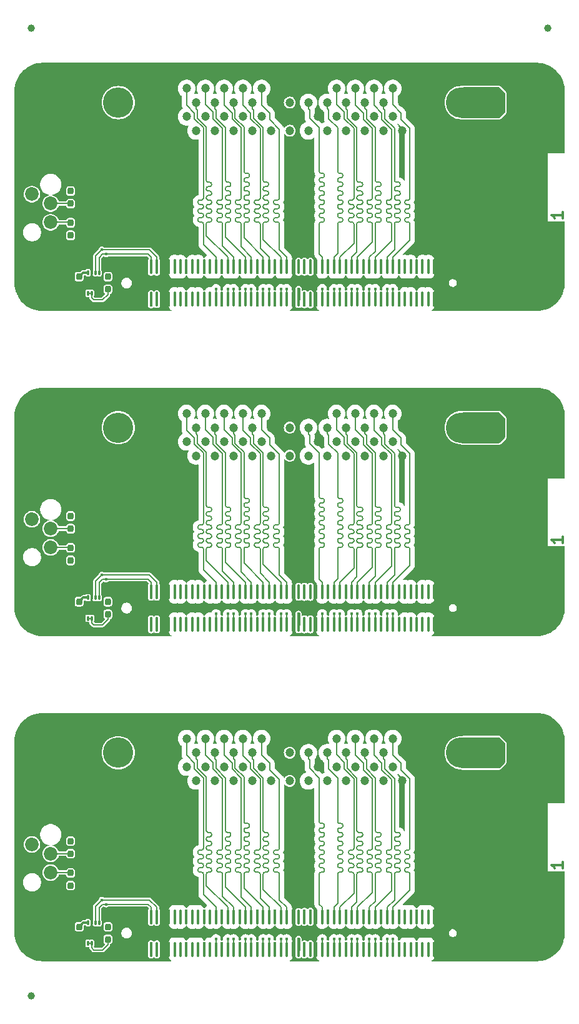
<source format=gtl>
G04 #@! TF.GenerationSoftware,KiCad,Pcbnew,8.0.6*
G04 #@! TF.CreationDate,2024-11-07T02:26:47-08:00*
G04 #@! TF.ProjectId,hvd-50-hd-panel,6876642d-3530-42d6-9864-2d70616e656c,1*
G04 #@! TF.SameCoordinates,Original*
G04 #@! TF.FileFunction,Copper,L1,Top*
G04 #@! TF.FilePolarity,Positive*
%FSLAX46Y46*%
G04 Gerber Fmt 4.6, Leading zero omitted, Abs format (unit mm)*
G04 Created by KiCad (PCBNEW 8.0.6) date 2024-11-07 02:26:47*
%MOMM*%
%LPD*%
G01*
G04 APERTURE LIST*
G04 Aperture macros list*
%AMRoundRect*
0 Rectangle with rounded corners*
0 $1 Rounding radius*
0 $2 $3 $4 $5 $6 $7 $8 $9 X,Y pos of 4 corners*
0 Add a 4 corners polygon primitive as box body*
4,1,4,$2,$3,$4,$5,$6,$7,$8,$9,$2,$3,0*
0 Add four circle primitives for the rounded corners*
1,1,$1+$1,$2,$3*
1,1,$1+$1,$4,$5*
1,1,$1+$1,$6,$7*
1,1,$1+$1,$8,$9*
0 Add four rect primitives between the rounded corners*
20,1,$1+$1,$2,$3,$4,$5,0*
20,1,$1+$1,$4,$5,$6,$7,0*
20,1,$1+$1,$6,$7,$8,$9,0*
20,1,$1+$1,$8,$9,$2,$3,0*%
G04 Aperture macros list end*
%ADD10C,0.300000*%
G04 #@! TA.AperFunction,NonConductor*
%ADD11C,0.300000*%
G04 #@! TD*
G04 #@! TA.AperFunction,SMDPad,CuDef*
%ADD12RoundRect,0.200000X0.200000X-0.250000X0.200000X0.250000X-0.200000X0.250000X-0.200000X-0.250000X0*%
G04 #@! TD*
G04 #@! TA.AperFunction,SMDPad,CuDef*
%ADD13RoundRect,0.200000X-0.200000X0.250000X-0.200000X-0.250000X0.200000X-0.250000X0.200000X0.250000X0*%
G04 #@! TD*
G04 #@! TA.AperFunction,SMDPad,CuDef*
%ADD14RoundRect,0.100000X0.100000X0.900000X-0.100000X0.900000X-0.100000X-0.900000X0.100000X-0.900000X0*%
G04 #@! TD*
G04 #@! TA.AperFunction,ComponentPad*
%ADD15C,1.200000*%
G04 #@! TD*
G04 #@! TA.AperFunction,ComponentPad*
%ADD16C,4.100000*%
G04 #@! TD*
G04 #@! TA.AperFunction,ComponentPad*
%ADD17C,6.400000*%
G04 #@! TD*
G04 #@! TA.AperFunction,ComponentPad*
%ADD18C,1.850000*%
G04 #@! TD*
G04 #@! TA.AperFunction,SMDPad,CuDef*
%ADD19RoundRect,0.200000X-0.250000X-0.200000X0.250000X-0.200000X0.250000X0.200000X-0.250000X0.200000X0*%
G04 #@! TD*
G04 #@! TA.AperFunction,SMDPad,CuDef*
%ADD20C,1.000000*%
G04 #@! TD*
G04 #@! TA.AperFunction,SMDPad,CuDef*
%ADD21RoundRect,0.200000X0.250000X0.200000X-0.250000X0.200000X-0.250000X-0.200000X0.250000X-0.200000X0*%
G04 #@! TD*
G04 #@! TA.AperFunction,SMDPad,CuDef*
%ADD22RoundRect,0.046875X0.103125X-0.253125X0.103125X0.253125X-0.103125X0.253125X-0.103125X-0.253125X0*%
G04 #@! TD*
G04 #@! TA.AperFunction,SMDPad,CuDef*
%ADD23RoundRect,0.250000X0.550000X-0.550000X0.550000X0.550000X-0.550000X0.550000X-0.550000X-0.550000X0*%
G04 #@! TD*
G04 #@! TA.AperFunction,ViaPad*
%ADD24C,0.450000*%
G04 #@! TD*
G04 #@! TA.AperFunction,Conductor*
%ADD25C,0.300000*%
G04 #@! TD*
G04 #@! TA.AperFunction,Conductor*
%ADD26C,0.127500*%
G04 #@! TD*
G04 #@! TA.AperFunction,Conductor*
%ADD27C,0.400000*%
G04 #@! TD*
G04 #@! TA.AperFunction,Conductor*
%ADD28C,0.200000*%
G04 #@! TD*
G04 APERTURE END LIST*
D10*
D11*
X-499172Y20630573D02*
X-499172Y19773430D01*
X-499172Y20202001D02*
X-1999172Y20202001D01*
X-1999172Y20202001D02*
X-1784886Y20059144D01*
X-1784886Y20059144D02*
X-1642029Y19916287D01*
X-1642029Y19916287D02*
X-1570600Y19773430D01*
D10*
D11*
X-499172Y108630573D02*
X-499172Y107773430D01*
X-499172Y108202001D02*
X-1999172Y108202001D01*
X-1999172Y108202001D02*
X-1784886Y108059144D01*
X-1784886Y108059144D02*
X-1642029Y107916287D01*
X-1642029Y107916287D02*
X-1570600Y107773430D01*
D10*
D11*
X-499172Y64630573D02*
X-499172Y63773430D01*
X-499172Y64202001D02*
X-1999172Y64202001D01*
X-1999172Y64202001D02*
X-1784886Y64059144D01*
X-1784886Y64059144D02*
X-1642029Y63916287D01*
X-1642029Y63916287D02*
X-1570600Y63773430D01*
D12*
G04 #@! TO.P,R1,1*
G04 #@! TO.N,Board_0-Net-(U1-E0)*
X-62150000Y98152000D03*
G04 #@! TO.P,R1,2*
G04 #@! TO.N,Board_0-+3V3*
X-62150000Y99852000D03*
G04 #@! TD*
D13*
G04 #@! TO.P,R2,1*
G04 #@! TO.N,Board_1-+3V3*
X-67200000Y67452000D03*
G04 #@! TO.P,R2,2*
G04 #@! TO.N,Board_1-/PHY.ID_SDA*
X-67200000Y65752000D03*
G04 #@! TD*
D14*
G04 #@! TO.P,J1,1,Pin_1*
G04 #@! TO.N,Board_1-GND*
X-57100000Y52802000D03*
G04 #@! TO.P,J1,2,Pin_2*
X-57100000Y57202000D03*
G04 #@! TO.P,J1,3,Pin_3*
G04 #@! TO.N,Board_1-+3V3*
X-56300000Y52802001D03*
G04 #@! TO.P,J1,4,Pin_4*
G04 #@! TO.N,Board_1-/PHY.ID_SDA*
X-56300000Y57201999D03*
G04 #@! TO.P,J1,5,Pin_5*
G04 #@! TO.N,Board_1-unconnected-(J1-Pin_5-Pad5)*
X-55500000Y52802000D03*
G04 #@! TO.P,J1,6,Pin_6*
G04 #@! TO.N,Board_1-/PHY.ID_SCL*
X-55500000Y57202000D03*
G04 #@! TO.P,J1,7,Pin_7*
G04 #@! TO.N,Board_1-GND*
X-54700001Y52802000D03*
G04 #@! TO.P,J1,8,Pin_8*
X-54700001Y57202000D03*
G04 #@! TO.P,J1,9,Pin_9*
X-53900000Y52802000D03*
G04 #@! TO.P,J1,10,Pin_10*
X-53900000Y57202000D03*
G04 #@! TO.P,J1,11,Pin_11*
G04 #@! TO.N,Board_1-/CON.DB12+*
X-53100000Y52802000D03*
G04 #@! TO.P,J1,12,Pin_12*
G04 #@! TO.N,Board_1-/CON.DB12-*
X-53100000Y57202000D03*
G04 #@! TO.P,J1,13,Pin_13*
G04 #@! TO.N,Board_1-/CON.DB13+*
X-52299999Y52802000D03*
G04 #@! TO.P,J1,14,Pin_14*
G04 #@! TO.N,Board_1-/CON.DB13-*
X-52299999Y57202000D03*
G04 #@! TO.P,J1,15,Pin_15*
G04 #@! TO.N,Board_1-GND*
X-51500000Y52802000D03*
G04 #@! TO.P,J1,16,Pin_16*
X-51500000Y57202000D03*
G04 #@! TO.P,J1,17,Pin_17*
G04 #@! TO.N,Board_1-/CON.DB14+*
X-50700000Y52802001D03*
G04 #@! TO.P,J1,18,Pin_18*
G04 #@! TO.N,Board_1-/CON.DB14-*
X-50700000Y57201999D03*
G04 #@! TO.P,J1,19,Pin_19*
G04 #@! TO.N,Board_1-/CON.DB15+*
X-49900000Y52802000D03*
G04 #@! TO.P,J1,20,Pin_20*
G04 #@! TO.N,Board_1-/CON.DB15-*
X-49900000Y57202000D03*
G04 #@! TO.P,J1,21,Pin_21*
G04 #@! TO.N,Board_1-GND*
X-49100000Y52802000D03*
G04 #@! TO.P,J1,22,Pin_22*
X-49100000Y57202000D03*
G04 #@! TO.P,J1,23,Pin_23*
G04 #@! TO.N,Board_1-/CON.DP1+*
X-48300000Y52802000D03*
G04 #@! TO.P,J1,24,Pin_24*
G04 #@! TO.N,Board_1-/CON.DP1-*
X-48300000Y57202000D03*
G04 #@! TO.P,J1,25,Pin_25*
G04 #@! TO.N,Board_1-/CON.DB0+*
X-47500000Y52802000D03*
G04 #@! TO.P,J1,26,Pin_26*
G04 #@! TO.N,Board_1-/CON.DB0-*
X-47500000Y57202000D03*
G04 #@! TO.P,J1,27,Pin_27*
G04 #@! TO.N,Board_1-GND*
X-46699999Y52802000D03*
G04 #@! TO.P,J1,28,Pin_28*
X-46699999Y57202000D03*
G04 #@! TO.P,J1,29,Pin_29*
G04 #@! TO.N,Board_1-/CON.DB1+*
X-45900000Y52802000D03*
G04 #@! TO.P,J1,30,Pin_30*
G04 #@! TO.N,Board_1-/CON.DB1-*
X-45900000Y57202000D03*
G04 #@! TO.P,J1,31,Pin_31*
G04 #@! TO.N,Board_1-/CON.DB2+*
X-45100000Y52802001D03*
G04 #@! TO.P,J1,32,Pin_32*
G04 #@! TO.N,Board_1-/CON.DB2-*
X-45100000Y57201999D03*
G04 #@! TO.P,J1,33,Pin_33*
G04 #@! TO.N,Board_1-GND*
X-44300000Y52802000D03*
G04 #@! TO.P,J1,34,Pin_34*
X-44300000Y57202000D03*
G04 #@! TO.P,J1,35,Pin_35*
G04 #@! TO.N,Board_1-/CON.DB3+*
X-43500000Y52802000D03*
G04 #@! TO.P,J1,36,Pin_36*
G04 #@! TO.N,Board_1-/CON.DB3-*
X-43500000Y57202000D03*
G04 #@! TO.P,J1,37,Pin_37*
G04 #@! TO.N,Board_1-/CON.DB4+*
X-42700000Y52802000D03*
G04 #@! TO.P,J1,38,Pin_38*
G04 #@! TO.N,Board_1-/CON.DB4-*
X-42700000Y57202000D03*
G04 #@! TO.P,J1,39,Pin_39*
G04 #@! TO.N,Board_1-GND*
X-41900000Y52802000D03*
G04 #@! TO.P,J1,40,Pin_40*
X-41900000Y57202000D03*
G04 #@! TO.P,J1,41,Pin_41*
G04 #@! TO.N,Board_1-/CON.DB5+*
X-41099999Y52802000D03*
G04 #@! TO.P,J1,42,Pin_42*
G04 #@! TO.N,Board_1-/CON.DB5-*
X-41099999Y57202000D03*
G04 #@! TO.P,J1,43,Pin_43*
G04 #@! TO.N,Board_1-/CON.DB6+*
X-40300000Y52802000D03*
G04 #@! TO.P,J1,44,Pin_44*
G04 #@! TO.N,Board_1-/CON.DB6-*
X-40300000Y57202000D03*
G04 #@! TO.P,J1,45,Pin_45*
G04 #@! TO.N,Board_1-GND*
X-39500000Y52802001D03*
G04 #@! TO.P,J1,46,Pin_46*
X-39500000Y57201999D03*
G04 #@! TO.P,J1,47,Pin_47*
G04 #@! TO.N,Board_1-/CON.DB7+*
X-38700000Y52802000D03*
G04 #@! TO.P,J1,48,Pin_48*
G04 #@! TO.N,Board_1-/CON.DB7-*
X-38700000Y57202000D03*
G04 #@! TO.P,J1,49,Pin_49*
G04 #@! TO.N,Board_1-/CON.DP0+*
X-37900000Y52802000D03*
G04 #@! TO.P,J1,50,Pin_50*
G04 #@! TO.N,Board_1-/CON.DP0-*
X-37900000Y57202000D03*
G04 #@! TO.P,J1,51,Pin_51*
G04 #@! TO.N,Board_1-GND*
X-37100000Y52802000D03*
G04 #@! TO.P,J1,52,Pin_52*
X-37100000Y57202000D03*
G04 #@! TO.P,J1,53,Pin_53*
G04 #@! TO.N,Board_1-/CON.DIFFSENSE*
X-36300000Y52802000D03*
G04 #@! TO.P,J1,54,Pin_54*
G04 #@! TO.N,Board_1-unconnected-(J1-Pin_54-Pad54)*
X-36300000Y57202000D03*
G04 #@! TO.P,J1,55,Pin_55*
G04 #@! TO.N,Board_1-/CON.TERMPWR*
X-35500000Y52802001D03*
G04 #@! TO.P,J1,56,Pin_56*
X-35500000Y57201999D03*
G04 #@! TO.P,J1,57,Pin_57*
X-34700000Y52802000D03*
G04 #@! TO.P,J1,58,Pin_58*
X-34700000Y57202000D03*
G04 #@! TO.P,J1,59,Pin_59*
G04 #@! TO.N,Board_1-GND*
X-33900001Y52802000D03*
G04 #@! TO.P,J1,60,Pin_60*
X-33900001Y57202000D03*
G04 #@! TO.P,J1,61,Pin_61*
G04 #@! TO.N,Board_1-/CON.ATN+*
X-33100000Y52802000D03*
G04 #@! TO.P,J1,62,Pin_62*
G04 #@! TO.N,Board_1-/CON.ATN-*
X-33100000Y57202000D03*
G04 #@! TO.P,J1,63,Pin_63*
G04 #@! TO.N,Board_1-GND*
X-32300000Y52802000D03*
G04 #@! TO.P,J1,64,Pin_64*
X-32300000Y57202000D03*
G04 #@! TO.P,J1,65,Pin_65*
G04 #@! TO.N,Board_1-/CON.BSY+*
X-31500000Y52802000D03*
G04 #@! TO.P,J1,66,Pin_66*
G04 #@! TO.N,Board_1-/CON.BSY-*
X-31500000Y57202000D03*
G04 #@! TO.P,J1,67,Pin_67*
G04 #@! TO.N,Board_1-/CON.ACK+*
X-30700000Y52802000D03*
G04 #@! TO.P,J1,68,Pin_68*
G04 #@! TO.N,Board_1-/CON.ACK-*
X-30700000Y57202000D03*
G04 #@! TO.P,J1,69,Pin_69*
G04 #@! TO.N,Board_1-GND*
X-29900000Y52802001D03*
G04 #@! TO.P,J1,70,Pin_70*
X-29900000Y57201999D03*
G04 #@! TO.P,J1,71,Pin_71*
G04 #@! TO.N,Board_1-/CON.RST+*
X-29100000Y52802000D03*
G04 #@! TO.P,J1,72,Pin_72*
G04 #@! TO.N,Board_1-/CON.RST-*
X-29100000Y57202000D03*
G04 #@! TO.P,J1,73,Pin_73*
G04 #@! TO.N,Board_1-/CON.MSG+*
X-28300001Y52802000D03*
G04 #@! TO.P,J1,74,Pin_74*
G04 #@! TO.N,Board_1-/CON.MSG-*
X-28300001Y57202000D03*
G04 #@! TO.P,J1,75,Pin_75*
G04 #@! TO.N,Board_1-GND*
X-27500000Y52802000D03*
G04 #@! TO.P,J1,76,Pin_76*
X-27500000Y57202000D03*
G04 #@! TO.P,J1,77,Pin_77*
G04 #@! TO.N,Board_1-/CON.SEL+*
X-26700000Y52802000D03*
G04 #@! TO.P,J1,78,Pin_78*
G04 #@! TO.N,Board_1-/CON.SEL-*
X-26700000Y57202000D03*
G04 #@! TO.P,J1,79,Pin_79*
G04 #@! TO.N,Board_1-/CON.C{slash}D+*
X-25900000Y52802000D03*
G04 #@! TO.P,J1,80,Pin_80*
G04 #@! TO.N,Board_1-/CON.C{slash}D-*
X-25900000Y57202000D03*
G04 #@! TO.P,J1,81,Pin_81*
G04 #@! TO.N,Board_1-GND*
X-25100000Y52802000D03*
G04 #@! TO.P,J1,82,Pin_82*
X-25100000Y57202000D03*
G04 #@! TO.P,J1,83,Pin_83*
G04 #@! TO.N,Board_1-/CON.REQ+*
X-24300000Y52802001D03*
G04 #@! TO.P,J1,84,Pin_84*
G04 #@! TO.N,Board_1-/CON.REQ-*
X-24300000Y57201999D03*
G04 #@! TO.P,J1,85,Pin_85*
G04 #@! TO.N,Board_1-/CON.I{slash}O+*
X-23500000Y52802000D03*
G04 #@! TO.P,J1,86,Pin_86*
G04 #@! TO.N,Board_1-/CON.I{slash}O-*
X-23500000Y57202000D03*
G04 #@! TO.P,J1,87,Pin_87*
G04 #@! TO.N,Board_1-GND*
X-22700001Y52802000D03*
G04 #@! TO.P,J1,88,Pin_88*
X-22700001Y57202000D03*
G04 #@! TO.P,J1,89,Pin_89*
G04 #@! TO.N,Board_1-/CON.DB8+*
X-21900000Y52802000D03*
G04 #@! TO.P,J1,90,Pin_90*
G04 #@! TO.N,Board_1-/CON.DB8-*
X-21900000Y57202000D03*
G04 #@! TO.P,J1,91,Pin_91*
G04 #@! TO.N,Board_1-/CON.DB9+*
X-21100000Y52802000D03*
G04 #@! TO.P,J1,92,Pin_92*
G04 #@! TO.N,Board_1-/CON.DB9-*
X-21100000Y57202000D03*
G04 #@! TO.P,J1,93,Pin_93*
G04 #@! TO.N,Board_1-GND*
X-20299999Y52802000D03*
G04 #@! TO.P,J1,94,Pin_94*
X-20299999Y57202000D03*
G04 #@! TO.P,J1,95,Pin_95*
G04 #@! TO.N,Board_1-/CON.DB10+*
X-19500000Y52802000D03*
G04 #@! TO.P,J1,96,Pin_96*
G04 #@! TO.N,Board_1-/CON.DB10-*
X-19500000Y57202000D03*
G04 #@! TO.P,J1,97,Pin_97*
G04 #@! TO.N,Board_1-/CON.DB11+*
X-18700000Y52802001D03*
G04 #@! TO.P,J1,98,Pin_98*
G04 #@! TO.N,Board_1-/CON.DB11-*
X-18700000Y57201999D03*
G04 #@! TO.P,J1,99,Pin_99*
G04 #@! TO.N,Board_1-GND*
X-17900000Y52802000D03*
G04 #@! TO.P,J1,100,Pin_100*
X-17900000Y57202000D03*
G04 #@! TD*
D15*
G04 #@! TO.P,J5,1,Pin_1*
G04 #@! TO.N,Board_2-GND*
X-52740001Y31608000D03*
G04 #@! TO.P,J5,2,Pin_2*
G04 #@! TO.N,Board_2-/CON.DB0+*
X-51470000Y33513001D03*
G04 #@! TO.P,J5,3,Pin_3*
G04 #@! TO.N,Board_2-/CON.DB1+*
X-50200000Y31608000D03*
G04 #@! TO.P,J5,4,Pin_4*
G04 #@! TO.N,Board_2-/CON.DB2+*
X-48930001Y33513001D03*
G04 #@! TO.P,J5,5,Pin_5*
G04 #@! TO.N,Board_2-/CON.DB3+*
X-47659999Y31608000D03*
G04 #@! TO.P,J5,6,Pin_6*
G04 #@! TO.N,Board_2-/CON.DB4+*
X-46390000Y33512998D03*
G04 #@! TO.P,J5,7,Pin_7*
G04 #@! TO.N,Board_2-/CON.DB5+*
X-45119999Y31608000D03*
G04 #@! TO.P,J5,8,Pin_8*
G04 #@! TO.N,Board_2-/CON.DB6+*
X-43850001Y33513001D03*
G04 #@! TO.P,J5,9,Pin_9*
G04 #@! TO.N,Board_2-/CON.DB7+*
X-42579998Y31608000D03*
G04 #@! TO.P,J5,10,Pin_10*
G04 #@! TO.N,Board_2-/CON.DP0+*
X-41310001Y33513001D03*
G04 #@! TO.P,J5,11,Pin_11*
G04 #@! TO.N,Board_2-/CON.DIFFSENSE*
X-40039997Y31608000D03*
G04 #@! TO.P,J5,12,Pin_12*
G04 #@! TO.N,Board_2-GND*
X-38770000Y33513001D03*
G04 #@! TO.P,J5,13,Pin_13*
G04 #@! TO.N,Board_2-/CON.TERMPWR*
X-37500000Y31608000D03*
G04 #@! TO.P,J5,14,Pin_14*
G04 #@! TO.N,Board_2-GND*
X-36229999Y33512998D03*
G04 #@! TO.P,J5,15,Pin_15*
G04 #@! TO.N,Board_2-/CON.ATN+*
X-34959999Y31608000D03*
G04 #@! TO.P,J5,16,Pin_16*
G04 #@! TO.N,Board_2-GND*
X-33690000Y33512998D03*
G04 #@! TO.P,J5,17,Pin_17*
G04 #@! TO.N,Board_2-/CON.BSY+*
X-32419998Y31608000D03*
G04 #@! TO.P,J5,18,Pin_18*
G04 #@! TO.N,Board_2-/CON.ACK+*
X-31149999Y33513001D03*
G04 #@! TO.P,J5,19,Pin_19*
G04 #@! TO.N,Board_2-/CON.RST+*
X-29880001Y31608000D03*
G04 #@! TO.P,J5,20,Pin_20*
G04 #@! TO.N,Board_2-/CON.MSG+*
X-28610000Y33513001D03*
G04 #@! TO.P,J5,21,Pin_21*
G04 #@! TO.N,Board_2-/CON.SEL+*
X-27340000Y31608000D03*
G04 #@! TO.P,J5,22,Pin_22*
G04 #@! TO.N,Board_2-/CON.C{slash}D+*
X-26070000Y33513001D03*
G04 #@! TO.P,J5,23,Pin_23*
G04 #@! TO.N,Board_2-/CON.REQ+*
X-24799999Y31608000D03*
G04 #@! TO.P,J5,24,Pin_24*
G04 #@! TO.N,Board_2-/CON.I{slash}O+*
X-23530000Y33512998D03*
G04 #@! TO.P,J5,25,Pin_25*
G04 #@! TO.N,Board_2-GND*
X-22259999Y31608000D03*
G04 #@! TO.P,J5,26,Pin_26*
X-52740002Y35418000D03*
G04 #@! TO.P,J5,27,Pin_27*
G04 #@! TO.N,Board_2-/CON.DB0-*
X-51470000Y37322999D03*
G04 #@! TO.P,J5,28,Pin_28*
G04 #@! TO.N,Board_2-/CON.DB1-*
X-50200002Y35417999D03*
G04 #@! TO.P,J5,29,Pin_29*
G04 #@! TO.N,Board_2-/CON.DB2-*
X-48929998Y37322999D03*
G04 #@! TO.P,J5,30,Pin_30*
G04 #@! TO.N,Board_2-/CON.DB3-*
X-47660000Y35417999D03*
G04 #@! TO.P,J5,31,Pin_31*
G04 #@! TO.N,Board_2-/CON.DB4-*
X-46389999Y37322999D03*
G04 #@! TO.P,J5,32,Pin_32*
G04 #@! TO.N,Board_2-/CON.DB5-*
X-45120000Y35417999D03*
G04 #@! TO.P,J5,33,Pin_33*
G04 #@! TO.N,Board_2-/CON.DB6-*
X-43849998Y37322999D03*
G04 #@! TO.P,J5,34,Pin_34*
G04 #@! TO.N,Board_2-/CON.DB7-*
X-42580001Y35417999D03*
G04 #@! TO.P,J5,35,Pin_35*
G04 #@! TO.N,Board_2-/CON.DP0-*
X-41309999Y37322999D03*
G04 #@! TO.P,J5,36,Pin_36*
G04 #@! TO.N,Board_2-GND*
X-40040000Y35418000D03*
G04 #@! TO.P,J5,37,Pin_37*
X-38770000Y37322999D03*
G04 #@! TO.P,J5,38,Pin_38*
G04 #@! TO.N,Board_2-/CON.TERMPWR*
X-37500000Y35417999D03*
G04 #@! TO.P,J5,39,Pin_39*
G04 #@! TO.N,Board_2-GND*
X-36229999Y37322999D03*
G04 #@! TO.P,J5,40,Pin_40*
G04 #@! TO.N,Board_2-/CON.ATN-*
X-34960002Y35417999D03*
G04 #@! TO.P,J5,41,Pin_41*
G04 #@! TO.N,Board_2-GND*
X-33689997Y37322999D03*
G04 #@! TO.P,J5,42,Pin_42*
G04 #@! TO.N,Board_2-/CON.BSY-*
X-32420000Y35417999D03*
G04 #@! TO.P,J5,43,Pin_43*
G04 #@! TO.N,Board_2-/CON.ACK-*
X-31149999Y37322999D03*
G04 #@! TO.P,J5,44,Pin_44*
G04 #@! TO.N,Board_2-/CON.RST-*
X-29880002Y35418000D03*
G04 #@! TO.P,J5,45,Pin_45*
G04 #@! TO.N,Board_2-/CON.MSG-*
X-28610000Y37322998D03*
G04 #@! TO.P,J5,46,Pin_46*
G04 #@! TO.N,Board_2-/CON.SEL-*
X-27340002Y35417999D03*
G04 #@! TO.P,J5,47,Pin_47*
G04 #@! TO.N,Board_2-/CON.C{slash}D-*
X-26069998Y37322999D03*
G04 #@! TO.P,J5,48,Pin_48*
G04 #@! TO.N,Board_2-/CON.REQ-*
X-24800000Y35417999D03*
G04 #@! TO.P,J5,49,Pin_49*
G04 #@! TO.N,Board_2-/CON.I{slash}O-*
X-23529999Y37322999D03*
G04 #@! TO.P,J5,50,Pin_50*
G04 #@! TO.N,Board_2-GND*
X-22260000Y35417999D03*
D16*
G04 #@! TO.P,J5,SHIELD,SHIELD*
G04 #@! TO.N,Board_2-/SHIELD*
X-14258999Y35417999D03*
X-60741000Y35417999D03*
G04 #@! TD*
D17*
G04 #@! TO.P,H4,1,1*
G04 #@! TO.N,Board_1-GND*
X-4000000Y55002000D03*
G04 #@! TD*
D12*
G04 #@! TO.P,R1,1*
G04 #@! TO.N,Board_1-Net-(U1-E0)*
X-62150000Y54152000D03*
G04 #@! TO.P,R1,2*
G04 #@! TO.N,Board_1-+3V3*
X-62150000Y55852000D03*
G04 #@! TD*
D17*
G04 #@! TO.P,H4,1,1*
G04 #@! TO.N,Board_2-GND*
X-4000000Y11002000D03*
G04 #@! TD*
D18*
G04 #@! TO.P,J3,1,Pin_1*
G04 #@! TO.N,Board_2-+3V3*
X-72440000Y23012000D03*
G04 #@! TO.P,J3,2,Pin_2*
G04 #@! TO.N,Board_2-/PHY.ID_SDA*
X-69900000Y21742000D03*
G04 #@! TO.P,J3,3,Pin_3*
G04 #@! TO.N,Board_2-GND*
X-72440000Y20472000D03*
G04 #@! TO.P,J3,4,Pin_4*
G04 #@! TO.N,Board_2-/PHY.ID_SCL*
X-69900000Y19202000D03*
G04 #@! TD*
D15*
G04 #@! TO.P,J5,1,Pin_1*
G04 #@! TO.N,Board_0-GND*
X-52740001Y119608000D03*
G04 #@! TO.P,J5,2,Pin_2*
G04 #@! TO.N,Board_0-/CON.DB0+*
X-51470000Y121513001D03*
G04 #@! TO.P,J5,3,Pin_3*
G04 #@! TO.N,Board_0-/CON.DB1+*
X-50200000Y119608000D03*
G04 #@! TO.P,J5,4,Pin_4*
G04 #@! TO.N,Board_0-/CON.DB2+*
X-48930001Y121513001D03*
G04 #@! TO.P,J5,5,Pin_5*
G04 #@! TO.N,Board_0-/CON.DB3+*
X-47659999Y119608000D03*
G04 #@! TO.P,J5,6,Pin_6*
G04 #@! TO.N,Board_0-/CON.DB4+*
X-46390000Y121512998D03*
G04 #@! TO.P,J5,7,Pin_7*
G04 #@! TO.N,Board_0-/CON.DB5+*
X-45119999Y119608000D03*
G04 #@! TO.P,J5,8,Pin_8*
G04 #@! TO.N,Board_0-/CON.DB6+*
X-43850001Y121513001D03*
G04 #@! TO.P,J5,9,Pin_9*
G04 #@! TO.N,Board_0-/CON.DB7+*
X-42579998Y119608000D03*
G04 #@! TO.P,J5,10,Pin_10*
G04 #@! TO.N,Board_0-/CON.DP0+*
X-41310001Y121513001D03*
G04 #@! TO.P,J5,11,Pin_11*
G04 #@! TO.N,Board_0-/CON.DIFFSENSE*
X-40039997Y119608000D03*
G04 #@! TO.P,J5,12,Pin_12*
G04 #@! TO.N,Board_0-GND*
X-38770000Y121513001D03*
G04 #@! TO.P,J5,13,Pin_13*
G04 #@! TO.N,Board_0-/CON.TERMPWR*
X-37500000Y119608000D03*
G04 #@! TO.P,J5,14,Pin_14*
G04 #@! TO.N,Board_0-GND*
X-36229999Y121512998D03*
G04 #@! TO.P,J5,15,Pin_15*
G04 #@! TO.N,Board_0-/CON.ATN+*
X-34959999Y119608000D03*
G04 #@! TO.P,J5,16,Pin_16*
G04 #@! TO.N,Board_0-GND*
X-33690000Y121512998D03*
G04 #@! TO.P,J5,17,Pin_17*
G04 #@! TO.N,Board_0-/CON.BSY+*
X-32419998Y119608000D03*
G04 #@! TO.P,J5,18,Pin_18*
G04 #@! TO.N,Board_0-/CON.ACK+*
X-31149999Y121513001D03*
G04 #@! TO.P,J5,19,Pin_19*
G04 #@! TO.N,Board_0-/CON.RST+*
X-29880001Y119608000D03*
G04 #@! TO.P,J5,20,Pin_20*
G04 #@! TO.N,Board_0-/CON.MSG+*
X-28610000Y121513001D03*
G04 #@! TO.P,J5,21,Pin_21*
G04 #@! TO.N,Board_0-/CON.SEL+*
X-27340000Y119608000D03*
G04 #@! TO.P,J5,22,Pin_22*
G04 #@! TO.N,Board_0-/CON.C{slash}D+*
X-26070000Y121513001D03*
G04 #@! TO.P,J5,23,Pin_23*
G04 #@! TO.N,Board_0-/CON.REQ+*
X-24799999Y119608000D03*
G04 #@! TO.P,J5,24,Pin_24*
G04 #@! TO.N,Board_0-/CON.I{slash}O+*
X-23530000Y121512998D03*
G04 #@! TO.P,J5,25,Pin_25*
G04 #@! TO.N,Board_0-GND*
X-22259999Y119608000D03*
G04 #@! TO.P,J5,26,Pin_26*
X-52740002Y123418000D03*
G04 #@! TO.P,J5,27,Pin_27*
G04 #@! TO.N,Board_0-/CON.DB0-*
X-51470000Y125322999D03*
G04 #@! TO.P,J5,28,Pin_28*
G04 #@! TO.N,Board_0-/CON.DB1-*
X-50200002Y123417999D03*
G04 #@! TO.P,J5,29,Pin_29*
G04 #@! TO.N,Board_0-/CON.DB2-*
X-48929998Y125322999D03*
G04 #@! TO.P,J5,30,Pin_30*
G04 #@! TO.N,Board_0-/CON.DB3-*
X-47660000Y123417999D03*
G04 #@! TO.P,J5,31,Pin_31*
G04 #@! TO.N,Board_0-/CON.DB4-*
X-46389999Y125322999D03*
G04 #@! TO.P,J5,32,Pin_32*
G04 #@! TO.N,Board_0-/CON.DB5-*
X-45120000Y123417999D03*
G04 #@! TO.P,J5,33,Pin_33*
G04 #@! TO.N,Board_0-/CON.DB6-*
X-43849998Y125322999D03*
G04 #@! TO.P,J5,34,Pin_34*
G04 #@! TO.N,Board_0-/CON.DB7-*
X-42580001Y123417999D03*
G04 #@! TO.P,J5,35,Pin_35*
G04 #@! TO.N,Board_0-/CON.DP0-*
X-41309999Y125322999D03*
G04 #@! TO.P,J5,36,Pin_36*
G04 #@! TO.N,Board_0-GND*
X-40040000Y123418000D03*
G04 #@! TO.P,J5,37,Pin_37*
X-38770000Y125322999D03*
G04 #@! TO.P,J5,38,Pin_38*
G04 #@! TO.N,Board_0-/CON.TERMPWR*
X-37500000Y123417999D03*
G04 #@! TO.P,J5,39,Pin_39*
G04 #@! TO.N,Board_0-GND*
X-36229999Y125322999D03*
G04 #@! TO.P,J5,40,Pin_40*
G04 #@! TO.N,Board_0-/CON.ATN-*
X-34960002Y123417999D03*
G04 #@! TO.P,J5,41,Pin_41*
G04 #@! TO.N,Board_0-GND*
X-33689997Y125322999D03*
G04 #@! TO.P,J5,42,Pin_42*
G04 #@! TO.N,Board_0-/CON.BSY-*
X-32420000Y123417999D03*
G04 #@! TO.P,J5,43,Pin_43*
G04 #@! TO.N,Board_0-/CON.ACK-*
X-31149999Y125322999D03*
G04 #@! TO.P,J5,44,Pin_44*
G04 #@! TO.N,Board_0-/CON.RST-*
X-29880002Y123418000D03*
G04 #@! TO.P,J5,45,Pin_45*
G04 #@! TO.N,Board_0-/CON.MSG-*
X-28610000Y125322998D03*
G04 #@! TO.P,J5,46,Pin_46*
G04 #@! TO.N,Board_0-/CON.SEL-*
X-27340002Y123417999D03*
G04 #@! TO.P,J5,47,Pin_47*
G04 #@! TO.N,Board_0-/CON.C{slash}D-*
X-26069998Y125322999D03*
G04 #@! TO.P,J5,48,Pin_48*
G04 #@! TO.N,Board_0-/CON.REQ-*
X-24800000Y123417999D03*
G04 #@! TO.P,J5,49,Pin_49*
G04 #@! TO.N,Board_0-/CON.I{slash}O-*
X-23529999Y125322999D03*
G04 #@! TO.P,J5,50,Pin_50*
G04 #@! TO.N,Board_0-GND*
X-22260000Y123417999D03*
D16*
G04 #@! TO.P,J5,SHIELD,SHIELD*
G04 #@! TO.N,Board_0-/SHIELD*
X-14258999Y123417999D03*
X-60741000Y123417999D03*
G04 #@! TD*
D14*
G04 #@! TO.P,J1,1,Pin_1*
G04 #@! TO.N,Board_0-GND*
X-57100000Y96802000D03*
G04 #@! TO.P,J1,2,Pin_2*
X-57100000Y101202000D03*
G04 #@! TO.P,J1,3,Pin_3*
G04 #@! TO.N,Board_0-+3V3*
X-56300000Y96802001D03*
G04 #@! TO.P,J1,4,Pin_4*
G04 #@! TO.N,Board_0-/PHY.ID_SDA*
X-56300000Y101201999D03*
G04 #@! TO.P,J1,5,Pin_5*
G04 #@! TO.N,Board_0-unconnected-(J1-Pin_5-Pad5)*
X-55500000Y96802000D03*
G04 #@! TO.P,J1,6,Pin_6*
G04 #@! TO.N,Board_0-/PHY.ID_SCL*
X-55500000Y101202000D03*
G04 #@! TO.P,J1,7,Pin_7*
G04 #@! TO.N,Board_0-GND*
X-54700001Y96802000D03*
G04 #@! TO.P,J1,8,Pin_8*
X-54700001Y101202000D03*
G04 #@! TO.P,J1,9,Pin_9*
X-53900000Y96802000D03*
G04 #@! TO.P,J1,10,Pin_10*
X-53900000Y101202000D03*
G04 #@! TO.P,J1,11,Pin_11*
G04 #@! TO.N,Board_0-/CON.DB12+*
X-53100000Y96802000D03*
G04 #@! TO.P,J1,12,Pin_12*
G04 #@! TO.N,Board_0-/CON.DB12-*
X-53100000Y101202000D03*
G04 #@! TO.P,J1,13,Pin_13*
G04 #@! TO.N,Board_0-/CON.DB13+*
X-52299999Y96802000D03*
G04 #@! TO.P,J1,14,Pin_14*
G04 #@! TO.N,Board_0-/CON.DB13-*
X-52299999Y101202000D03*
G04 #@! TO.P,J1,15,Pin_15*
G04 #@! TO.N,Board_0-GND*
X-51500000Y96802000D03*
G04 #@! TO.P,J1,16,Pin_16*
X-51500000Y101202000D03*
G04 #@! TO.P,J1,17,Pin_17*
G04 #@! TO.N,Board_0-/CON.DB14+*
X-50700000Y96802001D03*
G04 #@! TO.P,J1,18,Pin_18*
G04 #@! TO.N,Board_0-/CON.DB14-*
X-50700000Y101201999D03*
G04 #@! TO.P,J1,19,Pin_19*
G04 #@! TO.N,Board_0-/CON.DB15+*
X-49900000Y96802000D03*
G04 #@! TO.P,J1,20,Pin_20*
G04 #@! TO.N,Board_0-/CON.DB15-*
X-49900000Y101202000D03*
G04 #@! TO.P,J1,21,Pin_21*
G04 #@! TO.N,Board_0-GND*
X-49100000Y96802000D03*
G04 #@! TO.P,J1,22,Pin_22*
X-49100000Y101202000D03*
G04 #@! TO.P,J1,23,Pin_23*
G04 #@! TO.N,Board_0-/CON.DP1+*
X-48300000Y96802000D03*
G04 #@! TO.P,J1,24,Pin_24*
G04 #@! TO.N,Board_0-/CON.DP1-*
X-48300000Y101202000D03*
G04 #@! TO.P,J1,25,Pin_25*
G04 #@! TO.N,Board_0-/CON.DB0+*
X-47500000Y96802000D03*
G04 #@! TO.P,J1,26,Pin_26*
G04 #@! TO.N,Board_0-/CON.DB0-*
X-47500000Y101202000D03*
G04 #@! TO.P,J1,27,Pin_27*
G04 #@! TO.N,Board_0-GND*
X-46699999Y96802000D03*
G04 #@! TO.P,J1,28,Pin_28*
X-46699999Y101202000D03*
G04 #@! TO.P,J1,29,Pin_29*
G04 #@! TO.N,Board_0-/CON.DB1+*
X-45900000Y96802000D03*
G04 #@! TO.P,J1,30,Pin_30*
G04 #@! TO.N,Board_0-/CON.DB1-*
X-45900000Y101202000D03*
G04 #@! TO.P,J1,31,Pin_31*
G04 #@! TO.N,Board_0-/CON.DB2+*
X-45100000Y96802001D03*
G04 #@! TO.P,J1,32,Pin_32*
G04 #@! TO.N,Board_0-/CON.DB2-*
X-45100000Y101201999D03*
G04 #@! TO.P,J1,33,Pin_33*
G04 #@! TO.N,Board_0-GND*
X-44300000Y96802000D03*
G04 #@! TO.P,J1,34,Pin_34*
X-44300000Y101202000D03*
G04 #@! TO.P,J1,35,Pin_35*
G04 #@! TO.N,Board_0-/CON.DB3+*
X-43500000Y96802000D03*
G04 #@! TO.P,J1,36,Pin_36*
G04 #@! TO.N,Board_0-/CON.DB3-*
X-43500000Y101202000D03*
G04 #@! TO.P,J1,37,Pin_37*
G04 #@! TO.N,Board_0-/CON.DB4+*
X-42700000Y96802000D03*
G04 #@! TO.P,J1,38,Pin_38*
G04 #@! TO.N,Board_0-/CON.DB4-*
X-42700000Y101202000D03*
G04 #@! TO.P,J1,39,Pin_39*
G04 #@! TO.N,Board_0-GND*
X-41900000Y96802000D03*
G04 #@! TO.P,J1,40,Pin_40*
X-41900000Y101202000D03*
G04 #@! TO.P,J1,41,Pin_41*
G04 #@! TO.N,Board_0-/CON.DB5+*
X-41099999Y96802000D03*
G04 #@! TO.P,J1,42,Pin_42*
G04 #@! TO.N,Board_0-/CON.DB5-*
X-41099999Y101202000D03*
G04 #@! TO.P,J1,43,Pin_43*
G04 #@! TO.N,Board_0-/CON.DB6+*
X-40300000Y96802000D03*
G04 #@! TO.P,J1,44,Pin_44*
G04 #@! TO.N,Board_0-/CON.DB6-*
X-40300000Y101202000D03*
G04 #@! TO.P,J1,45,Pin_45*
G04 #@! TO.N,Board_0-GND*
X-39500000Y96802001D03*
G04 #@! TO.P,J1,46,Pin_46*
X-39500000Y101201999D03*
G04 #@! TO.P,J1,47,Pin_47*
G04 #@! TO.N,Board_0-/CON.DB7+*
X-38700000Y96802000D03*
G04 #@! TO.P,J1,48,Pin_48*
G04 #@! TO.N,Board_0-/CON.DB7-*
X-38700000Y101202000D03*
G04 #@! TO.P,J1,49,Pin_49*
G04 #@! TO.N,Board_0-/CON.DP0+*
X-37900000Y96802000D03*
G04 #@! TO.P,J1,50,Pin_50*
G04 #@! TO.N,Board_0-/CON.DP0-*
X-37900000Y101202000D03*
G04 #@! TO.P,J1,51,Pin_51*
G04 #@! TO.N,Board_0-GND*
X-37100000Y96802000D03*
G04 #@! TO.P,J1,52,Pin_52*
X-37100000Y101202000D03*
G04 #@! TO.P,J1,53,Pin_53*
G04 #@! TO.N,Board_0-/CON.DIFFSENSE*
X-36300000Y96802000D03*
G04 #@! TO.P,J1,54,Pin_54*
G04 #@! TO.N,Board_0-unconnected-(J1-Pin_54-Pad54)*
X-36300000Y101202000D03*
G04 #@! TO.P,J1,55,Pin_55*
G04 #@! TO.N,Board_0-/CON.TERMPWR*
X-35500000Y96802001D03*
G04 #@! TO.P,J1,56,Pin_56*
X-35500000Y101201999D03*
G04 #@! TO.P,J1,57,Pin_57*
X-34700000Y96802000D03*
G04 #@! TO.P,J1,58,Pin_58*
X-34700000Y101202000D03*
G04 #@! TO.P,J1,59,Pin_59*
G04 #@! TO.N,Board_0-GND*
X-33900001Y96802000D03*
G04 #@! TO.P,J1,60,Pin_60*
X-33900001Y101202000D03*
G04 #@! TO.P,J1,61,Pin_61*
G04 #@! TO.N,Board_0-/CON.ATN+*
X-33100000Y96802000D03*
G04 #@! TO.P,J1,62,Pin_62*
G04 #@! TO.N,Board_0-/CON.ATN-*
X-33100000Y101202000D03*
G04 #@! TO.P,J1,63,Pin_63*
G04 #@! TO.N,Board_0-GND*
X-32300000Y96802000D03*
G04 #@! TO.P,J1,64,Pin_64*
X-32300000Y101202000D03*
G04 #@! TO.P,J1,65,Pin_65*
G04 #@! TO.N,Board_0-/CON.BSY+*
X-31500000Y96802000D03*
G04 #@! TO.P,J1,66,Pin_66*
G04 #@! TO.N,Board_0-/CON.BSY-*
X-31500000Y101202000D03*
G04 #@! TO.P,J1,67,Pin_67*
G04 #@! TO.N,Board_0-/CON.ACK+*
X-30700000Y96802000D03*
G04 #@! TO.P,J1,68,Pin_68*
G04 #@! TO.N,Board_0-/CON.ACK-*
X-30700000Y101202000D03*
G04 #@! TO.P,J1,69,Pin_69*
G04 #@! TO.N,Board_0-GND*
X-29900000Y96802001D03*
G04 #@! TO.P,J1,70,Pin_70*
X-29900000Y101201999D03*
G04 #@! TO.P,J1,71,Pin_71*
G04 #@! TO.N,Board_0-/CON.RST+*
X-29100000Y96802000D03*
G04 #@! TO.P,J1,72,Pin_72*
G04 #@! TO.N,Board_0-/CON.RST-*
X-29100000Y101202000D03*
G04 #@! TO.P,J1,73,Pin_73*
G04 #@! TO.N,Board_0-/CON.MSG+*
X-28300001Y96802000D03*
G04 #@! TO.P,J1,74,Pin_74*
G04 #@! TO.N,Board_0-/CON.MSG-*
X-28300001Y101202000D03*
G04 #@! TO.P,J1,75,Pin_75*
G04 #@! TO.N,Board_0-GND*
X-27500000Y96802000D03*
G04 #@! TO.P,J1,76,Pin_76*
X-27500000Y101202000D03*
G04 #@! TO.P,J1,77,Pin_77*
G04 #@! TO.N,Board_0-/CON.SEL+*
X-26700000Y96802000D03*
G04 #@! TO.P,J1,78,Pin_78*
G04 #@! TO.N,Board_0-/CON.SEL-*
X-26700000Y101202000D03*
G04 #@! TO.P,J1,79,Pin_79*
G04 #@! TO.N,Board_0-/CON.C{slash}D+*
X-25900000Y96802000D03*
G04 #@! TO.P,J1,80,Pin_80*
G04 #@! TO.N,Board_0-/CON.C{slash}D-*
X-25900000Y101202000D03*
G04 #@! TO.P,J1,81,Pin_81*
G04 #@! TO.N,Board_0-GND*
X-25100000Y96802000D03*
G04 #@! TO.P,J1,82,Pin_82*
X-25100000Y101202000D03*
G04 #@! TO.P,J1,83,Pin_83*
G04 #@! TO.N,Board_0-/CON.REQ+*
X-24300000Y96802001D03*
G04 #@! TO.P,J1,84,Pin_84*
G04 #@! TO.N,Board_0-/CON.REQ-*
X-24300000Y101201999D03*
G04 #@! TO.P,J1,85,Pin_85*
G04 #@! TO.N,Board_0-/CON.I{slash}O+*
X-23500000Y96802000D03*
G04 #@! TO.P,J1,86,Pin_86*
G04 #@! TO.N,Board_0-/CON.I{slash}O-*
X-23500000Y101202000D03*
G04 #@! TO.P,J1,87,Pin_87*
G04 #@! TO.N,Board_0-GND*
X-22700001Y96802000D03*
G04 #@! TO.P,J1,88,Pin_88*
X-22700001Y101202000D03*
G04 #@! TO.P,J1,89,Pin_89*
G04 #@! TO.N,Board_0-/CON.DB8+*
X-21900000Y96802000D03*
G04 #@! TO.P,J1,90,Pin_90*
G04 #@! TO.N,Board_0-/CON.DB8-*
X-21900000Y101202000D03*
G04 #@! TO.P,J1,91,Pin_91*
G04 #@! TO.N,Board_0-/CON.DB9+*
X-21100000Y96802000D03*
G04 #@! TO.P,J1,92,Pin_92*
G04 #@! TO.N,Board_0-/CON.DB9-*
X-21100000Y101202000D03*
G04 #@! TO.P,J1,93,Pin_93*
G04 #@! TO.N,Board_0-GND*
X-20299999Y96802000D03*
G04 #@! TO.P,J1,94,Pin_94*
X-20299999Y101202000D03*
G04 #@! TO.P,J1,95,Pin_95*
G04 #@! TO.N,Board_0-/CON.DB10+*
X-19500000Y96802000D03*
G04 #@! TO.P,J1,96,Pin_96*
G04 #@! TO.N,Board_0-/CON.DB10-*
X-19500000Y101202000D03*
G04 #@! TO.P,J1,97,Pin_97*
G04 #@! TO.N,Board_0-/CON.DB11+*
X-18700000Y96802001D03*
G04 #@! TO.P,J1,98,Pin_98*
G04 #@! TO.N,Board_0-/CON.DB11-*
X-18700000Y101201999D03*
G04 #@! TO.P,J1,99,Pin_99*
G04 #@! TO.N,Board_0-GND*
X-17900000Y96802000D03*
G04 #@! TO.P,J1,100,Pin_100*
X-17900000Y101202000D03*
G04 #@! TD*
D13*
G04 #@! TO.P,R2,1*
G04 #@! TO.N,Board_2-+3V3*
X-67200000Y23452000D03*
G04 #@! TO.P,R2,2*
G04 #@! TO.N,Board_2-/PHY.ID_SDA*
X-67200000Y21752000D03*
G04 #@! TD*
D12*
G04 #@! TO.P,R1,1*
G04 #@! TO.N,Board_2-Net-(U1-E0)*
X-62150000Y10152000D03*
G04 #@! TO.P,R1,2*
G04 #@! TO.N,Board_2-+3V3*
X-62150000Y11852000D03*
G04 #@! TD*
D19*
G04 #@! TO.P,C2,1*
G04 #@! TO.N,Board_2-/SHIELD*
X-8750000Y36052000D03*
G04 #@! TO.P,C2,2*
G04 #@! TO.N,Board_2-GND*
X-7050000Y36052000D03*
G04 #@! TD*
G04 #@! TO.P,C2,1*
G04 #@! TO.N,Board_0-/SHIELD*
X-8750000Y124052000D03*
G04 #@! TO.P,C2,2*
G04 #@! TO.N,Board_0-GND*
X-7050000Y124052000D03*
G04 #@! TD*
D12*
G04 #@! TO.P,C1,1*
G04 #@! TO.N,Board_2-GND*
X-66050000Y10152000D03*
G04 #@! TO.P,C1,2*
G04 #@! TO.N,Board_2-+3V3*
X-66050000Y11852000D03*
G04 #@! TD*
D20*
G04 #@! TO.P,KiKit_FID_T_2,*
G04 #@! TO.N,*
X-2500000Y133503500D03*
G04 #@! TD*
D14*
G04 #@! TO.P,J1,1,Pin_1*
G04 #@! TO.N,Board_2-GND*
X-57100000Y8802000D03*
G04 #@! TO.P,J1,2,Pin_2*
X-57100000Y13202000D03*
G04 #@! TO.P,J1,3,Pin_3*
G04 #@! TO.N,Board_2-+3V3*
X-56300000Y8802001D03*
G04 #@! TO.P,J1,4,Pin_4*
G04 #@! TO.N,Board_2-/PHY.ID_SDA*
X-56300000Y13201999D03*
G04 #@! TO.P,J1,5,Pin_5*
G04 #@! TO.N,Board_2-unconnected-(J1-Pin_5-Pad5)*
X-55500000Y8802000D03*
G04 #@! TO.P,J1,6,Pin_6*
G04 #@! TO.N,Board_2-/PHY.ID_SCL*
X-55500000Y13202000D03*
G04 #@! TO.P,J1,7,Pin_7*
G04 #@! TO.N,Board_2-GND*
X-54700001Y8802000D03*
G04 #@! TO.P,J1,8,Pin_8*
X-54700001Y13202000D03*
G04 #@! TO.P,J1,9,Pin_9*
X-53900000Y8802000D03*
G04 #@! TO.P,J1,10,Pin_10*
X-53900000Y13202000D03*
G04 #@! TO.P,J1,11,Pin_11*
G04 #@! TO.N,Board_2-/CON.DB12+*
X-53100000Y8802000D03*
G04 #@! TO.P,J1,12,Pin_12*
G04 #@! TO.N,Board_2-/CON.DB12-*
X-53100000Y13202000D03*
G04 #@! TO.P,J1,13,Pin_13*
G04 #@! TO.N,Board_2-/CON.DB13+*
X-52299999Y8802000D03*
G04 #@! TO.P,J1,14,Pin_14*
G04 #@! TO.N,Board_2-/CON.DB13-*
X-52299999Y13202000D03*
G04 #@! TO.P,J1,15,Pin_15*
G04 #@! TO.N,Board_2-GND*
X-51500000Y8802000D03*
G04 #@! TO.P,J1,16,Pin_16*
X-51500000Y13202000D03*
G04 #@! TO.P,J1,17,Pin_17*
G04 #@! TO.N,Board_2-/CON.DB14+*
X-50700000Y8802001D03*
G04 #@! TO.P,J1,18,Pin_18*
G04 #@! TO.N,Board_2-/CON.DB14-*
X-50700000Y13201999D03*
G04 #@! TO.P,J1,19,Pin_19*
G04 #@! TO.N,Board_2-/CON.DB15+*
X-49900000Y8802000D03*
G04 #@! TO.P,J1,20,Pin_20*
G04 #@! TO.N,Board_2-/CON.DB15-*
X-49900000Y13202000D03*
G04 #@! TO.P,J1,21,Pin_21*
G04 #@! TO.N,Board_2-GND*
X-49100000Y8802000D03*
G04 #@! TO.P,J1,22,Pin_22*
X-49100000Y13202000D03*
G04 #@! TO.P,J1,23,Pin_23*
G04 #@! TO.N,Board_2-/CON.DP1+*
X-48300000Y8802000D03*
G04 #@! TO.P,J1,24,Pin_24*
G04 #@! TO.N,Board_2-/CON.DP1-*
X-48300000Y13202000D03*
G04 #@! TO.P,J1,25,Pin_25*
G04 #@! TO.N,Board_2-/CON.DB0+*
X-47500000Y8802000D03*
G04 #@! TO.P,J1,26,Pin_26*
G04 #@! TO.N,Board_2-/CON.DB0-*
X-47500000Y13202000D03*
G04 #@! TO.P,J1,27,Pin_27*
G04 #@! TO.N,Board_2-GND*
X-46699999Y8802000D03*
G04 #@! TO.P,J1,28,Pin_28*
X-46699999Y13202000D03*
G04 #@! TO.P,J1,29,Pin_29*
G04 #@! TO.N,Board_2-/CON.DB1+*
X-45900000Y8802000D03*
G04 #@! TO.P,J1,30,Pin_30*
G04 #@! TO.N,Board_2-/CON.DB1-*
X-45900000Y13202000D03*
G04 #@! TO.P,J1,31,Pin_31*
G04 #@! TO.N,Board_2-/CON.DB2+*
X-45100000Y8802001D03*
G04 #@! TO.P,J1,32,Pin_32*
G04 #@! TO.N,Board_2-/CON.DB2-*
X-45100000Y13201999D03*
G04 #@! TO.P,J1,33,Pin_33*
G04 #@! TO.N,Board_2-GND*
X-44300000Y8802000D03*
G04 #@! TO.P,J1,34,Pin_34*
X-44300000Y13202000D03*
G04 #@! TO.P,J1,35,Pin_35*
G04 #@! TO.N,Board_2-/CON.DB3+*
X-43500000Y8802000D03*
G04 #@! TO.P,J1,36,Pin_36*
G04 #@! TO.N,Board_2-/CON.DB3-*
X-43500000Y13202000D03*
G04 #@! TO.P,J1,37,Pin_37*
G04 #@! TO.N,Board_2-/CON.DB4+*
X-42700000Y8802000D03*
G04 #@! TO.P,J1,38,Pin_38*
G04 #@! TO.N,Board_2-/CON.DB4-*
X-42700000Y13202000D03*
G04 #@! TO.P,J1,39,Pin_39*
G04 #@! TO.N,Board_2-GND*
X-41900000Y8802000D03*
G04 #@! TO.P,J1,40,Pin_40*
X-41900000Y13202000D03*
G04 #@! TO.P,J1,41,Pin_41*
G04 #@! TO.N,Board_2-/CON.DB5+*
X-41099999Y8802000D03*
G04 #@! TO.P,J1,42,Pin_42*
G04 #@! TO.N,Board_2-/CON.DB5-*
X-41099999Y13202000D03*
G04 #@! TO.P,J1,43,Pin_43*
G04 #@! TO.N,Board_2-/CON.DB6+*
X-40300000Y8802000D03*
G04 #@! TO.P,J1,44,Pin_44*
G04 #@! TO.N,Board_2-/CON.DB6-*
X-40300000Y13202000D03*
G04 #@! TO.P,J1,45,Pin_45*
G04 #@! TO.N,Board_2-GND*
X-39500000Y8802001D03*
G04 #@! TO.P,J1,46,Pin_46*
X-39500000Y13201999D03*
G04 #@! TO.P,J1,47,Pin_47*
G04 #@! TO.N,Board_2-/CON.DB7+*
X-38700000Y8802000D03*
G04 #@! TO.P,J1,48,Pin_48*
G04 #@! TO.N,Board_2-/CON.DB7-*
X-38700000Y13202000D03*
G04 #@! TO.P,J1,49,Pin_49*
G04 #@! TO.N,Board_2-/CON.DP0+*
X-37900000Y8802000D03*
G04 #@! TO.P,J1,50,Pin_50*
G04 #@! TO.N,Board_2-/CON.DP0-*
X-37900000Y13202000D03*
G04 #@! TO.P,J1,51,Pin_51*
G04 #@! TO.N,Board_2-GND*
X-37100000Y8802000D03*
G04 #@! TO.P,J1,52,Pin_52*
X-37100000Y13202000D03*
G04 #@! TO.P,J1,53,Pin_53*
G04 #@! TO.N,Board_2-/CON.DIFFSENSE*
X-36300000Y8802000D03*
G04 #@! TO.P,J1,54,Pin_54*
G04 #@! TO.N,Board_2-unconnected-(J1-Pin_54-Pad54)*
X-36300000Y13202000D03*
G04 #@! TO.P,J1,55,Pin_55*
G04 #@! TO.N,Board_2-/CON.TERMPWR*
X-35500000Y8802001D03*
G04 #@! TO.P,J1,56,Pin_56*
X-35500000Y13201999D03*
G04 #@! TO.P,J1,57,Pin_57*
X-34700000Y8802000D03*
G04 #@! TO.P,J1,58,Pin_58*
X-34700000Y13202000D03*
G04 #@! TO.P,J1,59,Pin_59*
G04 #@! TO.N,Board_2-GND*
X-33900001Y8802000D03*
G04 #@! TO.P,J1,60,Pin_60*
X-33900001Y13202000D03*
G04 #@! TO.P,J1,61,Pin_61*
G04 #@! TO.N,Board_2-/CON.ATN+*
X-33100000Y8802000D03*
G04 #@! TO.P,J1,62,Pin_62*
G04 #@! TO.N,Board_2-/CON.ATN-*
X-33100000Y13202000D03*
G04 #@! TO.P,J1,63,Pin_63*
G04 #@! TO.N,Board_2-GND*
X-32300000Y8802000D03*
G04 #@! TO.P,J1,64,Pin_64*
X-32300000Y13202000D03*
G04 #@! TO.P,J1,65,Pin_65*
G04 #@! TO.N,Board_2-/CON.BSY+*
X-31500000Y8802000D03*
G04 #@! TO.P,J1,66,Pin_66*
G04 #@! TO.N,Board_2-/CON.BSY-*
X-31500000Y13202000D03*
G04 #@! TO.P,J1,67,Pin_67*
G04 #@! TO.N,Board_2-/CON.ACK+*
X-30700000Y8802000D03*
G04 #@! TO.P,J1,68,Pin_68*
G04 #@! TO.N,Board_2-/CON.ACK-*
X-30700000Y13202000D03*
G04 #@! TO.P,J1,69,Pin_69*
G04 #@! TO.N,Board_2-GND*
X-29900000Y8802001D03*
G04 #@! TO.P,J1,70,Pin_70*
X-29900000Y13201999D03*
G04 #@! TO.P,J1,71,Pin_71*
G04 #@! TO.N,Board_2-/CON.RST+*
X-29100000Y8802000D03*
G04 #@! TO.P,J1,72,Pin_72*
G04 #@! TO.N,Board_2-/CON.RST-*
X-29100000Y13202000D03*
G04 #@! TO.P,J1,73,Pin_73*
G04 #@! TO.N,Board_2-/CON.MSG+*
X-28300001Y8802000D03*
G04 #@! TO.P,J1,74,Pin_74*
G04 #@! TO.N,Board_2-/CON.MSG-*
X-28300001Y13202000D03*
G04 #@! TO.P,J1,75,Pin_75*
G04 #@! TO.N,Board_2-GND*
X-27500000Y8802000D03*
G04 #@! TO.P,J1,76,Pin_76*
X-27500000Y13202000D03*
G04 #@! TO.P,J1,77,Pin_77*
G04 #@! TO.N,Board_2-/CON.SEL+*
X-26700000Y8802000D03*
G04 #@! TO.P,J1,78,Pin_78*
G04 #@! TO.N,Board_2-/CON.SEL-*
X-26700000Y13202000D03*
G04 #@! TO.P,J1,79,Pin_79*
G04 #@! TO.N,Board_2-/CON.C{slash}D+*
X-25900000Y8802000D03*
G04 #@! TO.P,J1,80,Pin_80*
G04 #@! TO.N,Board_2-/CON.C{slash}D-*
X-25900000Y13202000D03*
G04 #@! TO.P,J1,81,Pin_81*
G04 #@! TO.N,Board_2-GND*
X-25100000Y8802000D03*
G04 #@! TO.P,J1,82,Pin_82*
X-25100000Y13202000D03*
G04 #@! TO.P,J1,83,Pin_83*
G04 #@! TO.N,Board_2-/CON.REQ+*
X-24300000Y8802001D03*
G04 #@! TO.P,J1,84,Pin_84*
G04 #@! TO.N,Board_2-/CON.REQ-*
X-24300000Y13201999D03*
G04 #@! TO.P,J1,85,Pin_85*
G04 #@! TO.N,Board_2-/CON.I{slash}O+*
X-23500000Y8802000D03*
G04 #@! TO.P,J1,86,Pin_86*
G04 #@! TO.N,Board_2-/CON.I{slash}O-*
X-23500000Y13202000D03*
G04 #@! TO.P,J1,87,Pin_87*
G04 #@! TO.N,Board_2-GND*
X-22700001Y8802000D03*
G04 #@! TO.P,J1,88,Pin_88*
X-22700001Y13202000D03*
G04 #@! TO.P,J1,89,Pin_89*
G04 #@! TO.N,Board_2-/CON.DB8+*
X-21900000Y8802000D03*
G04 #@! TO.P,J1,90,Pin_90*
G04 #@! TO.N,Board_2-/CON.DB8-*
X-21900000Y13202000D03*
G04 #@! TO.P,J1,91,Pin_91*
G04 #@! TO.N,Board_2-/CON.DB9+*
X-21100000Y8802000D03*
G04 #@! TO.P,J1,92,Pin_92*
G04 #@! TO.N,Board_2-/CON.DB9-*
X-21100000Y13202000D03*
G04 #@! TO.P,J1,93,Pin_93*
G04 #@! TO.N,Board_2-GND*
X-20299999Y8802000D03*
G04 #@! TO.P,J1,94,Pin_94*
X-20299999Y13202000D03*
G04 #@! TO.P,J1,95,Pin_95*
G04 #@! TO.N,Board_2-/CON.DB10+*
X-19500000Y8802000D03*
G04 #@! TO.P,J1,96,Pin_96*
G04 #@! TO.N,Board_2-/CON.DB10-*
X-19500000Y13202000D03*
G04 #@! TO.P,J1,97,Pin_97*
G04 #@! TO.N,Board_2-/CON.DB11+*
X-18700000Y8802001D03*
G04 #@! TO.P,J1,98,Pin_98*
G04 #@! TO.N,Board_2-/CON.DB11-*
X-18700000Y13201999D03*
G04 #@! TO.P,J1,99,Pin_99*
G04 #@! TO.N,Board_2-GND*
X-17900000Y8802000D03*
G04 #@! TO.P,J1,100,Pin_100*
X-17900000Y13202000D03*
G04 #@! TD*
D20*
G04 #@! TO.P,KiKit_FID_T_1,*
G04 #@! TO.N,*
X-72500000Y133503500D03*
G04 #@! TD*
D18*
G04 #@! TO.P,J3,1,Pin_1*
G04 #@! TO.N,Board_1-+3V3*
X-72440000Y67012000D03*
G04 #@! TO.P,J3,2,Pin_2*
G04 #@! TO.N,Board_1-/PHY.ID_SDA*
X-69900000Y65742000D03*
G04 #@! TO.P,J3,3,Pin_3*
G04 #@! TO.N,Board_1-GND*
X-72440000Y64472000D03*
G04 #@! TO.P,J3,4,Pin_4*
G04 #@! TO.N,Board_1-/PHY.ID_SCL*
X-69900000Y63202000D03*
G04 #@! TD*
D19*
G04 #@! TO.P,C2,1*
G04 #@! TO.N,Board_1-/SHIELD*
X-8750000Y80052000D03*
G04 #@! TO.P,C2,2*
G04 #@! TO.N,Board_1-GND*
X-7050000Y80052000D03*
G04 #@! TD*
D17*
G04 #@! TO.P,H3,1,1*
G04 #@! TO.N,Board_0-GND*
X-71000000Y99002000D03*
G04 #@! TD*
D13*
G04 #@! TO.P,R2,1*
G04 #@! TO.N,Board_0-+3V3*
X-67200000Y111452000D03*
G04 #@! TO.P,R2,2*
G04 #@! TO.N,Board_0-/PHY.ID_SDA*
X-67200000Y109752000D03*
G04 #@! TD*
D21*
G04 #@! TO.P,R4,1*
G04 #@! TO.N,Board_1-GND*
X-7050000Y78752000D03*
G04 #@! TO.P,R4,2*
G04 #@! TO.N,Board_1-/SHIELD*
X-8750000Y78752000D03*
G04 #@! TD*
D22*
G04 #@! TO.P,U1,1,E0*
G04 #@! TO.N,Board_0-Net-(U1-E0)*
X-64850001Y97602000D03*
G04 #@! TO.P,U1,2,E1*
X-64350000Y97602000D03*
G04 #@! TO.P,U1,3,E2*
G04 #@! TO.N,Board_0-GND*
X-63850000Y97602000D03*
G04 #@! TO.P,U1,4,VSS*
X-63349999Y97602000D03*
G04 #@! TO.P,U1,5,SDA*
G04 #@! TO.N,Board_0-/PHY.ID_SDA*
X-63349999Y100402000D03*
G04 #@! TO.P,U1,6,SCL*
G04 #@! TO.N,Board_0-/PHY.ID_SCL*
X-63850000Y100402000D03*
G04 #@! TO.P,U1,7,~{WC}*
G04 #@! TO.N,Board_0-GND*
X-64350000Y100402000D03*
G04 #@! TO.P,U1,8,VCC*
G04 #@! TO.N,Board_0-+3V3*
X-64850001Y100402000D03*
D23*
G04 #@! TO.P,U1,EP,VSS*
G04 #@! TO.N,Board_0-GND*
X-64100000Y99002000D03*
G04 #@! TD*
D21*
G04 #@! TO.P,R4,1*
G04 #@! TO.N,Board_2-GND*
X-7050000Y34752000D03*
G04 #@! TO.P,R4,2*
G04 #@! TO.N,Board_2-/SHIELD*
X-8750000Y34752000D03*
G04 #@! TD*
D18*
G04 #@! TO.P,J3,1,Pin_1*
G04 #@! TO.N,Board_0-+3V3*
X-72440000Y111012000D03*
G04 #@! TO.P,J3,2,Pin_2*
G04 #@! TO.N,Board_0-/PHY.ID_SDA*
X-69900000Y109742000D03*
G04 #@! TO.P,J3,3,Pin_3*
G04 #@! TO.N,Board_0-GND*
X-72440000Y108472000D03*
G04 #@! TO.P,J3,4,Pin_4*
G04 #@! TO.N,Board_0-/PHY.ID_SCL*
X-69900000Y107202000D03*
G04 #@! TD*
D21*
G04 #@! TO.P,R4,1*
G04 #@! TO.N,Board_0-GND*
X-7050000Y122752000D03*
G04 #@! TO.P,R4,2*
G04 #@! TO.N,Board_0-/SHIELD*
X-8750000Y122752000D03*
G04 #@! TD*
D12*
G04 #@! TO.P,R3,1*
G04 #@! TO.N,Board_2-+3V3*
X-67200000Y17452000D03*
G04 #@! TO.P,R3,2*
G04 #@! TO.N,Board_2-/PHY.ID_SCL*
X-67200000Y19152000D03*
G04 #@! TD*
G04 #@! TO.P,R3,1*
G04 #@! TO.N,Board_1-+3V3*
X-67200000Y61452000D03*
G04 #@! TO.P,R3,2*
G04 #@! TO.N,Board_1-/PHY.ID_SCL*
X-67200000Y63152000D03*
G04 #@! TD*
D17*
G04 #@! TO.P,H4,1,1*
G04 #@! TO.N,Board_0-GND*
X-4000000Y99002000D03*
G04 #@! TD*
D12*
G04 #@! TO.P,C1,1*
G04 #@! TO.N,Board_1-GND*
X-66050000Y54152000D03*
G04 #@! TO.P,C1,2*
G04 #@! TO.N,Board_1-+3V3*
X-66050000Y55852000D03*
G04 #@! TD*
D15*
G04 #@! TO.P,J5,1,Pin_1*
G04 #@! TO.N,Board_1-GND*
X-52740001Y75608000D03*
G04 #@! TO.P,J5,2,Pin_2*
G04 #@! TO.N,Board_1-/CON.DB0+*
X-51470000Y77513001D03*
G04 #@! TO.P,J5,3,Pin_3*
G04 #@! TO.N,Board_1-/CON.DB1+*
X-50200000Y75608000D03*
G04 #@! TO.P,J5,4,Pin_4*
G04 #@! TO.N,Board_1-/CON.DB2+*
X-48930001Y77513001D03*
G04 #@! TO.P,J5,5,Pin_5*
G04 #@! TO.N,Board_1-/CON.DB3+*
X-47659999Y75608000D03*
G04 #@! TO.P,J5,6,Pin_6*
G04 #@! TO.N,Board_1-/CON.DB4+*
X-46390000Y77512998D03*
G04 #@! TO.P,J5,7,Pin_7*
G04 #@! TO.N,Board_1-/CON.DB5+*
X-45119999Y75608000D03*
G04 #@! TO.P,J5,8,Pin_8*
G04 #@! TO.N,Board_1-/CON.DB6+*
X-43850001Y77513001D03*
G04 #@! TO.P,J5,9,Pin_9*
G04 #@! TO.N,Board_1-/CON.DB7+*
X-42579998Y75608000D03*
G04 #@! TO.P,J5,10,Pin_10*
G04 #@! TO.N,Board_1-/CON.DP0+*
X-41310001Y77513001D03*
G04 #@! TO.P,J5,11,Pin_11*
G04 #@! TO.N,Board_1-/CON.DIFFSENSE*
X-40039997Y75608000D03*
G04 #@! TO.P,J5,12,Pin_12*
G04 #@! TO.N,Board_1-GND*
X-38770000Y77513001D03*
G04 #@! TO.P,J5,13,Pin_13*
G04 #@! TO.N,Board_1-/CON.TERMPWR*
X-37500000Y75608000D03*
G04 #@! TO.P,J5,14,Pin_14*
G04 #@! TO.N,Board_1-GND*
X-36229999Y77512998D03*
G04 #@! TO.P,J5,15,Pin_15*
G04 #@! TO.N,Board_1-/CON.ATN+*
X-34959999Y75608000D03*
G04 #@! TO.P,J5,16,Pin_16*
G04 #@! TO.N,Board_1-GND*
X-33690000Y77512998D03*
G04 #@! TO.P,J5,17,Pin_17*
G04 #@! TO.N,Board_1-/CON.BSY+*
X-32419998Y75608000D03*
G04 #@! TO.P,J5,18,Pin_18*
G04 #@! TO.N,Board_1-/CON.ACK+*
X-31149999Y77513001D03*
G04 #@! TO.P,J5,19,Pin_19*
G04 #@! TO.N,Board_1-/CON.RST+*
X-29880001Y75608000D03*
G04 #@! TO.P,J5,20,Pin_20*
G04 #@! TO.N,Board_1-/CON.MSG+*
X-28610000Y77513001D03*
G04 #@! TO.P,J5,21,Pin_21*
G04 #@! TO.N,Board_1-/CON.SEL+*
X-27340000Y75608000D03*
G04 #@! TO.P,J5,22,Pin_22*
G04 #@! TO.N,Board_1-/CON.C{slash}D+*
X-26070000Y77513001D03*
G04 #@! TO.P,J5,23,Pin_23*
G04 #@! TO.N,Board_1-/CON.REQ+*
X-24799999Y75608000D03*
G04 #@! TO.P,J5,24,Pin_24*
G04 #@! TO.N,Board_1-/CON.I{slash}O+*
X-23530000Y77512998D03*
G04 #@! TO.P,J5,25,Pin_25*
G04 #@! TO.N,Board_1-GND*
X-22259999Y75608000D03*
G04 #@! TO.P,J5,26,Pin_26*
X-52740002Y79418000D03*
G04 #@! TO.P,J5,27,Pin_27*
G04 #@! TO.N,Board_1-/CON.DB0-*
X-51470000Y81322999D03*
G04 #@! TO.P,J5,28,Pin_28*
G04 #@! TO.N,Board_1-/CON.DB1-*
X-50200002Y79417999D03*
G04 #@! TO.P,J5,29,Pin_29*
G04 #@! TO.N,Board_1-/CON.DB2-*
X-48929998Y81322999D03*
G04 #@! TO.P,J5,30,Pin_30*
G04 #@! TO.N,Board_1-/CON.DB3-*
X-47660000Y79417999D03*
G04 #@! TO.P,J5,31,Pin_31*
G04 #@! TO.N,Board_1-/CON.DB4-*
X-46389999Y81322999D03*
G04 #@! TO.P,J5,32,Pin_32*
G04 #@! TO.N,Board_1-/CON.DB5-*
X-45120000Y79417999D03*
G04 #@! TO.P,J5,33,Pin_33*
G04 #@! TO.N,Board_1-/CON.DB6-*
X-43849998Y81322999D03*
G04 #@! TO.P,J5,34,Pin_34*
G04 #@! TO.N,Board_1-/CON.DB7-*
X-42580001Y79417999D03*
G04 #@! TO.P,J5,35,Pin_35*
G04 #@! TO.N,Board_1-/CON.DP0-*
X-41309999Y81322999D03*
G04 #@! TO.P,J5,36,Pin_36*
G04 #@! TO.N,Board_1-GND*
X-40040000Y79418000D03*
G04 #@! TO.P,J5,37,Pin_37*
X-38770000Y81322999D03*
G04 #@! TO.P,J5,38,Pin_38*
G04 #@! TO.N,Board_1-/CON.TERMPWR*
X-37500000Y79417999D03*
G04 #@! TO.P,J5,39,Pin_39*
G04 #@! TO.N,Board_1-GND*
X-36229999Y81322999D03*
G04 #@! TO.P,J5,40,Pin_40*
G04 #@! TO.N,Board_1-/CON.ATN-*
X-34960002Y79417999D03*
G04 #@! TO.P,J5,41,Pin_41*
G04 #@! TO.N,Board_1-GND*
X-33689997Y81322999D03*
G04 #@! TO.P,J5,42,Pin_42*
G04 #@! TO.N,Board_1-/CON.BSY-*
X-32420000Y79417999D03*
G04 #@! TO.P,J5,43,Pin_43*
G04 #@! TO.N,Board_1-/CON.ACK-*
X-31149999Y81322999D03*
G04 #@! TO.P,J5,44,Pin_44*
G04 #@! TO.N,Board_1-/CON.RST-*
X-29880002Y79418000D03*
G04 #@! TO.P,J5,45,Pin_45*
G04 #@! TO.N,Board_1-/CON.MSG-*
X-28610000Y81322998D03*
G04 #@! TO.P,J5,46,Pin_46*
G04 #@! TO.N,Board_1-/CON.SEL-*
X-27340002Y79417999D03*
G04 #@! TO.P,J5,47,Pin_47*
G04 #@! TO.N,Board_1-/CON.C{slash}D-*
X-26069998Y81322999D03*
G04 #@! TO.P,J5,48,Pin_48*
G04 #@! TO.N,Board_1-/CON.REQ-*
X-24800000Y79417999D03*
G04 #@! TO.P,J5,49,Pin_49*
G04 #@! TO.N,Board_1-/CON.I{slash}O-*
X-23529999Y81322999D03*
G04 #@! TO.P,J5,50,Pin_50*
G04 #@! TO.N,Board_1-GND*
X-22260000Y79417999D03*
D16*
G04 #@! TO.P,J5,SHIELD,SHIELD*
G04 #@! TO.N,Board_1-/SHIELD*
X-14258999Y79417999D03*
X-60741000Y79417999D03*
G04 #@! TD*
D22*
G04 #@! TO.P,U1,1,E0*
G04 #@! TO.N,Board_2-Net-(U1-E0)*
X-64850001Y9602000D03*
G04 #@! TO.P,U1,2,E1*
X-64350000Y9602000D03*
G04 #@! TO.P,U1,3,E2*
G04 #@! TO.N,Board_2-GND*
X-63850000Y9602000D03*
G04 #@! TO.P,U1,4,VSS*
X-63349999Y9602000D03*
G04 #@! TO.P,U1,5,SDA*
G04 #@! TO.N,Board_2-/PHY.ID_SDA*
X-63349999Y12402000D03*
G04 #@! TO.P,U1,6,SCL*
G04 #@! TO.N,Board_2-/PHY.ID_SCL*
X-63850000Y12402000D03*
G04 #@! TO.P,U1,7,~{WC}*
G04 #@! TO.N,Board_2-GND*
X-64350000Y12402000D03*
G04 #@! TO.P,U1,8,VCC*
G04 #@! TO.N,Board_2-+3V3*
X-64850001Y12402000D03*
D23*
G04 #@! TO.P,U1,EP,VSS*
G04 #@! TO.N,Board_2-GND*
X-64100000Y11002000D03*
G04 #@! TD*
D12*
G04 #@! TO.P,C1,1*
G04 #@! TO.N,Board_0-GND*
X-66050000Y98152000D03*
G04 #@! TO.P,C1,2*
G04 #@! TO.N,Board_0-+3V3*
X-66050000Y99852000D03*
G04 #@! TD*
D20*
G04 #@! TO.P,KiKit_FID_T_3,*
G04 #@! TO.N,*
X-72500000Y2500000D03*
G04 #@! TD*
D12*
G04 #@! TO.P,R3,1*
G04 #@! TO.N,Board_0-+3V3*
X-67200000Y105452000D03*
G04 #@! TO.P,R3,2*
G04 #@! TO.N,Board_0-/PHY.ID_SCL*
X-67200000Y107152000D03*
G04 #@! TD*
D22*
G04 #@! TO.P,U1,1,E0*
G04 #@! TO.N,Board_1-Net-(U1-E0)*
X-64850001Y53602000D03*
G04 #@! TO.P,U1,2,E1*
X-64350000Y53602000D03*
G04 #@! TO.P,U1,3,E2*
G04 #@! TO.N,Board_1-GND*
X-63850000Y53602000D03*
G04 #@! TO.P,U1,4,VSS*
X-63349999Y53602000D03*
G04 #@! TO.P,U1,5,SDA*
G04 #@! TO.N,Board_1-/PHY.ID_SDA*
X-63349999Y56402000D03*
G04 #@! TO.P,U1,6,SCL*
G04 #@! TO.N,Board_1-/PHY.ID_SCL*
X-63850000Y56402000D03*
G04 #@! TO.P,U1,7,~{WC}*
G04 #@! TO.N,Board_1-GND*
X-64350000Y56402000D03*
G04 #@! TO.P,U1,8,VCC*
G04 #@! TO.N,Board_1-+3V3*
X-64850001Y56402000D03*
D23*
G04 #@! TO.P,U1,EP,VSS*
G04 #@! TO.N,Board_1-GND*
X-64100000Y55002000D03*
G04 #@! TD*
D17*
G04 #@! TO.P,H3,1,1*
G04 #@! TO.N,Board_1-GND*
X-71000000Y55002000D03*
G04 #@! TD*
G04 #@! TO.P,H3,1,1*
G04 #@! TO.N,Board_2-GND*
X-71000000Y11002000D03*
G04 #@! TD*
D24*
G04 #@! TO.N,Board_0-+3V3*
X-56300000Y97602000D03*
X-67200000Y105502000D03*
X-62150000Y99852000D03*
X-56300000Y96002000D03*
X-67200000Y111502000D03*
X-56300000Y96802000D03*
X-66050000Y99852000D03*
G04 #@! TO.N,Board_0-/CON.ACK+*
X-30700000Y98202000D03*
G04 #@! TO.N,Board_0-/CON.ATN+*
X-33100000Y98202000D03*
G04 #@! TO.N,Board_0-/CON.BSY+*
X-31500000Y98202000D03*
G04 #@! TO.N,Board_0-/CON.C{slash}D+*
X-25900000Y98202000D03*
G04 #@! TO.N,Board_0-/CON.DB0+*
X-47500000Y98202000D03*
G04 #@! TO.N,Board_0-/CON.DB1+*
X-45900000Y98202000D03*
G04 #@! TO.N,Board_0-/CON.DB2+*
X-45100000Y98202000D03*
G04 #@! TO.N,Board_0-/CON.DB3+*
X-43500000Y98202000D03*
G04 #@! TO.N,Board_0-/CON.DB4+*
X-42700000Y98202000D03*
G04 #@! TO.N,Board_0-/CON.DB5+*
X-41100000Y98202000D03*
G04 #@! TO.N,Board_0-/CON.DB6+*
X-40300000Y98202000D03*
G04 #@! TO.N,Board_0-/CON.DB7+*
X-38700000Y98202000D03*
G04 #@! TO.N,Board_0-/CON.DIFFSENSE*
X-36300000Y98202000D03*
G04 #@! TO.N,Board_0-/CON.DP0+*
X-37900000Y98202000D03*
G04 #@! TO.N,Board_0-/CON.I{slash}O+*
X-23500000Y98202000D03*
G04 #@! TO.N,Board_0-/CON.MSG+*
X-28300000Y98202000D03*
G04 #@! TO.N,Board_0-/CON.REQ+*
X-24300000Y98202000D03*
G04 #@! TO.N,Board_0-/CON.RST+*
X-29100000Y98202000D03*
G04 #@! TO.N,Board_0-/CON.SEL+*
X-26700000Y98202000D03*
G04 #@! TO.N,Board_0-/CON.TERMPWR*
X-34700000Y97602000D03*
X-34700000Y101202000D03*
X-35500000Y97602000D03*
X-35500000Y102002000D03*
X-34700000Y100402000D03*
X-35500000Y100402000D03*
X-34700000Y96002000D03*
X-35500000Y96002000D03*
X-34700000Y102002000D03*
X-35500000Y101202000D03*
X-35500000Y96802000D03*
X-34700000Y96802000D03*
G04 #@! TO.N,Board_0-/PHY.ID_SCL*
X-67200000Y107152000D03*
X-63000000Y103502000D03*
G04 #@! TO.N,Board_0-/PHY.ID_SDA*
X-62400000Y102902000D03*
X-67200000Y109752000D03*
G04 #@! TO.N,Board_0-GND*
X-54700000Y101202000D03*
X-46700000Y101202000D03*
X-17900000Y96002000D03*
X-29900000Y101202000D03*
X-20300000Y96002000D03*
X-44300000Y96802000D03*
X-29900000Y102002000D03*
X-20300000Y100402000D03*
X-33900000Y98202000D03*
X-32300000Y96802000D03*
X-20300000Y102002000D03*
X-53900000Y98202000D03*
X-51500000Y96802000D03*
X-44300000Y98202000D03*
X-44300000Y97602000D03*
X-63600000Y99002000D03*
X-32300000Y102002000D03*
X-25100000Y96802000D03*
X-37100000Y97602000D03*
X-27500000Y96802000D03*
X-37100000Y100402000D03*
X-54700000Y100402000D03*
X-51500000Y100402000D03*
X-33900000Y102002000D03*
X-37100000Y98202000D03*
X-54700000Y102002000D03*
X-17900000Y98202000D03*
X-22700000Y96002000D03*
X-39500000Y101202000D03*
X-33900000Y96002000D03*
X-46700000Y97602000D03*
X-25100000Y96002000D03*
X-51500000Y97602000D03*
X-37100000Y101202000D03*
X-46700000Y102002000D03*
X-33900000Y96802000D03*
X-64650000Y99002000D03*
X-22700000Y98202000D03*
X-49100000Y102002000D03*
X-32300000Y97602000D03*
X-66050000Y98152000D03*
X-46700000Y100402000D03*
X-37100000Y102002000D03*
X-46700000Y98202000D03*
X-39500000Y96802000D03*
X-41900000Y98202000D03*
X-20300000Y96802000D03*
X-64100000Y98502000D03*
X-20300000Y101202000D03*
X-29900000Y97602000D03*
X-17900000Y100402000D03*
X-22700000Y96802000D03*
X-54700000Y96002000D03*
X-39500000Y97602000D03*
X-53900000Y96002000D03*
X-53900000Y100402000D03*
X-53900000Y97602000D03*
X-49100000Y96002000D03*
X-49100000Y98202000D03*
X-27500000Y101202000D03*
X-29900000Y98202000D03*
X-20300000Y97602000D03*
X-25100000Y97602000D03*
X-22700000Y97602000D03*
X-44300000Y100402000D03*
X-29900000Y100402000D03*
X-53900000Y102002000D03*
X-37100000Y96002000D03*
X-53900000Y101202000D03*
X-25100000Y102002000D03*
X-41900000Y96002000D03*
X-27500000Y102002000D03*
X-20300000Y98202000D03*
X-49100000Y101202000D03*
X-22700000Y102002000D03*
X-32300000Y101202000D03*
X-49100000Y96802000D03*
X-32300000Y100402000D03*
X-25100000Y100402000D03*
X-57100000Y101202000D03*
X-27500000Y98202000D03*
X-29900000Y96002000D03*
X-17900000Y97602000D03*
X-37100000Y96802000D03*
X-22700000Y100402000D03*
X-44300000Y96002000D03*
X-17900000Y101202000D03*
X-33900000Y101202000D03*
X-29900000Y96802000D03*
X-27500000Y96002000D03*
X-41900000Y101202000D03*
X-22700000Y101202000D03*
X-44300000Y101202000D03*
X-53900000Y96802000D03*
X-51500000Y98202000D03*
X-39500000Y98202000D03*
X-41900000Y102002000D03*
X-54700000Y96802000D03*
X-54700000Y97602000D03*
X-39500000Y102002000D03*
X-46700000Y96802000D03*
X-44300000Y102002000D03*
X-51500000Y102002000D03*
X-51500000Y101202000D03*
X-49100000Y97602000D03*
X-41900000Y97602000D03*
X-17900000Y102002000D03*
X-33900000Y100402000D03*
X-57100000Y102002000D03*
X-32300000Y96002000D03*
X-17900000Y96802000D03*
X-64100000Y99502000D03*
X-27500000Y100402000D03*
X-39500000Y100402000D03*
X-39500000Y96002000D03*
X-27500000Y97602000D03*
X-33900000Y97602000D03*
X-41900000Y100402000D03*
X-57100000Y100402000D03*
X-46700000Y96002000D03*
X-25100000Y101202000D03*
X-49100000Y100402000D03*
X-32300000Y98202000D03*
X-41900000Y96802000D03*
X-51500000Y96002000D03*
X-25100000Y98202000D03*
G04 #@! TO.N,Board_1-+3V3*
X-67200000Y67502000D03*
X-56300000Y52002000D03*
X-67200000Y61502000D03*
X-56300000Y53602000D03*
X-56300000Y52802000D03*
X-62150000Y55852000D03*
X-66050000Y55852000D03*
G04 #@! TO.N,Board_1-/CON.ACK+*
X-30700000Y54202000D03*
G04 #@! TO.N,Board_1-/CON.ATN+*
X-33100000Y54202000D03*
G04 #@! TO.N,Board_1-/CON.BSY+*
X-31500000Y54202000D03*
G04 #@! TO.N,Board_1-/CON.C{slash}D+*
X-25900000Y54202000D03*
G04 #@! TO.N,Board_1-/CON.DB0+*
X-47500000Y54202000D03*
G04 #@! TO.N,Board_1-/CON.DB1+*
X-45900000Y54202000D03*
G04 #@! TO.N,Board_1-/CON.DB2+*
X-45100000Y54202000D03*
G04 #@! TO.N,Board_1-/CON.DB3+*
X-43500000Y54202000D03*
G04 #@! TO.N,Board_1-/CON.DB4+*
X-42700000Y54202000D03*
G04 #@! TO.N,Board_1-/CON.DB5+*
X-41100000Y54202000D03*
G04 #@! TO.N,Board_1-/CON.DB6+*
X-40300000Y54202000D03*
G04 #@! TO.N,Board_1-/CON.DB7+*
X-38700000Y54202000D03*
G04 #@! TO.N,Board_1-/CON.DIFFSENSE*
X-36300000Y54202000D03*
G04 #@! TO.N,Board_1-/CON.DP0+*
X-37900000Y54202000D03*
G04 #@! TO.N,Board_1-/CON.I{slash}O+*
X-23500000Y54202000D03*
G04 #@! TO.N,Board_1-/CON.MSG+*
X-28300000Y54202000D03*
G04 #@! TO.N,Board_1-/CON.REQ+*
X-24300000Y54202000D03*
G04 #@! TO.N,Board_1-/CON.RST+*
X-29100000Y54202000D03*
G04 #@! TO.N,Board_1-/CON.SEL+*
X-26700000Y54202000D03*
G04 #@! TO.N,Board_1-/CON.TERMPWR*
X-34700000Y52002000D03*
X-35500000Y52002000D03*
X-35500000Y52802000D03*
X-35500000Y58002000D03*
X-35500000Y56402000D03*
X-34700000Y57202000D03*
X-35500000Y53602000D03*
X-34700000Y52802000D03*
X-34700000Y56402000D03*
X-35500000Y57202000D03*
X-34700000Y53602000D03*
X-34700000Y58002000D03*
G04 #@! TO.N,Board_1-/PHY.ID_SCL*
X-63000000Y59502000D03*
X-67200000Y63152000D03*
G04 #@! TO.N,Board_1-/PHY.ID_SDA*
X-67200000Y65752000D03*
X-62400000Y58902000D03*
G04 #@! TO.N,Board_1-GND*
X-46700000Y52802000D03*
X-33900000Y54202000D03*
X-25100000Y53602000D03*
X-22700000Y57202000D03*
X-41900000Y58002000D03*
X-44300000Y52802000D03*
X-37100000Y57202000D03*
X-54700000Y52002000D03*
X-54700000Y56402000D03*
X-66050000Y54152000D03*
X-64100000Y55502000D03*
X-27500000Y52002000D03*
X-41900000Y57202000D03*
X-20300000Y52802000D03*
X-44300000Y54202000D03*
X-64650000Y55002000D03*
X-46700000Y57202000D03*
X-17900000Y54202000D03*
X-51500000Y53602000D03*
X-20300000Y57202000D03*
X-32300000Y58002000D03*
X-53900000Y52002000D03*
X-44300000Y58002000D03*
X-41900000Y56402000D03*
X-22700000Y58002000D03*
X-37100000Y53602000D03*
X-33900000Y57202000D03*
X-20300000Y53602000D03*
X-32300000Y54202000D03*
X-17900000Y57202000D03*
X-63600000Y55002000D03*
X-41900000Y52802000D03*
X-44300000Y52002000D03*
X-33900000Y58002000D03*
X-57100000Y56402000D03*
X-25100000Y57202000D03*
X-33900000Y56402000D03*
X-32300000Y56402000D03*
X-17900000Y58002000D03*
X-46700000Y54202000D03*
X-49100000Y56402000D03*
X-20300000Y58002000D03*
X-54700000Y57202000D03*
X-27500000Y58002000D03*
X-29900000Y52002000D03*
X-22700000Y53602000D03*
X-44300000Y56402000D03*
X-33900000Y53602000D03*
X-46700000Y52002000D03*
X-51500000Y57202000D03*
X-29900000Y53602000D03*
X-22700000Y54202000D03*
X-20300000Y56402000D03*
X-41900000Y53602000D03*
X-53900000Y54202000D03*
X-20300000Y54202000D03*
X-29900000Y57202000D03*
X-51500000Y58002000D03*
X-49100000Y52002000D03*
X-25100000Y54202000D03*
X-27500000Y57202000D03*
X-53900000Y53602000D03*
X-49100000Y53602000D03*
X-32300000Y52002000D03*
X-41900000Y54202000D03*
X-41900000Y52002000D03*
X-57100000Y57202000D03*
X-17900000Y53602000D03*
X-27500000Y53602000D03*
X-29900000Y52802000D03*
X-46700000Y53602000D03*
X-53900000Y57202000D03*
X-51500000Y56402000D03*
X-39500000Y54202000D03*
X-25100000Y52802000D03*
X-37100000Y52002000D03*
X-39500000Y53602000D03*
X-32300000Y52802000D03*
X-44300000Y53602000D03*
X-27500000Y52802000D03*
X-39500000Y58002000D03*
X-53900000Y52802000D03*
X-53900000Y56402000D03*
X-54700000Y52802000D03*
X-17900000Y52002000D03*
X-49100000Y52802000D03*
X-22700000Y52002000D03*
X-53900000Y58002000D03*
X-27500000Y54202000D03*
X-39500000Y57202000D03*
X-33900000Y52002000D03*
X-46700000Y58002000D03*
X-49100000Y57202000D03*
X-17900000Y56402000D03*
X-29900000Y58002000D03*
X-22700000Y56402000D03*
X-17900000Y52802000D03*
X-54700000Y53602000D03*
X-25100000Y56402000D03*
X-32300000Y57202000D03*
X-51500000Y52802000D03*
X-37100000Y54202000D03*
X-32300000Y53602000D03*
X-49100000Y54202000D03*
X-54700000Y58002000D03*
X-22700000Y52802000D03*
X-33900000Y52802000D03*
X-51500000Y52002000D03*
X-37100000Y58002000D03*
X-44300000Y57202000D03*
X-64100000Y54502000D03*
X-51500000Y54202000D03*
X-27500000Y56402000D03*
X-29900000Y54202000D03*
X-20300000Y52002000D03*
X-39500000Y56402000D03*
X-25100000Y58002000D03*
X-49100000Y58002000D03*
X-29900000Y56402000D03*
X-25100000Y52002000D03*
X-39500000Y52802000D03*
X-46700000Y56402000D03*
X-57100000Y58002000D03*
X-37100000Y52802000D03*
X-39500000Y52002000D03*
X-37100000Y56402000D03*
G04 #@! TO.N,Board_2-+3V3*
X-56300000Y8002000D03*
X-62150000Y11852000D03*
X-66050000Y11852000D03*
X-56300000Y9602000D03*
X-56300000Y8802000D03*
X-67200000Y23502000D03*
X-67200000Y17502000D03*
G04 #@! TO.N,Board_2-/CON.ACK+*
X-30700000Y10202000D03*
G04 #@! TO.N,Board_2-/CON.ATN+*
X-33100000Y10202000D03*
G04 #@! TO.N,Board_2-/CON.BSY+*
X-31500000Y10202000D03*
G04 #@! TO.N,Board_2-/CON.C{slash}D+*
X-25900000Y10202000D03*
G04 #@! TO.N,Board_2-/CON.DB0+*
X-47500000Y10202000D03*
G04 #@! TO.N,Board_2-/CON.DB1+*
X-45900000Y10202000D03*
G04 #@! TO.N,Board_2-/CON.DB2+*
X-45100000Y10202000D03*
G04 #@! TO.N,Board_2-/CON.DB3+*
X-43500000Y10202000D03*
G04 #@! TO.N,Board_2-/CON.DB4+*
X-42700000Y10202000D03*
G04 #@! TO.N,Board_2-/CON.DB5+*
X-41100000Y10202000D03*
G04 #@! TO.N,Board_2-/CON.DB6+*
X-40300000Y10202000D03*
G04 #@! TO.N,Board_2-/CON.DB7+*
X-38700000Y10202000D03*
G04 #@! TO.N,Board_2-/CON.DIFFSENSE*
X-36300000Y10202000D03*
G04 #@! TO.N,Board_2-/CON.DP0+*
X-37900000Y10202000D03*
G04 #@! TO.N,Board_2-/CON.I{slash}O+*
X-23500000Y10202000D03*
G04 #@! TO.N,Board_2-/CON.MSG+*
X-28300000Y10202000D03*
G04 #@! TO.N,Board_2-/CON.REQ+*
X-24300000Y10202000D03*
G04 #@! TO.N,Board_2-/CON.RST+*
X-29100000Y10202000D03*
G04 #@! TO.N,Board_2-/CON.SEL+*
X-26700000Y10202000D03*
G04 #@! TO.N,Board_2-/CON.TERMPWR*
X-35500000Y13202000D03*
X-35500000Y12402000D03*
X-34700000Y8002000D03*
X-35500000Y8802000D03*
X-34700000Y13202000D03*
X-34700000Y12402000D03*
X-34700000Y9602000D03*
X-34700000Y8802000D03*
X-35500000Y8002000D03*
X-35500000Y9602000D03*
X-35500000Y14002000D03*
X-34700000Y14002000D03*
G04 #@! TO.N,Board_2-/PHY.ID_SCL*
X-63000000Y15502000D03*
X-67200000Y19152000D03*
G04 #@! TO.N,Board_2-/PHY.ID_SDA*
X-67200000Y21752000D03*
X-62400000Y14902000D03*
G04 #@! TO.N,Board_2-GND*
X-46700000Y9602000D03*
X-20300000Y8802000D03*
X-32300000Y14002000D03*
X-41900000Y8802000D03*
X-27500000Y8002000D03*
X-44300000Y8802000D03*
X-53900000Y9602000D03*
X-49100000Y10202000D03*
X-51500000Y8802000D03*
X-29900000Y12402000D03*
X-39500000Y9602000D03*
X-20300000Y14002000D03*
X-41900000Y8002000D03*
X-33900000Y12402000D03*
X-44300000Y13202000D03*
X-20300000Y8002000D03*
X-64100000Y11502000D03*
X-22700000Y8002000D03*
X-29900000Y14002000D03*
X-39500000Y10202000D03*
X-57100000Y12402000D03*
X-17900000Y12402000D03*
X-53900000Y10202000D03*
X-46700000Y8002000D03*
X-20300000Y10202000D03*
X-37100000Y13202000D03*
X-64100000Y10502000D03*
X-39500000Y13202000D03*
X-17900000Y8002000D03*
X-41900000Y10202000D03*
X-17900000Y13202000D03*
X-27500000Y8802000D03*
X-25100000Y14002000D03*
X-37100000Y12402000D03*
X-22700000Y10202000D03*
X-51500000Y8002000D03*
X-22700000Y12402000D03*
X-37100000Y8002000D03*
X-22700000Y8802000D03*
X-25100000Y8802000D03*
X-29900000Y8802000D03*
X-39500000Y8002000D03*
X-54700000Y14002000D03*
X-51500000Y10202000D03*
X-37100000Y10202000D03*
X-20300000Y13202000D03*
X-29900000Y8002000D03*
X-37100000Y14002000D03*
X-17900000Y8802000D03*
X-33900000Y8802000D03*
X-29900000Y13202000D03*
X-32300000Y8002000D03*
X-33900000Y14002000D03*
X-37100000Y8802000D03*
X-37100000Y9602000D03*
X-49100000Y14002000D03*
X-44300000Y9602000D03*
X-17900000Y10202000D03*
X-32300000Y13202000D03*
X-33900000Y9602000D03*
X-27500000Y14002000D03*
X-49100000Y12402000D03*
X-41900000Y13202000D03*
X-63600000Y11002000D03*
X-25100000Y13202000D03*
X-66050000Y10152000D03*
X-57100000Y14002000D03*
X-46700000Y14002000D03*
X-17900000Y9602000D03*
X-27500000Y12402000D03*
X-20300000Y12402000D03*
X-54700000Y13202000D03*
X-25100000Y10202000D03*
X-54700000Y8802000D03*
X-46700000Y13202000D03*
X-46700000Y12402000D03*
X-51500000Y14002000D03*
X-32300000Y10202000D03*
X-46700000Y8802000D03*
X-51500000Y9602000D03*
X-25100000Y9602000D03*
X-25100000Y12402000D03*
X-53900000Y8802000D03*
X-57100000Y13202000D03*
X-27500000Y10202000D03*
X-54700000Y12402000D03*
X-41900000Y14002000D03*
X-39500000Y14002000D03*
X-44300000Y14002000D03*
X-29900000Y9602000D03*
X-27500000Y13202000D03*
X-49100000Y8002000D03*
X-39500000Y8802000D03*
X-51500000Y12402000D03*
X-44300000Y8002000D03*
X-54700000Y9602000D03*
X-64650000Y11002000D03*
X-49100000Y9602000D03*
X-49100000Y8802000D03*
X-53900000Y14002000D03*
X-53900000Y13202000D03*
X-33900000Y8002000D03*
X-29900000Y10202000D03*
X-44300000Y10202000D03*
X-44300000Y12402000D03*
X-32300000Y12402000D03*
X-25100000Y8002000D03*
X-41900000Y9602000D03*
X-17900000Y14002000D03*
X-22700000Y9602000D03*
X-46700000Y10202000D03*
X-22700000Y13202000D03*
X-49100000Y13202000D03*
X-54700000Y8002000D03*
X-27500000Y9602000D03*
X-33900000Y10202000D03*
X-20300000Y9602000D03*
X-39500000Y12402000D03*
X-53900000Y12402000D03*
X-51500000Y13202000D03*
X-41900000Y12402000D03*
X-32300000Y9602000D03*
X-33900000Y13202000D03*
X-22700000Y14002000D03*
X-32300000Y8802000D03*
X-53900000Y8002000D03*
G04 #@! TD*
D25*
G04 #@! TO.N,Board_0-+3V3*
X-65500000Y100402000D02*
X-66050000Y99852000D01*
X-64850001Y100402000D02*
X-65500000Y100402000D01*
D26*
G04 #@! TO.N,Board_0-/CON.ACK+*
X-30700000Y96802000D02*
X-30700000Y98202000D01*
G04 #@! TO.N,Board_0-/CON.ACK-*
X-29040000Y108442000D02*
X-29280470Y108442000D01*
X-29520470Y108682000D02*
X-29520470Y108802000D01*
X-28800000Y109282000D02*
X-28800000Y109402000D01*
X-29280491Y110242000D02*
X-29040000Y110242000D01*
X-29040000Y109642000D02*
X-29280491Y109642000D01*
X-29520491Y109882000D02*
X-29520491Y110002000D01*
X-28800000Y117502000D02*
X-28800000Y119902000D01*
X-28800000Y104402000D02*
X-28800000Y107002000D01*
X-29040000Y107242000D02*
X-29280491Y107242000D01*
X-29280491Y107842000D02*
X-29040000Y107842000D01*
X-30100000Y122102000D02*
X-31149999Y123151999D01*
X-29280470Y109042000D02*
X-29040000Y109042000D01*
X-30700000Y102502000D02*
X-28800000Y104402000D01*
X-31149999Y123151999D02*
X-31149999Y125322999D01*
X-29520491Y107482000D02*
X-29520491Y107602000D01*
X-30700000Y101202000D02*
X-30700000Y102502000D01*
X-28800000Y119902000D02*
X-30100000Y121202000D01*
X-28800000Y108082000D02*
X-28800000Y108202000D01*
X-28800000Y110482000D02*
X-28800000Y110602000D01*
X-28800000Y110602000D02*
X-28800000Y117502000D01*
X-30100000Y121202000D02*
X-30100000Y122102000D01*
X-29520491Y107602000D02*
G75*
G02*
X-29280491Y107841991I239991J0D01*
G01*
X-28800000Y108202000D02*
G75*
G03*
X-29040000Y108442000I-240000J0D01*
G01*
X-28800000Y107002000D02*
G75*
G03*
X-29040000Y107242000I-240000J0D01*
G01*
X-29520491Y110002000D02*
G75*
G02*
X-29280491Y110241991I239991J0D01*
G01*
X-29280470Y108442000D02*
G75*
G02*
X-29520500Y108682000I-30J240000D01*
G01*
X-29280491Y107242000D02*
G75*
G02*
X-29520500Y107482000I-9J240000D01*
G01*
X-28800000Y109402000D02*
G75*
G03*
X-29040000Y109642000I-240000J0D01*
G01*
X-29040000Y109042000D02*
G75*
G03*
X-28800000Y109282000I0J240000D01*
G01*
X-29040000Y110242000D02*
G75*
G03*
X-28800000Y110482000I0J240000D01*
G01*
X-29040000Y107842000D02*
G75*
G03*
X-28800000Y108082000I0J240000D01*
G01*
X-29520470Y108802000D02*
G75*
G02*
X-29280470Y109041970I239970J0D01*
G01*
X-29280491Y109642000D02*
G75*
G02*
X-29520500Y109882000I-9J240000D01*
G01*
G04 #@! TO.N,Board_0-/CON.ATN+*
X-33100000Y96802000D02*
X-33100000Y98202000D01*
G04 #@! TO.N,Board_0-/CON.ATN-*
X-33035496Y112642000D02*
X-33260000Y112642000D01*
X-33260000Y110842000D02*
X-33035496Y110842000D01*
X-33260000Y109642000D02*
X-33035516Y109642000D01*
X-33260000Y108442000D02*
X-33035496Y108442000D01*
X-33500000Y120002000D02*
X-34800000Y121302000D01*
X-33035496Y109042000D02*
X-33260000Y109042000D01*
X-33260000Y113242000D02*
X-33035516Y113242000D01*
X-33035516Y113842000D02*
X-33260000Y113842000D01*
X-33035516Y110242000D02*
X-33260000Y110242000D01*
X-34800000Y121302000D02*
X-34800000Y122402000D01*
X-33500000Y114202000D02*
X-33500000Y117502000D01*
X-33500000Y102902000D02*
X-33500000Y107002000D01*
X-33500000Y117502000D02*
X-33500000Y120002000D01*
X-33260000Y112042000D02*
X-33035496Y112042000D01*
X-33100000Y102502000D02*
X-33500000Y102902000D01*
X-32795496Y107482000D02*
X-32795496Y107602000D01*
X-34960002Y122562002D02*
X-34960002Y123417999D01*
X-32795496Y111082000D02*
X-32795496Y111202000D01*
X-33100000Y101202000D02*
X-33100000Y102502000D01*
X-33500000Y109282000D02*
X-33500000Y109402000D01*
X-33035496Y111442000D02*
X-33260000Y111442000D01*
X-32795516Y109882000D02*
X-32795516Y110002000D01*
X-34800000Y122402000D02*
X-34960002Y122562002D01*
X-33500000Y110482000D02*
X-33500000Y110602000D01*
X-33260000Y107242000D02*
X-33035496Y107242000D01*
X-33500000Y111682000D02*
X-33500000Y111802000D01*
X-33500000Y108082000D02*
X-33500000Y108202000D01*
X-32795496Y108682000D02*
X-32795496Y108802000D01*
X-32795496Y112282000D02*
X-32795496Y112402000D01*
X-32795516Y113482000D02*
X-32795516Y113602000D01*
X-33500000Y114082000D02*
X-33500000Y114202000D01*
X-33500000Y112882000D02*
X-33500000Y113002000D01*
X-33035496Y107842000D02*
X-33260000Y107842000D01*
X-33260000Y111442000D02*
G75*
G02*
X-33500000Y111682000I0J240000D01*
G01*
X-33260000Y109042000D02*
G75*
G02*
X-33500000Y109282000I0J240000D01*
G01*
X-33500000Y111802000D02*
G75*
G02*
X-33260000Y112042000I240000J0D01*
G01*
X-33260000Y112642000D02*
G75*
G02*
X-33500000Y112882000I0J240000D01*
G01*
X-33035496Y112042000D02*
G75*
G03*
X-32795500Y112282000I-4J240000D01*
G01*
X-33035496Y107242000D02*
G75*
G03*
X-32795500Y107482000I-4J240000D01*
G01*
X-33500000Y107002000D02*
G75*
G02*
X-33260000Y107242000I240000J0D01*
G01*
X-33500000Y109402000D02*
G75*
G02*
X-33260000Y109642000I240000J0D01*
G01*
X-32795496Y108802000D02*
G75*
G03*
X-33035496Y109042004I-240004J0D01*
G01*
X-33500000Y110602000D02*
G75*
G02*
X-33260000Y110842000I240000J0D01*
G01*
X-33500000Y108202000D02*
G75*
G02*
X-33260000Y108442000I240000J0D01*
G01*
X-32795496Y111202000D02*
G75*
G03*
X-33035496Y111442004I-240004J0D01*
G01*
X-33260000Y113842000D02*
G75*
G02*
X-33500000Y114082000I0J240000D01*
G01*
X-33035516Y109642000D02*
G75*
G03*
X-32795500Y109882000I16J240000D01*
G01*
X-33035516Y113242000D02*
G75*
G03*
X-32795500Y113482000I16J240000D01*
G01*
X-32795496Y112402000D02*
G75*
G03*
X-33035496Y112642004I-240004J0D01*
G01*
X-32795516Y113602000D02*
G75*
G03*
X-33035516Y113841984I-239984J0D01*
G01*
X-33035496Y108442000D02*
G75*
G03*
X-32795500Y108682000I-4J240000D01*
G01*
X-33035496Y110842000D02*
G75*
G03*
X-32795500Y111082000I-4J240000D01*
G01*
X-33260000Y110242000D02*
G75*
G02*
X-33500000Y110482000I0J240000D01*
G01*
X-32795496Y107602000D02*
G75*
G03*
X-33035496Y107842004I-240004J0D01*
G01*
X-33260000Y107842000D02*
G75*
G02*
X-33500000Y108082000I0J240000D01*
G01*
X-32795516Y110002000D02*
G75*
G03*
X-33035516Y110241984I-239984J0D01*
G01*
X-33500000Y113002000D02*
G75*
G02*
X-33260000Y113242000I240000J0D01*
G01*
G04 #@! TO.N,Board_0-/CON.BSY+*
X-31500000Y96802000D02*
X-31500000Y98202000D01*
G04 #@! TO.N,Board_0-/CON.BSY-*
X-30537568Y107842000D02*
X-30760000Y107842000D01*
X-30297568Y109882000D02*
X-30297568Y110002000D01*
X-30537568Y109042000D02*
X-30760000Y109042000D01*
X-31000000Y111682000D02*
X-31000000Y111802000D01*
X-30760000Y113242000D02*
X-30537558Y113242000D01*
X-32200000Y122402000D02*
X-32420000Y122622000D01*
X-31500000Y102502000D02*
X-31000000Y103002000D01*
X-30537568Y110242000D02*
X-30760000Y110242000D01*
X-30537558Y113842000D02*
X-30760000Y113842000D01*
X-30760000Y108442000D02*
X-30537568Y108442000D01*
X-31000000Y109282000D02*
X-31000000Y109402000D01*
X-31000000Y114082000D02*
X-31000000Y114202000D01*
X-30297568Y107482000D02*
X-30297568Y107602000D01*
X-30537568Y112642000D02*
X-30760000Y112642000D01*
X-31000000Y114202000D02*
X-31000000Y117502000D01*
X-30537568Y111442000D02*
X-30760000Y111442000D01*
X-31500000Y101202000D02*
X-31500000Y102502000D01*
X-31000000Y120002000D02*
X-32200000Y121202000D01*
X-31000000Y103002000D02*
X-31000000Y107002000D01*
X-32420000Y122622000D02*
X-32420000Y123417999D01*
X-30297568Y108682000D02*
X-30297568Y108802000D01*
X-30297558Y113482000D02*
X-30297558Y113602000D01*
X-31000000Y117502000D02*
X-31000000Y120002000D01*
X-30760000Y110842000D02*
X-30537568Y110842000D01*
X-30297568Y111082000D02*
X-30297568Y111202000D01*
X-31000000Y110482000D02*
X-31000000Y110602000D01*
X-30760000Y107242000D02*
X-30537568Y107242000D01*
X-32200000Y121202000D02*
X-32200000Y122402000D01*
X-31000000Y112882000D02*
X-31000000Y113002000D01*
X-30760000Y112042000D02*
X-30537568Y112042000D01*
X-31000000Y108082000D02*
X-31000000Y108202000D01*
X-30760000Y109642000D02*
X-30537568Y109642000D01*
X-30297568Y112282000D02*
X-30297568Y112402000D01*
X-31000000Y110602000D02*
G75*
G02*
X-30760000Y110842000I240000J0D01*
G01*
X-31000000Y109402000D02*
G75*
G02*
X-30760000Y109642000I240000J0D01*
G01*
X-30537568Y107242000D02*
G75*
G03*
X-30297600Y107482000I-32J240000D01*
G01*
X-30297568Y108802000D02*
G75*
G03*
X-30537568Y109042032I-240032J0D01*
G01*
X-30760000Y111442000D02*
G75*
G02*
X-31000000Y111682000I0J240000D01*
G01*
X-30297568Y111202000D02*
G75*
G03*
X-30537568Y111442032I-240032J0D01*
G01*
X-30297568Y112402000D02*
G75*
G03*
X-30537568Y112642032I-240032J0D01*
G01*
X-30537568Y112042000D02*
G75*
G03*
X-30297600Y112282000I-32J240000D01*
G01*
X-31000000Y111802000D02*
G75*
G02*
X-30760000Y112042000I240000J0D01*
G01*
X-31000000Y107002000D02*
G75*
G02*
X-30760000Y107242000I240000J0D01*
G01*
X-30760000Y107842000D02*
G75*
G02*
X-31000000Y108082000I0J240000D01*
G01*
X-30537568Y109642000D02*
G75*
G03*
X-30297600Y109882000I-32J240000D01*
G01*
X-30760000Y110242000D02*
G75*
G02*
X-31000000Y110482000I0J240000D01*
G01*
X-31000000Y108202000D02*
G75*
G02*
X-30760000Y108442000I240000J0D01*
G01*
X-30297568Y107602000D02*
G75*
G03*
X-30537568Y107842032I-240032J0D01*
G01*
X-30297558Y113602000D02*
G75*
G03*
X-30537558Y113842042I-240042J0D01*
G01*
X-30537568Y110842000D02*
G75*
G03*
X-30297600Y111082000I-32J240000D01*
G01*
X-30760000Y109042000D02*
G75*
G02*
X-31000000Y109282000I0J240000D01*
G01*
X-30760000Y113842000D02*
G75*
G02*
X-31000000Y114082000I0J240000D01*
G01*
X-31000000Y113002000D02*
G75*
G02*
X-30760000Y113242000I240000J0D01*
G01*
X-30297568Y110002000D02*
G75*
G03*
X-30537568Y110242032I-240032J0D01*
G01*
X-30760000Y112642000D02*
G75*
G02*
X-31000000Y112882000I0J240000D01*
G01*
X-30537568Y108442000D02*
G75*
G03*
X-30297600Y108682000I-32J240000D01*
G01*
X-30537558Y113242000D02*
G75*
G03*
X-30297600Y113482000I-42J240000D01*
G01*
G04 #@! TO.N,Board_0-/CON.C{slash}D+*
X-25900000Y96802000D02*
X-25900000Y98202000D01*
G04 #@! TO.N,Board_0-/CON.C{slash}D-*
X-24398388Y109882000D02*
X-24398388Y110002000D01*
X-25000000Y121102000D02*
X-25000000Y122002000D01*
X-23700000Y109282000D02*
X-23700000Y109402000D01*
X-26069998Y123071998D02*
X-26069998Y125322999D01*
X-25900000Y101202000D02*
X-25900000Y102502000D01*
X-23940000Y109642000D02*
X-24158388Y109642000D01*
X-24158388Y110242000D02*
X-23940000Y110242000D01*
X-23700000Y119802000D02*
X-25000000Y121102000D01*
X-23940000Y108442000D02*
X-24158388Y108442000D01*
X-23700000Y117502000D02*
X-23700000Y119802000D01*
X-25900000Y102502000D02*
X-23700000Y104702000D01*
X-23700000Y108082000D02*
X-23700000Y108202000D01*
X-23700000Y104702000D02*
X-23700000Y107002000D01*
X-24158388Y107842000D02*
X-23940000Y107842000D01*
X-23940000Y107242000D02*
X-24158388Y107242000D01*
X-25000000Y122002000D02*
X-26069998Y123071998D01*
X-24158388Y109042000D02*
X-23940000Y109042000D01*
X-23700000Y110482000D02*
X-23700000Y110602000D01*
X-23700000Y110602000D02*
X-23700000Y117502000D01*
X-24398388Y108682000D02*
X-24398388Y108802000D01*
X-24398388Y107482000D02*
X-24398388Y107602000D01*
X-23700000Y107002000D02*
G75*
G03*
X-23940000Y107242000I-240000J0D01*
G01*
X-23940000Y110242000D02*
G75*
G03*
X-23700000Y110482000I0J240000D01*
G01*
X-24398388Y108802000D02*
G75*
G02*
X-24158388Y109041988I239988J0D01*
G01*
X-24398388Y110002000D02*
G75*
G02*
X-24158388Y110241988I239988J0D01*
G01*
X-23940000Y109042000D02*
G75*
G03*
X-23700000Y109282000I0J240000D01*
G01*
X-24158388Y108442000D02*
G75*
G02*
X-24398400Y108682000I-12J240000D01*
G01*
X-24398388Y107602000D02*
G75*
G02*
X-24158388Y107841988I239988J0D01*
G01*
X-23940000Y107842000D02*
G75*
G03*
X-23700000Y108082000I0J240000D01*
G01*
X-24158388Y109642000D02*
G75*
G02*
X-24398400Y109882000I-12J240000D01*
G01*
X-24158388Y107242000D02*
G75*
G02*
X-24398400Y107482000I-12J240000D01*
G01*
X-23700000Y108202000D02*
G75*
G03*
X-23940000Y108442000I-240000J0D01*
G01*
X-23700000Y109402000D02*
G75*
G03*
X-23940000Y109642000I-240000J0D01*
G01*
G04 #@! TO.N,Board_0-/CON.DB0+*
X-47500000Y96802000D02*
X-47500000Y98202000D01*
G04 #@! TO.N,Board_0-/CON.DB0-*
X-49200000Y117502000D02*
X-49200000Y120002000D01*
X-49440000Y109642000D02*
X-49699804Y109642000D01*
X-49699825Y109042000D02*
X-49440000Y109042000D01*
X-49440000Y107242000D02*
X-49699825Y107242000D01*
X-47500000Y102502000D02*
X-49200000Y104202000D01*
X-49200000Y110602000D02*
X-49200000Y117502000D01*
X-49200000Y110482000D02*
X-49200000Y110602000D01*
X-51470000Y123072000D02*
X-51470000Y125322999D01*
X-47500000Y101202000D02*
X-47500000Y102502000D01*
X-49440000Y108442000D02*
X-49699825Y108442000D01*
X-49939825Y108682000D02*
X-49939825Y108802000D01*
X-49200000Y108082000D02*
X-49200000Y108202000D01*
X-49699804Y110242000D02*
X-49440000Y110242000D01*
X-49200000Y120002000D02*
X-50400000Y121202000D01*
X-50400000Y121202000D02*
X-50400000Y122002000D01*
X-49200000Y104202000D02*
X-49200000Y107002000D01*
X-50400000Y122002000D02*
X-51470000Y123072000D01*
X-49699825Y107842000D02*
X-49440000Y107842000D01*
X-49939825Y107482000D02*
X-49939825Y107602000D01*
X-49200000Y109282000D02*
X-49200000Y109402000D01*
X-49939804Y109882000D02*
X-49939804Y110002000D01*
X-49200000Y108202000D02*
G75*
G03*
X-49440000Y108442000I-240000J0D01*
G01*
X-49939825Y107602000D02*
G75*
G02*
X-49699825Y107842025I240025J0D01*
G01*
X-49699825Y108442000D02*
G75*
G02*
X-49939800Y108682000I25J240000D01*
G01*
X-49699804Y109642000D02*
G75*
G02*
X-49939800Y109882000I4J240000D01*
G01*
X-49939804Y110002000D02*
G75*
G02*
X-49699804Y110242004I240004J0D01*
G01*
X-49699825Y107242000D02*
G75*
G02*
X-49939800Y107482000I25J240000D01*
G01*
X-49200000Y109402000D02*
G75*
G03*
X-49440000Y109642000I-240000J0D01*
G01*
X-49440000Y110242000D02*
G75*
G03*
X-49200000Y110482000I0J240000D01*
G01*
X-49440000Y107842000D02*
G75*
G03*
X-49200000Y108082000I0J240000D01*
G01*
X-49200000Y107002000D02*
G75*
G03*
X-49440000Y107242000I-240000J0D01*
G01*
X-49440000Y109042000D02*
G75*
G03*
X-49200000Y109282000I0J240000D01*
G01*
X-49939825Y108802000D02*
G75*
G02*
X-49699825Y109042025I240025J0D01*
G01*
G04 #@! TO.N,Board_0-/CON.DB1+*
X-45900000Y96802000D02*
X-45900000Y98202000D01*
G04 #@! TO.N,Board_0-/CON.DB1-*
X-45900000Y101202000D02*
X-45900000Y102502000D01*
X-48800000Y120102000D02*
X-50000000Y121302000D01*
X-48336870Y110242000D02*
X-48560000Y110242000D01*
X-48336870Y109042000D02*
X-48560000Y109042000D01*
X-48800000Y111682000D02*
X-48800000Y111802000D01*
X-45900000Y102502000D02*
X-48800000Y105402000D01*
X-48336870Y107842000D02*
X-48560000Y107842000D01*
X-48096870Y108682000D02*
X-48096870Y108802000D01*
X-50000000Y122402000D02*
X-50200002Y122602002D01*
X-48096870Y109882000D02*
X-48096870Y110002000D01*
X-48096870Y111082000D02*
X-48096870Y111202000D01*
X-48560000Y110842000D02*
X-48336870Y110842000D01*
X-48800000Y117502000D02*
X-48800000Y120102000D01*
X-48800000Y110482000D02*
X-48800000Y110602000D01*
X-48560000Y108442000D02*
X-48336870Y108442000D01*
X-48800000Y109282000D02*
X-48800000Y109402000D01*
X-48560000Y107242000D02*
X-48336870Y107242000D01*
X-48560000Y109642000D02*
X-48336870Y109642000D01*
X-48336870Y111442000D02*
X-48560000Y111442000D01*
X-48800000Y108082000D02*
X-48800000Y108202000D01*
X-50200002Y122602002D02*
X-50200002Y123417999D01*
X-48800000Y113002000D02*
X-48800000Y117502000D01*
X-50000000Y121302000D02*
X-50000000Y122402000D01*
X-48096860Y112282000D02*
X-48096860Y112402000D01*
X-48096870Y107482000D02*
X-48096870Y107602000D01*
X-48560000Y112042000D02*
X-48336860Y112042000D01*
X-48800000Y105402000D02*
X-48800000Y107002000D01*
X-48800000Y112882000D02*
X-48800000Y113002000D01*
X-48336860Y112642000D02*
X-48560000Y112642000D01*
X-48336870Y108442000D02*
G75*
G03*
X-48096900Y108682000I-30J240000D01*
G01*
X-48800000Y108202000D02*
G75*
G02*
X-48560000Y108442000I240000J0D01*
G01*
X-48336870Y107242000D02*
G75*
G03*
X-48096900Y107482000I-30J240000D01*
G01*
X-48800000Y109402000D02*
G75*
G02*
X-48560000Y109642000I240000J0D01*
G01*
X-48096870Y108802000D02*
G75*
G03*
X-48336870Y109042030I-240030J0D01*
G01*
X-48336860Y112042000D02*
G75*
G03*
X-48096900Y112282000I-40J240000D01*
G01*
X-48096870Y107602000D02*
G75*
G03*
X-48336870Y107842030I-240030J0D01*
G01*
X-48560000Y112642000D02*
G75*
G02*
X-48800000Y112882000I0J240000D01*
G01*
X-48096860Y112402000D02*
G75*
G03*
X-48336860Y112642040I-240040J0D01*
G01*
X-48336870Y109642000D02*
G75*
G03*
X-48096900Y109882000I-30J240000D01*
G01*
X-48336870Y110842000D02*
G75*
G03*
X-48096900Y111082000I-30J240000D01*
G01*
X-48096870Y110002000D02*
G75*
G03*
X-48336870Y110242030I-240030J0D01*
G01*
X-48560000Y110242000D02*
G75*
G02*
X-48800000Y110482000I0J240000D01*
G01*
X-48800000Y111802000D02*
G75*
G02*
X-48560000Y112042000I240000J0D01*
G01*
X-48560000Y107842000D02*
G75*
G02*
X-48800000Y108082000I0J240000D01*
G01*
X-48560000Y109042000D02*
G75*
G02*
X-48800000Y109282000I0J240000D01*
G01*
X-48560000Y111442000D02*
G75*
G02*
X-48800000Y111682000I0J240000D01*
G01*
X-48096870Y111202000D02*
G75*
G03*
X-48336870Y111442030I-240030J0D01*
G01*
X-48800000Y107002000D02*
G75*
G02*
X-48560000Y107242000I240000J0D01*
G01*
X-48800000Y110602000D02*
G75*
G02*
X-48560000Y110842000I240000J0D01*
G01*
G04 #@! TO.N,Board_0-/CON.DB2+*
X-45100000Y96802001D02*
X-45100000Y98202000D01*
G04 #@! TO.N,Board_0-/CON.DB2-*
X-46600000Y110602000D02*
X-46600000Y117502000D01*
X-46840000Y107242000D02*
X-47109471Y107242000D01*
X-46600000Y108082000D02*
X-46600000Y108202000D01*
X-47109471Y109042000D02*
X-46840000Y109042000D01*
X-45100000Y102502000D02*
X-46600000Y104002000D01*
X-46600000Y109282000D02*
X-46600000Y109402000D01*
X-47349471Y109882000D02*
X-47349471Y110002000D01*
X-47349471Y107482000D02*
X-47349471Y107602000D01*
X-46600000Y119902000D02*
X-47900000Y121202000D01*
X-46600000Y117502000D02*
X-46600000Y119902000D01*
X-47109471Y110242000D02*
X-46840000Y110242000D01*
X-48929998Y123131998D02*
X-48929998Y125322999D01*
X-47900000Y121202000D02*
X-47900000Y122102000D01*
X-47349471Y108682000D02*
X-47349471Y108802000D01*
X-46840000Y108442000D02*
X-47109471Y108442000D01*
X-46600000Y110482000D02*
X-46600000Y110602000D01*
X-47900000Y122102000D02*
X-48929998Y123131998D01*
X-46600000Y104002000D02*
X-46600000Y107002000D01*
X-46840000Y109642000D02*
X-47109471Y109642000D01*
X-47109471Y107842000D02*
X-46840000Y107842000D01*
X-45100000Y101201999D02*
X-45100000Y102502000D01*
X-46840000Y109042000D02*
G75*
G03*
X-46600000Y109282000I0J240000D01*
G01*
X-47349471Y108802000D02*
G75*
G02*
X-47109471Y109041971I239971J0D01*
G01*
X-47109471Y108442000D02*
G75*
G02*
X-47349500Y108682000I-29J240000D01*
G01*
X-46600000Y109402000D02*
G75*
G03*
X-46840000Y109642000I-240000J0D01*
G01*
X-46600000Y107002000D02*
G75*
G03*
X-46840000Y107242000I-240000J0D01*
G01*
X-46840000Y110242000D02*
G75*
G03*
X-46600000Y110482000I0J240000D01*
G01*
X-46840000Y107842000D02*
G75*
G03*
X-46600000Y108082000I0J240000D01*
G01*
X-47109471Y109642000D02*
G75*
G02*
X-47349500Y109882000I-29J240000D01*
G01*
X-47109471Y107242000D02*
G75*
G02*
X-47349500Y107482000I-29J240000D01*
G01*
X-46600000Y108202000D02*
G75*
G03*
X-46840000Y108442000I-240000J0D01*
G01*
X-47349471Y110002000D02*
G75*
G02*
X-47109471Y110241971I239971J0D01*
G01*
X-47349471Y107602000D02*
G75*
G02*
X-47109471Y107841971I239971J0D01*
G01*
G04 #@! TO.N,Board_0-/CON.DB3+*
X-43500000Y96802000D02*
X-43500000Y98202000D01*
G04 #@! TO.N,Board_0-/CON.DB3-*
X-45491063Y107482000D02*
X-45491063Y107602000D01*
X-47500000Y121302000D02*
X-47500000Y122402000D01*
X-47660000Y122562000D02*
X-47660000Y123417999D01*
X-46200000Y120002000D02*
X-47500000Y121302000D01*
X-46200000Y110482000D02*
X-46200000Y110602000D01*
X-45491063Y109882000D02*
X-45491063Y110002000D01*
X-46200000Y113002000D02*
X-46200000Y117502000D01*
X-46200000Y108082000D02*
X-46200000Y108202000D01*
X-46200000Y105202000D02*
X-46200000Y107002000D01*
X-45491063Y108682000D02*
X-45491063Y108802000D01*
X-45960000Y108442000D02*
X-45731063Y108442000D01*
X-43500000Y101202000D02*
X-43500000Y102502000D01*
X-45731063Y112642000D02*
X-45960000Y112642000D01*
X-43500000Y102502000D02*
X-46200000Y105202000D01*
X-46200000Y109282000D02*
X-46200000Y109402000D01*
X-45960000Y112042000D02*
X-45731063Y112042000D01*
X-45731083Y111442000D02*
X-45960000Y111442000D01*
X-45731063Y110242000D02*
X-45960000Y110242000D01*
X-45960000Y107242000D02*
X-45731063Y107242000D01*
X-46200000Y111682000D02*
X-46200000Y111802000D01*
X-45491063Y112282000D02*
X-45491063Y112402000D01*
X-47500000Y122402000D02*
X-47660000Y122562000D01*
X-45491083Y111082000D02*
X-45491083Y111202000D01*
X-45731063Y109042000D02*
X-45960000Y109042000D01*
X-46200000Y117502000D02*
X-46200000Y120002000D01*
X-45731063Y107842000D02*
X-45960000Y107842000D01*
X-45960000Y110842000D02*
X-45731083Y110842000D01*
X-46200000Y112882000D02*
X-46200000Y113002000D01*
X-45960000Y109642000D02*
X-45731063Y109642000D01*
X-45960000Y107842000D02*
G75*
G02*
X-46200000Y108082000I0J240000D01*
G01*
X-45960000Y110242000D02*
G75*
G02*
X-46200000Y110482000I0J240000D01*
G01*
X-45491063Y110002000D02*
G75*
G03*
X-45731063Y110242037I-240037J0D01*
G01*
X-45731063Y109642000D02*
G75*
G03*
X-45491100Y109882000I-37J240000D01*
G01*
X-45731063Y107242000D02*
G75*
G03*
X-45491100Y107482000I-37J240000D01*
G01*
X-45960000Y109042000D02*
G75*
G02*
X-46200000Y109282000I0J240000D01*
G01*
X-45491063Y112402000D02*
G75*
G03*
X-45731063Y112642037I-240037J0D01*
G01*
X-45491083Y111202000D02*
G75*
G03*
X-45731083Y111442017I-240017J0D01*
G01*
X-45731083Y110842000D02*
G75*
G03*
X-45491100Y111082000I-17J240000D01*
G01*
X-45960000Y111442000D02*
G75*
G02*
X-46200000Y111682000I0J240000D01*
G01*
X-45731063Y112042000D02*
G75*
G03*
X-45491100Y112282000I-37J240000D01*
G01*
X-46200000Y110602000D02*
G75*
G02*
X-45960000Y110842000I240000J0D01*
G01*
X-46200000Y111802000D02*
G75*
G02*
X-45960000Y112042000I240000J0D01*
G01*
X-46200000Y107002000D02*
G75*
G02*
X-45960000Y107242000I240000J0D01*
G01*
X-46200000Y108202000D02*
G75*
G02*
X-45960000Y108442000I240000J0D01*
G01*
X-45960000Y112642000D02*
G75*
G02*
X-46200000Y112882000I0J240000D01*
G01*
X-45491063Y107602000D02*
G75*
G03*
X-45731063Y107842037I-240037J0D01*
G01*
X-45491063Y108802000D02*
G75*
G03*
X-45731063Y109042037I-240037J0D01*
G01*
X-45731063Y108442000D02*
G75*
G03*
X-45491100Y108682000I-37J240000D01*
G01*
X-46200000Y109402000D02*
G75*
G02*
X-45960000Y109642000I240000J0D01*
G01*
G04 #@! TO.N,Board_0-/CON.DB4+*
X-42700000Y96802000D02*
X-42700000Y98202000D01*
G04 #@! TO.N,Board_0-/CON.DB4-*
X-44619157Y110242000D02*
X-44340000Y110242000D01*
X-44340000Y109642000D02*
X-44619157Y109642000D01*
X-44100000Y109282000D02*
X-44100000Y109402000D01*
X-44100000Y110602000D02*
X-44100000Y117502000D01*
X-44340000Y107242000D02*
X-44619146Y107242000D01*
X-44859157Y109882000D02*
X-44859157Y110002000D01*
X-44100000Y103902000D02*
X-44100000Y107002000D01*
X-44619148Y109042000D02*
X-44340000Y109042000D01*
X-44100000Y117502000D02*
X-44100000Y120002000D01*
X-42700000Y101202000D02*
X-42700000Y102502000D01*
X-44100000Y110482000D02*
X-44100000Y110602000D01*
X-45300000Y122002000D02*
X-46389999Y123091999D01*
X-46389999Y123091999D02*
X-46389999Y125322999D01*
X-45300000Y121202000D02*
X-45300000Y122002000D01*
X-44100000Y108082000D02*
X-44100000Y108202000D01*
X-42700000Y102502000D02*
X-44100000Y103902000D01*
X-44619146Y107842000D02*
X-44340000Y107842000D01*
X-44100000Y120002000D02*
X-45300000Y121202000D01*
X-44340000Y108442000D02*
X-44619148Y108442000D01*
X-44859148Y108682000D02*
X-44859148Y108802000D01*
X-44859146Y107482000D02*
X-44859146Y107602000D01*
X-44619148Y108442000D02*
G75*
G02*
X-44859100Y108682000I48J240000D01*
G01*
X-44100000Y109402000D02*
G75*
G03*
X-44340000Y109642000I-240000J0D01*
G01*
X-44340000Y107842000D02*
G75*
G03*
X-44100000Y108082000I0J240000D01*
G01*
X-44859157Y110002000D02*
G75*
G02*
X-44619157Y110241957I239957J0D01*
G01*
X-44859148Y108802000D02*
G75*
G02*
X-44619148Y109042048I240048J0D01*
G01*
X-44340000Y110242000D02*
G75*
G03*
X-44100000Y110482000I0J240000D01*
G01*
X-44340000Y109042000D02*
G75*
G03*
X-44100000Y109282000I0J240000D01*
G01*
X-44859146Y107602000D02*
G75*
G02*
X-44619146Y107842046I240046J0D01*
G01*
X-44100000Y108202000D02*
G75*
G03*
X-44340000Y108442000I-240000J0D01*
G01*
X-44100000Y107002000D02*
G75*
G03*
X-44340000Y107242000I-240000J0D01*
G01*
X-44619157Y109642000D02*
G75*
G02*
X-44859200Y109882000I-43J240000D01*
G01*
X-44619146Y107242000D02*
G75*
G02*
X-44859100Y107482000I46J240000D01*
G01*
G04 #@! TO.N,Board_0-/CON.DB5+*
X-41099999Y98201999D02*
X-41100000Y98202000D01*
X-41099999Y96802000D02*
X-41099999Y98201999D01*
G04 #@! TO.N,Board_0-/CON.DB5-*
X-43201735Y109042000D02*
X-43460000Y109042000D01*
X-41099999Y102502001D02*
X-41099999Y102501999D01*
X-43460000Y110842000D02*
X-43201735Y110842000D01*
X-43700000Y110482000D02*
X-43700000Y110602000D01*
X-41099999Y101202000D02*
X-41099999Y102502001D01*
X-43700000Y109282000D02*
X-43700000Y109402000D01*
X-42961735Y111082000D02*
X-42961735Y111202000D01*
X-43201735Y107842000D02*
X-43460000Y107842000D01*
X-44900000Y121302000D02*
X-44900000Y122402000D01*
X-45120000Y122622000D02*
X-45120000Y123417999D01*
X-41099999Y102502001D02*
X-43700000Y105102002D01*
X-43700000Y120102000D02*
X-44900000Y121302000D01*
X-43201735Y112642000D02*
X-43460000Y112642000D01*
X-44900000Y122402000D02*
X-45120000Y122622000D01*
X-43460000Y112042000D02*
X-43201735Y112042000D01*
X-43700000Y112882000D02*
X-43700000Y113002000D01*
X-43460000Y113242000D02*
X-43201735Y113242000D01*
X-43700000Y117502000D02*
X-43700000Y120102000D01*
X-42961735Y108682000D02*
X-42961735Y108802000D01*
X-43460000Y107242000D02*
X-43201735Y107242000D01*
X-43201735Y110242000D02*
X-43460000Y110242000D01*
X-43201735Y113842000D02*
X-43460000Y113842000D01*
X-43700000Y114202000D02*
X-43700000Y117502000D01*
X-43700000Y105102002D02*
X-43700000Y107002000D01*
X-42961735Y113482000D02*
X-42961735Y113602000D01*
X-43460000Y108442000D02*
X-43201735Y108442000D01*
X-43700000Y114082000D02*
X-43700000Y114202000D01*
X-42961735Y109882000D02*
X-42961735Y110002000D01*
X-42961735Y112282000D02*
X-42961735Y112402000D01*
X-41100000Y102502000D02*
X-41099999Y102501999D01*
X-43460000Y109642000D02*
X-43201735Y109642000D01*
X-43201735Y111442000D02*
X-43460000Y111442000D01*
X-43700000Y108082000D02*
X-43700000Y108202000D01*
X-42961735Y107482000D02*
X-42961735Y107602000D01*
X-43700000Y111682000D02*
X-43700000Y111802000D01*
X-43460000Y113842000D02*
G75*
G02*
X-43700000Y114082000I0J240000D01*
G01*
X-43700000Y110602000D02*
G75*
G02*
X-43460000Y110842000I240000J0D01*
G01*
X-43460000Y110242000D02*
G75*
G02*
X-43700000Y110482000I0J240000D01*
G01*
X-43201735Y109642000D02*
G75*
G03*
X-42961700Y109882000I35J240000D01*
G01*
X-43201735Y110842000D02*
G75*
G03*
X-42961700Y111082000I35J240000D01*
G01*
X-42961735Y107602000D02*
G75*
G03*
X-43201735Y107841965I-239965J0D01*
G01*
X-42961735Y111202000D02*
G75*
G03*
X-43201735Y111441965I-239965J0D01*
G01*
X-43700000Y107002000D02*
G75*
G02*
X-43460000Y107242000I240000J0D01*
G01*
X-43460000Y107842000D02*
G75*
G02*
X-43700000Y108082000I0J240000D01*
G01*
X-43460000Y112642000D02*
G75*
G02*
X-43700000Y112882000I0J240000D01*
G01*
X-43201735Y107242000D02*
G75*
G03*
X-42961700Y107482000I35J240000D01*
G01*
X-43700000Y109402000D02*
G75*
G02*
X-43460000Y109642000I240000J0D01*
G01*
X-42961735Y113602000D02*
G75*
G03*
X-43201735Y113841965I-239965J0D01*
G01*
X-43460000Y109042000D02*
G75*
G02*
X-43700000Y109282000I0J240000D01*
G01*
X-42961735Y112402000D02*
G75*
G03*
X-43201735Y112641965I-239965J0D01*
G01*
X-43700000Y113002000D02*
G75*
G02*
X-43460000Y113242000I240000J0D01*
G01*
X-43201735Y108442000D02*
G75*
G03*
X-42961700Y108682000I35J240000D01*
G01*
X-43201735Y113242000D02*
G75*
G03*
X-42961700Y113482000I35J240000D01*
G01*
X-43460000Y111442000D02*
G75*
G02*
X-43700000Y111682000I0J240000D01*
G01*
X-43700000Y108202000D02*
G75*
G02*
X-43460000Y108442000I240000J0D01*
G01*
X-43201735Y112042000D02*
G75*
G03*
X-42961700Y112282000I35J240000D01*
G01*
X-42961735Y108802000D02*
G75*
G03*
X-43201735Y109041965I-239965J0D01*
G01*
X-42961735Y110002000D02*
G75*
G03*
X-43201735Y110241965I-239965J0D01*
G01*
X-43700000Y111802000D02*
G75*
G02*
X-43460000Y112042000I240000J0D01*
G01*
G04 #@! TO.N,Board_0-/CON.DB6+*
X-40300000Y96802000D02*
X-40300000Y98202000D01*
G04 #@! TO.N,Board_0-/CON.DB6-*
X-41740000Y107242000D02*
X-42028804Y107242000D01*
X-42028804Y107842000D02*
X-41740000Y107842000D01*
X-41500000Y119902000D02*
X-42800000Y121202000D01*
X-42028804Y109042000D02*
X-41740000Y109042000D01*
X-41500000Y110602000D02*
X-41500000Y117502000D01*
X-41740000Y108442000D02*
X-42028804Y108442000D01*
X-43849998Y123051998D02*
X-43849998Y125322999D01*
X-41500000Y108082000D02*
X-41500000Y108202000D01*
X-41500000Y109282000D02*
X-41500000Y109402000D01*
X-41500000Y103702000D02*
X-41500000Y107002000D01*
X-42268804Y107482000D02*
X-42268804Y107602000D01*
X-41500000Y117502000D02*
X-41500000Y119902000D01*
X-40300000Y101202000D02*
X-40300000Y102502000D01*
X-42268824Y109882000D02*
X-42268824Y110002000D01*
X-42800000Y122002000D02*
X-43849998Y123051998D01*
X-41740000Y109642000D02*
X-42028824Y109642000D01*
X-40300000Y102502000D02*
X-41500000Y103702000D01*
X-42268804Y108682000D02*
X-42268804Y108802000D01*
X-42028824Y110242000D02*
X-41740000Y110242000D01*
X-41500000Y110482000D02*
X-41500000Y110602000D01*
X-42800000Y121202000D02*
X-42800000Y122002000D01*
X-42028804Y107242000D02*
G75*
G02*
X-42268800Y107482000I4J240000D01*
G01*
X-41740000Y107842000D02*
G75*
G03*
X-41500000Y108082000I0J240000D01*
G01*
X-41500000Y109402000D02*
G75*
G03*
X-41740000Y109642000I-240000J0D01*
G01*
X-42268804Y107602000D02*
G75*
G02*
X-42028804Y107842004I240004J0D01*
G01*
X-41500000Y107002000D02*
G75*
G03*
X-41740000Y107242000I-240000J0D01*
G01*
X-41740000Y109042000D02*
G75*
G03*
X-41500000Y109282000I0J240000D01*
G01*
X-42268824Y110002000D02*
G75*
G02*
X-42028824Y110242024I240024J0D01*
G01*
X-42028824Y109642000D02*
G75*
G02*
X-42268800Y109882000I24J240000D01*
G01*
X-42268804Y108802000D02*
G75*
G02*
X-42028804Y109042004I240004J0D01*
G01*
X-42028804Y108442000D02*
G75*
G02*
X-42268800Y108682000I4J240000D01*
G01*
X-41500000Y108202000D02*
G75*
G03*
X-41740000Y108442000I-240000J0D01*
G01*
X-41740000Y110242000D02*
G75*
G03*
X-41500000Y110482000I0J240000D01*
G01*
G04 #@! TO.N,Board_0-/CON.DB7+*
X-38700000Y96802000D02*
X-38700000Y98202000D01*
G04 #@! TO.N,Board_0-/CON.DB7-*
X-41100000Y111682000D02*
X-41100000Y111802000D01*
X-42400000Y121302000D02*
X-42400000Y122402000D01*
X-40860000Y108442000D02*
X-40619467Y108442000D01*
X-40379467Y108682000D02*
X-40379467Y108802000D01*
X-41100000Y108082000D02*
X-41100000Y108202000D01*
X-40619467Y107842000D02*
X-40860000Y107842000D01*
X-40860000Y109642000D02*
X-40619467Y109642000D01*
X-38700000Y101202000D02*
X-38700000Y102502000D01*
X-42580001Y122582001D02*
X-42580001Y123417999D01*
X-40860000Y112042000D02*
X-40619488Y112042000D01*
X-40619467Y109042000D02*
X-40860000Y109042000D01*
X-40379467Y107482000D02*
X-40379467Y107602000D01*
X-41100000Y117502000D02*
X-41100000Y120002000D01*
X-41100000Y110482000D02*
X-41100000Y110602000D01*
X-38700000Y102502000D02*
X-41100000Y104902000D01*
X-42400000Y122402000D02*
X-42580001Y122582001D01*
X-41100000Y112882000D02*
X-41100000Y113002000D01*
X-40379467Y109882000D02*
X-40379467Y110002000D01*
X-41100000Y109282000D02*
X-41100000Y109402000D01*
X-40379488Y112282000D02*
X-40379488Y112402000D01*
X-41100000Y104902000D02*
X-41100000Y107002000D01*
X-40860000Y110842000D02*
X-40619467Y110842000D01*
X-40619488Y112642000D02*
X-40860000Y112642000D01*
X-40619467Y111442000D02*
X-40860000Y111442000D01*
X-40619467Y110242000D02*
X-40860000Y110242000D01*
X-40379467Y111082000D02*
X-40379467Y111202000D01*
X-41100000Y113002000D02*
X-41100000Y117502000D01*
X-40860000Y107242000D02*
X-40619467Y107242000D01*
X-41100000Y120002000D02*
X-42400000Y121302000D01*
X-40619467Y109642000D02*
G75*
G03*
X-40379500Y109882000I-33J240000D01*
G01*
X-40379467Y107602000D02*
G75*
G03*
X-40619467Y107842033I-240033J0D01*
G01*
X-40860000Y109042000D02*
G75*
G02*
X-41100000Y109282000I0J240000D01*
G01*
X-40619467Y108442000D02*
G75*
G03*
X-40379500Y108682000I-33J240000D01*
G01*
X-40860000Y107842000D02*
G75*
G02*
X-41100000Y108082000I0J240000D01*
G01*
X-40860000Y112642000D02*
G75*
G02*
X-41100000Y112882000I0J240000D01*
G01*
X-40619467Y107242000D02*
G75*
G03*
X-40379500Y107482000I-33J240000D01*
G01*
X-40379467Y110002000D02*
G75*
G03*
X-40619467Y110242033I-240033J0D01*
G01*
X-41100000Y111802000D02*
G75*
G02*
X-40860000Y112042000I240000J0D01*
G01*
X-40860000Y111442000D02*
G75*
G02*
X-41100000Y111682000I0J240000D01*
G01*
X-40860000Y110242000D02*
G75*
G02*
X-41100000Y110482000I0J240000D01*
G01*
X-41100000Y109402000D02*
G75*
G02*
X-40860000Y109642000I240000J0D01*
G01*
X-40379467Y108802000D02*
G75*
G03*
X-40619467Y109042033I-240033J0D01*
G01*
X-40379467Y111202000D02*
G75*
G03*
X-40619467Y111442033I-240033J0D01*
G01*
X-41100000Y110602000D02*
G75*
G02*
X-40860000Y110842000I240000J0D01*
G01*
X-41100000Y107002000D02*
G75*
G02*
X-40860000Y107242000I240000J0D01*
G01*
X-41100000Y108202000D02*
G75*
G02*
X-40860000Y108442000I240000J0D01*
G01*
X-40619488Y112042000D02*
G75*
G03*
X-40379500Y112282000I-12J240000D01*
G01*
X-40619467Y110842000D02*
G75*
G03*
X-40379500Y111082000I-33J240000D01*
G01*
X-40379488Y112402000D02*
G75*
G03*
X-40619488Y112642012I-240012J0D01*
G01*
D27*
G04 #@! TO.N,Board_0-/CON.DIFFSENSE*
X-36300000Y96802000D02*
X-36300000Y98202000D01*
D26*
G04 #@! TO.N,Board_0-/CON.DP0+*
X-37900000Y96802000D02*
X-37900000Y98202000D01*
G04 #@! TO.N,Board_0-/CON.DP0-*
X-37900000Y101202000D02*
X-37900000Y102502000D01*
X-37900000Y102502000D02*
X-38900000Y103502000D01*
X-40200000Y121102000D02*
X-40200000Y122002000D01*
X-38900000Y119802000D02*
X-40200000Y121102000D01*
X-41309999Y123111999D02*
X-41309999Y125322999D01*
X-38900000Y109282000D02*
X-38900000Y109402000D01*
X-39140000Y109642000D02*
X-39438450Y109642000D01*
X-38900000Y110602000D02*
X-38900000Y117502000D01*
X-39678470Y107482000D02*
X-39678470Y107602000D01*
X-39140000Y108442000D02*
X-39438470Y108442000D01*
X-39678470Y108682000D02*
X-39678470Y108802000D01*
X-38900000Y103502000D02*
X-38900000Y107002000D01*
X-39438470Y107842000D02*
X-39140000Y107842000D01*
X-40200000Y122002000D02*
X-41309999Y123111999D01*
X-38900000Y117502000D02*
X-38900000Y119802000D01*
X-39140000Y107242000D02*
X-39438470Y107242000D01*
X-38900000Y108082000D02*
X-38900000Y108202000D01*
X-39438470Y109042000D02*
X-39140000Y109042000D01*
X-38900000Y110482000D02*
X-38900000Y110602000D01*
X-39438450Y110242000D02*
X-39140000Y110242000D01*
X-39678450Y109882000D02*
X-39678450Y110002000D01*
X-38900000Y108202000D02*
G75*
G03*
X-39140000Y108442000I-240000J0D01*
G01*
X-39438450Y109642000D02*
G75*
G02*
X-39678500Y109882000I-50J240000D01*
G01*
X-39140000Y109042000D02*
G75*
G03*
X-38900000Y109282000I0J240000D01*
G01*
X-38900000Y109402000D02*
G75*
G03*
X-39140000Y109642000I-240000J0D01*
G01*
X-39678450Y110002000D02*
G75*
G02*
X-39438450Y110241950I239950J0D01*
G01*
X-39438470Y107242000D02*
G75*
G02*
X-39678500Y107482000I-30J240000D01*
G01*
X-39438470Y108442000D02*
G75*
G02*
X-39678500Y108682000I-30J240000D01*
G01*
X-39678470Y108802000D02*
G75*
G02*
X-39438470Y109041970I239970J0D01*
G01*
X-39140000Y110242000D02*
G75*
G03*
X-38900000Y110482000I0J240000D01*
G01*
X-39140000Y107842000D02*
G75*
G03*
X-38900000Y108082000I0J240000D01*
G01*
X-39678470Y107602000D02*
G75*
G02*
X-39438470Y107841970I239970J0D01*
G01*
X-38900000Y107002000D02*
G75*
G03*
X-39140000Y107242000I-240000J0D01*
G01*
G04 #@! TO.N,Board_0-/CON.I{slash}O+*
X-23500000Y96802000D02*
X-23500000Y98202000D01*
G04 #@! TO.N,Board_0-/CON.I{slash}O-*
X-21894248Y108682000D02*
X-21894248Y108802000D01*
X-22400000Y122002000D02*
X-23529999Y123131999D01*
X-23529999Y123131999D02*
X-23529999Y125322999D01*
X-21200000Y110482000D02*
X-21200000Y110602000D01*
X-21654249Y107842000D02*
X-21440000Y107842000D01*
X-23500000Y102502000D02*
X-21200000Y104802000D01*
X-21200000Y109282000D02*
X-21200000Y109402000D01*
X-21200000Y119902000D02*
X-22400000Y121102000D01*
X-21894253Y109882000D02*
X-21894253Y110002000D01*
X-21440000Y109642000D02*
X-21654253Y109642000D01*
X-23500000Y101202000D02*
X-23500000Y102502000D01*
X-21654248Y109042000D02*
X-21440000Y109042000D01*
X-21440000Y108442000D02*
X-21654248Y108442000D01*
X-21200000Y117502000D02*
X-21200000Y119902000D01*
X-21894249Y107482000D02*
X-21894249Y107602000D01*
X-21200000Y108082000D02*
X-21200000Y108202000D01*
X-21654253Y110242000D02*
X-21440000Y110242000D01*
X-21200000Y110602000D02*
X-21200000Y117502000D01*
X-22400000Y121102000D02*
X-22400000Y122002000D01*
X-21440000Y107242000D02*
X-21654249Y107242000D01*
X-21200000Y104802000D02*
X-21200000Y107002000D01*
X-21440000Y107842000D02*
G75*
G03*
X-21200000Y108082000I0J240000D01*
G01*
X-21440000Y109042000D02*
G75*
G03*
X-21200000Y109282000I0J240000D01*
G01*
X-21440000Y110242000D02*
G75*
G03*
X-21200000Y110482000I0J240000D01*
G01*
X-21200000Y107002000D02*
G75*
G03*
X-21440000Y107242000I-240000J0D01*
G01*
X-21894249Y107602000D02*
G75*
G02*
X-21654249Y107841949I239949J0D01*
G01*
X-21654253Y109642000D02*
G75*
G02*
X-21894300Y109882000I-47J240000D01*
G01*
X-21654249Y107242000D02*
G75*
G02*
X-21894300Y107482000I-51J240000D01*
G01*
X-21894248Y108802000D02*
G75*
G02*
X-21654248Y109042048I240048J0D01*
G01*
X-21654248Y108442000D02*
G75*
G02*
X-21894200Y108682000I48J240000D01*
G01*
X-21200000Y109402000D02*
G75*
G03*
X-21440000Y109642000I-240000J0D01*
G01*
X-21200000Y108202000D02*
G75*
G03*
X-21440000Y108442000I-240000J0D01*
G01*
X-21894253Y110002000D02*
G75*
G02*
X-21654253Y110241953I239953J0D01*
G01*
G04 #@! TO.N,Board_0-/CON.MSG+*
X-28300001Y96802000D02*
X-28300001Y98201999D01*
X-28300001Y98201999D02*
X-28300000Y98202000D01*
G04 #@! TO.N,Board_0-/CON.MSG-*
X-26300000Y117502000D02*
X-26300000Y119902000D01*
X-26776347Y107842000D02*
X-26540000Y107842000D01*
X-26300000Y110602000D02*
X-26300000Y117502000D01*
X-27016349Y109882000D02*
X-27016349Y110002000D01*
X-26540000Y109642000D02*
X-26776349Y109642000D01*
X-26776349Y110242000D02*
X-26540000Y110242000D01*
X-26300000Y104502000D02*
X-26300000Y107002000D01*
X-26300000Y119902000D02*
X-27500000Y121102000D01*
X-26540000Y108442000D02*
X-26776347Y108442000D01*
X-28300001Y101202000D02*
X-28300001Y102501999D01*
X-27016347Y108682000D02*
X-27016347Y108802000D01*
X-27016347Y107482000D02*
X-27016347Y107602000D01*
X-28300001Y102501999D02*
X-26300000Y104502000D01*
X-28610000Y123112000D02*
X-28610000Y125322998D01*
X-26300000Y108082000D02*
X-26300000Y108202000D01*
X-26300000Y110482000D02*
X-26300000Y110602000D01*
X-27500000Y121102000D02*
X-27500000Y122002000D01*
X-26540000Y107242000D02*
X-26776347Y107242000D01*
X-26776347Y109042000D02*
X-26540000Y109042000D01*
X-26300000Y109282000D02*
X-26300000Y109402000D01*
X-27500000Y122002000D02*
X-28610000Y123112000D01*
X-26776349Y109642000D02*
G75*
G02*
X-27016400Y109882000I-51J240000D01*
G01*
X-26300000Y108202000D02*
G75*
G03*
X-26540000Y108442000I-240000J0D01*
G01*
X-27016347Y107602000D02*
G75*
G02*
X-26776347Y107842047I240047J0D01*
G01*
X-26300000Y109402000D02*
G75*
G03*
X-26540000Y109642000I-240000J0D01*
G01*
X-26540000Y107842000D02*
G75*
G03*
X-26300000Y108082000I0J240000D01*
G01*
X-26540000Y110242000D02*
G75*
G03*
X-26300000Y110482000I0J240000D01*
G01*
X-26540000Y109042000D02*
G75*
G03*
X-26300000Y109282000I0J240000D01*
G01*
X-27016347Y108802000D02*
G75*
G02*
X-26776347Y109042047I240047J0D01*
G01*
X-26776347Y108442000D02*
G75*
G02*
X-27016300Y108682000I47J240000D01*
G01*
X-26776347Y107242000D02*
G75*
G02*
X-27016300Y107482000I47J240000D01*
G01*
X-26300000Y107002000D02*
G75*
G03*
X-26540000Y107242000I-240000J0D01*
G01*
X-27016349Y110002000D02*
G75*
G02*
X-26776349Y110241949I239949J0D01*
G01*
G04 #@! TO.N,Board_0-/CON.REQ+*
X-24300000Y96802001D02*
X-24300000Y98202000D01*
G04 #@! TO.N,Board_0-/CON.REQ-*
X-23060000Y112042000D02*
X-22762310Y112042000D01*
X-22522330Y107482000D02*
X-22522330Y107602000D01*
X-22762310Y112642000D02*
X-23060000Y112642000D01*
X-24300000Y102502000D02*
X-23300000Y103502000D01*
X-24600000Y122402000D02*
X-24800000Y122602000D01*
X-24600000Y121202000D02*
X-24600000Y122402000D01*
X-22522310Y108682000D02*
X-22522310Y108802000D01*
X-22522310Y112282000D02*
X-22522310Y112402000D01*
X-23300000Y112882000D02*
X-23300000Y113002000D01*
X-23300000Y109282000D02*
X-23300000Y109402000D01*
X-23060000Y107242000D02*
X-22762330Y107242000D01*
X-23300000Y108082000D02*
X-23300000Y108202000D01*
X-22522330Y109882000D02*
X-22522330Y110002000D01*
X-22762310Y111442000D02*
X-23060000Y111442000D01*
X-23060000Y108442000D02*
X-22762310Y108442000D01*
X-22522310Y111082000D02*
X-22522310Y111202000D01*
X-22762330Y110242000D02*
X-23060000Y110242000D01*
X-23300000Y119902000D02*
X-24600000Y121202000D01*
X-23300000Y103502000D02*
X-23300000Y107002000D01*
X-23300000Y117502000D02*
X-23300000Y119902000D01*
X-23060000Y110842000D02*
X-22762310Y110842000D01*
X-23060000Y109642000D02*
X-22762330Y109642000D01*
X-23300000Y111682000D02*
X-23300000Y111802000D01*
X-23300000Y113002000D02*
X-23300000Y117502000D01*
X-23300000Y110482000D02*
X-23300000Y110602000D01*
X-24300000Y101201999D02*
X-24300000Y102502000D01*
X-22762330Y107842000D02*
X-23060000Y107842000D01*
X-22762310Y109042000D02*
X-23060000Y109042000D01*
X-24800000Y122602000D02*
X-24800000Y123417999D01*
X-22522330Y110002000D02*
G75*
G03*
X-22762330Y110241970I-239970J0D01*
G01*
X-23300000Y109402000D02*
G75*
G02*
X-23060000Y109642000I240000J0D01*
G01*
X-23300000Y110602000D02*
G75*
G02*
X-23060000Y110842000I240000J0D01*
G01*
X-23300000Y107002000D02*
G75*
G02*
X-23060000Y107242000I240000J0D01*
G01*
X-23060000Y111442000D02*
G75*
G02*
X-23300000Y111682000I0J240000D01*
G01*
X-23060000Y110242000D02*
G75*
G02*
X-23300000Y110482000I0J240000D01*
G01*
X-22762330Y109642000D02*
G75*
G03*
X-22522300Y109882000I30J240000D01*
G01*
X-22522330Y107602000D02*
G75*
G03*
X-22762330Y107841970I-239970J0D01*
G01*
X-22762310Y110842000D02*
G75*
G03*
X-22522300Y111082000I10J240000D01*
G01*
X-23060000Y107842000D02*
G75*
G02*
X-23300000Y108082000I0J240000D01*
G01*
X-22522310Y108802000D02*
G75*
G03*
X-22762310Y109041990I-239990J0D01*
G01*
X-22762310Y112042000D02*
G75*
G03*
X-22522300Y112282000I10J240000D01*
G01*
X-23060000Y109042000D02*
G75*
G02*
X-23300000Y109282000I0J240000D01*
G01*
X-23300000Y108202000D02*
G75*
G02*
X-23060000Y108442000I240000J0D01*
G01*
X-22522310Y112402000D02*
G75*
G03*
X-22762310Y112641990I-239990J0D01*
G01*
X-22762310Y108442000D02*
G75*
G03*
X-22522300Y108682000I10J240000D01*
G01*
X-22522310Y111202000D02*
G75*
G03*
X-22762310Y111441990I-239990J0D01*
G01*
X-23060000Y112642000D02*
G75*
G02*
X-23300000Y112882000I0J240000D01*
G01*
X-22762330Y107242000D02*
G75*
G03*
X-22522300Y107482000I30J240000D01*
G01*
X-23300000Y111802000D02*
G75*
G02*
X-23060000Y112042000I240000J0D01*
G01*
G04 #@! TO.N,Board_0-/CON.RST+*
X-29100000Y96802000D02*
X-29100000Y98202000D01*
G04 #@! TO.N,Board_0-/CON.RST-*
X-28400000Y109282000D02*
X-28400000Y109402000D01*
X-27609052Y111082000D02*
X-27609052Y111202000D01*
X-29700000Y121302000D02*
X-29700000Y122402000D01*
X-28400000Y120002000D02*
X-29700000Y121302000D01*
X-28400000Y117502000D02*
X-28400000Y120002000D01*
X-29700000Y122402000D02*
X-29880002Y122582002D01*
X-29880002Y122582002D02*
X-29880002Y123418000D01*
X-27849052Y112642000D02*
X-28160000Y112642000D01*
X-28160000Y112042000D02*
X-27849052Y112042000D01*
X-28160000Y109642000D02*
X-27849052Y109642000D01*
X-27849052Y109042000D02*
X-28160000Y109042000D01*
X-29100000Y102502000D02*
X-28400000Y103202000D01*
X-27609052Y108682000D02*
X-27609052Y108802000D01*
X-27609052Y112282000D02*
X-27609052Y112402000D01*
X-28400000Y103202000D02*
X-28400000Y107002000D01*
X-27849052Y111442000D02*
X-28160000Y111442000D01*
X-29100000Y101202000D02*
X-29100000Y102502000D01*
X-27849052Y107842000D02*
X-28160000Y107842000D01*
X-28160000Y110842000D02*
X-27849052Y110842000D01*
X-28400000Y111682000D02*
X-28400000Y111802000D01*
X-28400000Y110482000D02*
X-28400000Y110602000D01*
X-28160000Y107242000D02*
X-27849052Y107242000D01*
X-27849052Y110242000D02*
X-28160000Y110242000D01*
X-27609052Y107482000D02*
X-27609052Y107602000D01*
X-27609052Y109882000D02*
X-27609052Y110002000D01*
X-28400000Y112882000D02*
X-28400000Y113002000D01*
X-28400000Y113002000D02*
X-28400000Y117502000D01*
X-28400000Y108082000D02*
X-28400000Y108202000D01*
X-28160000Y108442000D02*
X-27849052Y108442000D01*
X-28400000Y109402000D02*
G75*
G02*
X-28160000Y109642000I240000J0D01*
G01*
X-27849052Y108442000D02*
G75*
G03*
X-27609100Y108682000I-48J240000D01*
G01*
X-27609052Y110002000D02*
G75*
G03*
X-27849052Y110242048I-240048J0D01*
G01*
X-27849052Y110842000D02*
G75*
G03*
X-27609100Y111082000I-48J240000D01*
G01*
X-27849052Y109642000D02*
G75*
G03*
X-27609100Y109882000I-48J240000D01*
G01*
X-28160000Y109042000D02*
G75*
G02*
X-28400000Y109282000I0J240000D01*
G01*
X-28160000Y110242000D02*
G75*
G02*
X-28400000Y110482000I0J240000D01*
G01*
X-27609052Y107602000D02*
G75*
G03*
X-27849052Y107842048I-240048J0D01*
G01*
X-28160000Y112642000D02*
G75*
G02*
X-28400000Y112882000I0J240000D01*
G01*
X-27609052Y108802000D02*
G75*
G03*
X-27849052Y109042048I-240048J0D01*
G01*
X-27849052Y112042000D02*
G75*
G03*
X-27609100Y112282000I-48J240000D01*
G01*
X-28160000Y111442000D02*
G75*
G02*
X-28400000Y111682000I0J240000D01*
G01*
X-27849052Y107242000D02*
G75*
G03*
X-27609100Y107482000I-48J240000D01*
G01*
X-28400000Y107002000D02*
G75*
G02*
X-28160000Y107242000I240000J0D01*
G01*
X-27609052Y112402000D02*
G75*
G03*
X-27849052Y112642048I-240048J0D01*
G01*
X-28400000Y108202000D02*
G75*
G02*
X-28160000Y108442000I240000J0D01*
G01*
X-27609052Y111202000D02*
G75*
G03*
X-27849052Y111442048I-240048J0D01*
G01*
X-28400000Y111802000D02*
G75*
G02*
X-28160000Y112042000I240000J0D01*
G01*
X-28160000Y107842000D02*
G75*
G02*
X-28400000Y108082000I0J240000D01*
G01*
X-28400000Y110602000D02*
G75*
G02*
X-28160000Y110842000I240000J0D01*
G01*
G04 #@! TO.N,Board_0-/CON.SEL+*
X-26700000Y96802000D02*
X-26700000Y98202000D01*
G04 #@! TO.N,Board_0-/CON.SEL-*
X-25660000Y112042000D02*
X-25351552Y112042000D01*
X-25111551Y108682000D02*
X-25111551Y108802000D01*
X-27340002Y122642002D02*
X-27340002Y123417999D01*
X-25900000Y108082000D02*
X-25900000Y108202000D01*
X-27100000Y121202000D02*
X-27100000Y122402000D01*
X-25111546Y111082000D02*
X-25111546Y111202000D01*
X-25660000Y107242000D02*
X-25351546Y107242000D01*
X-25660000Y109642000D02*
X-25351552Y109642000D01*
X-25111552Y109882000D02*
X-25111552Y110002000D01*
X-25900000Y117502000D02*
X-25900000Y120002000D01*
X-25900000Y113002000D02*
X-25900000Y117502000D01*
X-27100000Y122402000D02*
X-27340002Y122642002D01*
X-25900000Y111682000D02*
X-25900000Y111802000D01*
X-26700000Y101202000D02*
X-26700000Y102502000D01*
X-25900000Y112882000D02*
X-25900000Y113002000D01*
X-25900000Y120002000D02*
X-27100000Y121202000D01*
X-25351551Y109042000D02*
X-25660000Y109042000D01*
X-25900000Y109282000D02*
X-25900000Y109402000D01*
X-25351546Y111442000D02*
X-25660000Y111442000D01*
X-25111546Y107482000D02*
X-25111546Y107602000D01*
X-26700000Y102502000D02*
X-25900000Y103302000D01*
X-25660000Y110842000D02*
X-25351546Y110842000D01*
X-25111552Y112282000D02*
X-25111552Y112402000D01*
X-25351552Y110242000D02*
X-25660000Y110242000D01*
X-25900000Y110482000D02*
X-25900000Y110602000D01*
X-25351546Y107842000D02*
X-25660000Y107842000D01*
X-25900000Y103302000D02*
X-25900000Y107002000D01*
X-25660000Y108442000D02*
X-25351551Y108442000D01*
X-25351552Y112642000D02*
X-25660000Y112642000D01*
X-25900000Y107002000D02*
G75*
G02*
X-25660000Y107242000I240000J0D01*
G01*
X-25351552Y109642000D02*
G75*
G03*
X-25111600Y109882000I-48J240000D01*
G01*
X-25351546Y110842000D02*
G75*
G03*
X-25111500Y111082000I46J240000D01*
G01*
X-25111546Y111202000D02*
G75*
G03*
X-25351546Y111441954I-239954J0D01*
G01*
X-25111552Y112402000D02*
G75*
G03*
X-25351552Y112642048I-240048J0D01*
G01*
X-25900000Y111802000D02*
G75*
G02*
X-25660000Y112042000I240000J0D01*
G01*
X-25660000Y110242000D02*
G75*
G02*
X-25900000Y110482000I0J240000D01*
G01*
X-25660000Y107842000D02*
G75*
G02*
X-25900000Y108082000I0J240000D01*
G01*
X-25900000Y109402000D02*
G75*
G02*
X-25660000Y109642000I240000J0D01*
G01*
X-25111546Y107602000D02*
G75*
G03*
X-25351546Y107841954I-239954J0D01*
G01*
X-25900000Y108202000D02*
G75*
G02*
X-25660000Y108442000I240000J0D01*
G01*
X-25660000Y111442000D02*
G75*
G02*
X-25900000Y111682000I0J240000D01*
G01*
X-25351552Y112042000D02*
G75*
G03*
X-25111600Y112282000I-48J240000D01*
G01*
X-25351546Y107242000D02*
G75*
G03*
X-25111500Y107482000I46J240000D01*
G01*
X-25111551Y108802000D02*
G75*
G03*
X-25351551Y109041949I-239949J0D01*
G01*
X-25351551Y108442000D02*
G75*
G03*
X-25111500Y108682000I51J240000D01*
G01*
X-25660000Y109042000D02*
G75*
G02*
X-25900000Y109282000I0J240000D01*
G01*
X-25900000Y110602000D02*
G75*
G02*
X-25660000Y110842000I240000J0D01*
G01*
X-25111552Y110002000D02*
G75*
G03*
X-25351552Y110242048I-240048J0D01*
G01*
X-25660000Y112642000D02*
G75*
G02*
X-25900000Y112882000I0J240000D01*
G01*
D28*
G04 #@! TO.N,Board_0-/PHY.ID_SCL*
X-63000000Y103502000D02*
X-56500000Y103502000D01*
X-63850000Y102652000D02*
X-63000000Y103502000D01*
X-67200000Y107152000D02*
X-67550000Y107152000D01*
X-67600000Y107202000D02*
X-69900000Y107202000D01*
X-55500000Y102502000D02*
X-55500000Y101202000D01*
X-67550000Y107152000D02*
X-67600000Y107202000D01*
X-56500000Y103502000D02*
X-55500000Y102502000D01*
X-63850000Y100402000D02*
X-63850000Y102652000D01*
G04 #@! TO.N,Board_0-/PHY.ID_SDA*
X-67200000Y109752000D02*
X-69890000Y109752000D01*
X-62600000Y102902000D02*
X-62900000Y102902000D01*
X-63349999Y102452001D02*
X-63349999Y100402000D01*
X-69890000Y109752000D02*
X-69900000Y109742000D01*
X-62900000Y102902000D02*
X-63349999Y102452001D01*
X-56700000Y102902000D02*
X-62600000Y102902000D01*
X-56300000Y102502000D02*
X-56700000Y102902000D01*
X-56300000Y101201999D02*
X-56300000Y102502000D01*
G04 #@! TO.N,Board_0-Net-(U1-E0)*
X-62900000Y96702000D02*
X-62150000Y97452000D01*
X-64350000Y97002000D02*
X-64050000Y96702000D01*
X-64850001Y97602000D02*
X-64350000Y97602000D01*
X-62150000Y97452000D02*
X-62150000Y98152000D01*
X-64350000Y97602000D02*
X-64350000Y97002000D01*
X-64050000Y96702000D02*
X-62900000Y96702000D01*
D25*
G04 #@! TO.N,Board_1-+3V3*
X-65500000Y56402000D02*
X-66050000Y55852000D01*
X-64850001Y56402000D02*
X-65500000Y56402000D01*
D26*
G04 #@! TO.N,Board_1-/CON.ACK+*
X-30700000Y52802000D02*
X-30700000Y54202000D01*
G04 #@! TO.N,Board_1-/CON.ACK-*
X-30700000Y58502000D02*
X-28800000Y60402000D01*
X-28800000Y65282000D02*
X-28800000Y65402000D01*
X-30100000Y77202000D02*
X-30100000Y78102000D01*
X-31149999Y79151999D02*
X-31149999Y81322999D01*
X-28800000Y64082000D02*
X-28800000Y64202000D01*
X-28800000Y73502000D02*
X-28800000Y75902000D01*
X-28800000Y60402000D02*
X-28800000Y63002000D01*
X-29280470Y65042000D02*
X-29040000Y65042000D01*
X-29280491Y63842000D02*
X-29040000Y63842000D01*
X-29520491Y63482000D02*
X-29520491Y63602000D01*
X-29040000Y64442000D02*
X-29280470Y64442000D01*
X-29040000Y65642000D02*
X-29280491Y65642000D01*
X-29040000Y63242000D02*
X-29280491Y63242000D01*
X-28800000Y75902000D02*
X-30100000Y77202000D01*
X-29520491Y65882000D02*
X-29520491Y66002000D01*
X-30100000Y78102000D02*
X-31149999Y79151999D01*
X-29280491Y66242000D02*
X-29040000Y66242000D01*
X-28800000Y66482000D02*
X-28800000Y66602000D01*
X-30700000Y57202000D02*
X-30700000Y58502000D01*
X-29520470Y64682000D02*
X-29520470Y64802000D01*
X-28800000Y66602000D02*
X-28800000Y73502000D01*
X-28800000Y64202000D02*
G75*
G03*
X-29040000Y64442000I-240000J0D01*
G01*
X-29040000Y66242000D02*
G75*
G03*
X-28800000Y66482000I0J240000D01*
G01*
X-29280491Y65642000D02*
G75*
G02*
X-29520500Y65882000I-9J240000D01*
G01*
X-29520491Y66002000D02*
G75*
G02*
X-29280491Y66241991I239991J0D01*
G01*
X-28800000Y65402000D02*
G75*
G03*
X-29040000Y65642000I-240000J0D01*
G01*
X-29280491Y63242000D02*
G75*
G02*
X-29520500Y63482000I-9J240000D01*
G01*
X-29040000Y63842000D02*
G75*
G03*
X-28800000Y64082000I0J240000D01*
G01*
X-29040000Y65042000D02*
G75*
G03*
X-28800000Y65282000I0J240000D01*
G01*
X-28800000Y63002000D02*
G75*
G03*
X-29040000Y63242000I-240000J0D01*
G01*
X-29520470Y64802000D02*
G75*
G02*
X-29280470Y65041970I239970J0D01*
G01*
X-29280470Y64442000D02*
G75*
G02*
X-29520500Y64682000I-30J240000D01*
G01*
X-29520491Y63602000D02*
G75*
G02*
X-29280491Y63841991I239991J0D01*
G01*
G04 #@! TO.N,Board_1-/CON.ATN+*
X-33100000Y52802000D02*
X-33100000Y54202000D01*
G04 #@! TO.N,Board_1-/CON.ATN-*
X-33035496Y63842000D02*
X-33260000Y63842000D01*
X-33035516Y69842000D02*
X-33260000Y69842000D01*
X-33260000Y66842000D02*
X-33035496Y66842000D01*
X-33260000Y69242000D02*
X-33035516Y69242000D01*
X-33260000Y63242000D02*
X-33035496Y63242000D01*
X-33500000Y70082000D02*
X-33500000Y70202000D01*
X-32795496Y67082000D02*
X-32795496Y67202000D01*
X-33500000Y73502000D02*
X-33500000Y76002000D01*
X-33035496Y68642000D02*
X-33260000Y68642000D01*
X-33035516Y66242000D02*
X-33260000Y66242000D01*
X-32795496Y64682000D02*
X-32795496Y64802000D01*
X-33500000Y70202000D02*
X-33500000Y73502000D01*
X-34800000Y78402000D02*
X-34960002Y78562002D01*
X-33500000Y68882000D02*
X-33500000Y69002000D01*
X-32795516Y65882000D02*
X-32795516Y66002000D01*
X-33035496Y65042000D02*
X-33260000Y65042000D01*
X-33100000Y57202000D02*
X-33100000Y58502000D01*
X-33260000Y65642000D02*
X-33035516Y65642000D01*
X-33500000Y67682000D02*
X-33500000Y67802000D01*
X-34800000Y77302000D02*
X-34800000Y78402000D01*
X-33035496Y67442000D02*
X-33260000Y67442000D01*
X-33260000Y64442000D02*
X-33035496Y64442000D01*
X-34960002Y78562002D02*
X-34960002Y79417999D01*
X-32795496Y63482000D02*
X-32795496Y63602000D01*
X-33500000Y64082000D02*
X-33500000Y64202000D01*
X-32795516Y69482000D02*
X-32795516Y69602000D01*
X-32795496Y68282000D02*
X-32795496Y68402000D01*
X-33500000Y76002000D02*
X-34800000Y77302000D01*
X-33260000Y68042000D02*
X-33035496Y68042000D01*
X-33100000Y58502000D02*
X-33500000Y58902000D01*
X-33500000Y66482000D02*
X-33500000Y66602000D01*
X-33500000Y65282000D02*
X-33500000Y65402000D01*
X-33500000Y58902000D02*
X-33500000Y63002000D01*
X-33500000Y63002000D02*
G75*
G02*
X-33260000Y63242000I240000J0D01*
G01*
X-32795496Y67202000D02*
G75*
G03*
X-33035496Y67442004I-240004J0D01*
G01*
X-33260000Y63842000D02*
G75*
G02*
X-33500000Y64082000I0J240000D01*
G01*
X-33260000Y66242000D02*
G75*
G02*
X-33500000Y66482000I0J240000D01*
G01*
X-32795496Y68402000D02*
G75*
G03*
X-33035496Y68642004I-240004J0D01*
G01*
X-32795496Y64802000D02*
G75*
G03*
X-33035496Y65042004I-240004J0D01*
G01*
X-32795516Y66002000D02*
G75*
G03*
X-33035516Y66241984I-239984J0D01*
G01*
X-33500000Y64202000D02*
G75*
G02*
X-33260000Y64442000I240000J0D01*
G01*
X-33035516Y69242000D02*
G75*
G03*
X-32795500Y69482000I16J240000D01*
G01*
X-32795516Y69602000D02*
G75*
G03*
X-33035516Y69841984I-239984J0D01*
G01*
X-33500000Y69002000D02*
G75*
G02*
X-33260000Y69242000I240000J0D01*
G01*
X-33500000Y65402000D02*
G75*
G02*
X-33260000Y65642000I240000J0D01*
G01*
X-32795496Y63602000D02*
G75*
G03*
X-33035496Y63842004I-240004J0D01*
G01*
X-33260000Y69842000D02*
G75*
G02*
X-33500000Y70082000I0J240000D01*
G01*
X-33035496Y64442000D02*
G75*
G03*
X-32795500Y64682000I-4J240000D01*
G01*
X-33500000Y66602000D02*
G75*
G02*
X-33260000Y66842000I240000J0D01*
G01*
X-33500000Y67802000D02*
G75*
G02*
X-33260000Y68042000I240000J0D01*
G01*
X-33260000Y68642000D02*
G75*
G02*
X-33500000Y68882000I0J240000D01*
G01*
X-33035496Y66842000D02*
G75*
G03*
X-32795500Y67082000I-4J240000D01*
G01*
X-33260000Y65042000D02*
G75*
G02*
X-33500000Y65282000I0J240000D01*
G01*
X-33035496Y63242000D02*
G75*
G03*
X-32795500Y63482000I-4J240000D01*
G01*
X-33260000Y67442000D02*
G75*
G02*
X-33500000Y67682000I0J240000D01*
G01*
X-33035496Y68042000D02*
G75*
G03*
X-32795500Y68282000I-4J240000D01*
G01*
X-33035516Y65642000D02*
G75*
G03*
X-32795500Y65882000I16J240000D01*
G01*
G04 #@! TO.N,Board_1-/CON.BSY+*
X-31500000Y52802000D02*
X-31500000Y54202000D01*
G04 #@! TO.N,Board_1-/CON.BSY-*
X-31500000Y58502000D02*
X-31000000Y59002000D01*
X-31000000Y66482000D02*
X-31000000Y66602000D01*
X-30537568Y67442000D02*
X-30760000Y67442000D01*
X-30537568Y63842000D02*
X-30760000Y63842000D01*
X-30297568Y64682000D02*
X-30297568Y64802000D01*
X-31000000Y64082000D02*
X-31000000Y64202000D01*
X-32200000Y78402000D02*
X-32420000Y78622000D01*
X-30297568Y63482000D02*
X-30297568Y63602000D01*
X-30297568Y65882000D02*
X-30297568Y66002000D01*
X-31000000Y67682000D02*
X-31000000Y67802000D01*
X-30297568Y68282000D02*
X-30297568Y68402000D01*
X-30760000Y63242000D02*
X-30537568Y63242000D01*
X-31000000Y68882000D02*
X-31000000Y69002000D01*
X-30760000Y64442000D02*
X-30537568Y64442000D01*
X-30537558Y69842000D02*
X-30760000Y69842000D01*
X-30537568Y66242000D02*
X-30760000Y66242000D01*
X-31000000Y70202000D02*
X-31000000Y73502000D01*
X-30297558Y69482000D02*
X-30297558Y69602000D01*
X-31000000Y59002000D02*
X-31000000Y63002000D01*
X-30760000Y68042000D02*
X-30537568Y68042000D01*
X-30537568Y65042000D02*
X-30760000Y65042000D01*
X-31000000Y70082000D02*
X-31000000Y70202000D01*
X-30760000Y65642000D02*
X-30537568Y65642000D01*
X-32420000Y78622000D02*
X-32420000Y79417999D01*
X-31000000Y65282000D02*
X-31000000Y65402000D01*
X-31500000Y57202000D02*
X-31500000Y58502000D01*
X-30760000Y69242000D02*
X-30537558Y69242000D01*
X-30297568Y67082000D02*
X-30297568Y67202000D01*
X-30760000Y66842000D02*
X-30537568Y66842000D01*
X-32200000Y77202000D02*
X-32200000Y78402000D01*
X-31000000Y73502000D02*
X-31000000Y76002000D01*
X-31000000Y76002000D02*
X-32200000Y77202000D01*
X-30537568Y68642000D02*
X-30760000Y68642000D01*
X-30760000Y63842000D02*
G75*
G02*
X-31000000Y64082000I0J240000D01*
G01*
X-30537568Y66842000D02*
G75*
G03*
X-30297600Y67082000I-32J240000D01*
G01*
X-30297568Y64802000D02*
G75*
G03*
X-30537568Y65042032I-240032J0D01*
G01*
X-31000000Y67802000D02*
G75*
G02*
X-30760000Y68042000I240000J0D01*
G01*
X-31000000Y69002000D02*
G75*
G02*
X-30760000Y69242000I240000J0D01*
G01*
X-30760000Y65042000D02*
G75*
G02*
X-31000000Y65282000I0J240000D01*
G01*
X-30297568Y66002000D02*
G75*
G03*
X-30537568Y66242032I-240032J0D01*
G01*
X-30297568Y63602000D02*
G75*
G03*
X-30537568Y63842032I-240032J0D01*
G01*
X-30537568Y64442000D02*
G75*
G03*
X-30297600Y64682000I-32J240000D01*
G01*
X-30760000Y68642000D02*
G75*
G02*
X-31000000Y68882000I0J240000D01*
G01*
X-31000000Y63002000D02*
G75*
G02*
X-30760000Y63242000I240000J0D01*
G01*
X-31000000Y65402000D02*
G75*
G02*
X-30760000Y65642000I240000J0D01*
G01*
X-30537568Y65642000D02*
G75*
G03*
X-30297600Y65882000I-32J240000D01*
G01*
X-30297568Y68402000D02*
G75*
G03*
X-30537568Y68642032I-240032J0D01*
G01*
X-30760000Y67442000D02*
G75*
G02*
X-31000000Y67682000I0J240000D01*
G01*
X-30297568Y67202000D02*
G75*
G03*
X-30537568Y67442032I-240032J0D01*
G01*
X-30297558Y69602000D02*
G75*
G03*
X-30537558Y69842042I-240042J0D01*
G01*
X-30760000Y66242000D02*
G75*
G02*
X-31000000Y66482000I0J240000D01*
G01*
X-31000000Y66602000D02*
G75*
G02*
X-30760000Y66842000I240000J0D01*
G01*
X-30760000Y69842000D02*
G75*
G02*
X-31000000Y70082000I0J240000D01*
G01*
X-31000000Y64202000D02*
G75*
G02*
X-30760000Y64442000I240000J0D01*
G01*
X-30537558Y69242000D02*
G75*
G03*
X-30297600Y69482000I-42J240000D01*
G01*
X-30537568Y68042000D02*
G75*
G03*
X-30297600Y68282000I-32J240000D01*
G01*
X-30537568Y63242000D02*
G75*
G03*
X-30297600Y63482000I-32J240000D01*
G01*
G04 #@! TO.N,Board_1-/CON.C{slash}D+*
X-25900000Y52802000D02*
X-25900000Y54202000D01*
G04 #@! TO.N,Board_1-/CON.C{slash}D-*
X-24158388Y65042000D02*
X-23940000Y65042000D01*
X-23700000Y60702000D02*
X-23700000Y63002000D01*
X-23700000Y75802000D02*
X-25000000Y77102000D01*
X-23940000Y65642000D02*
X-24158388Y65642000D01*
X-24398388Y63482000D02*
X-24398388Y63602000D01*
X-23700000Y65282000D02*
X-23700000Y65402000D01*
X-24398388Y64682000D02*
X-24398388Y64802000D01*
X-25000000Y78002000D02*
X-26069998Y79071998D01*
X-26069998Y79071998D02*
X-26069998Y81322999D01*
X-25900000Y58502000D02*
X-23700000Y60702000D01*
X-24158388Y66242000D02*
X-23940000Y66242000D01*
X-23700000Y66482000D02*
X-23700000Y66602000D01*
X-23940000Y64442000D02*
X-24158388Y64442000D01*
X-25000000Y77102000D02*
X-25000000Y78002000D01*
X-23700000Y66602000D02*
X-23700000Y73502000D01*
X-23700000Y73502000D02*
X-23700000Y75802000D01*
X-25900000Y57202000D02*
X-25900000Y58502000D01*
X-23700000Y64082000D02*
X-23700000Y64202000D01*
X-24158388Y63842000D02*
X-23940000Y63842000D01*
X-24398388Y65882000D02*
X-24398388Y66002000D01*
X-23940000Y63242000D02*
X-24158388Y63242000D01*
X-23940000Y63842000D02*
G75*
G03*
X-23700000Y64082000I0J240000D01*
G01*
X-23700000Y65402000D02*
G75*
G03*
X-23940000Y65642000I-240000J0D01*
G01*
X-23700000Y63002000D02*
G75*
G03*
X-23940000Y63242000I-240000J0D01*
G01*
X-24398388Y66002000D02*
G75*
G02*
X-24158388Y66241988I239988J0D01*
G01*
X-23700000Y64202000D02*
G75*
G03*
X-23940000Y64442000I-240000J0D01*
G01*
X-23940000Y65042000D02*
G75*
G03*
X-23700000Y65282000I0J240000D01*
G01*
X-24398388Y63602000D02*
G75*
G02*
X-24158388Y63841988I239988J0D01*
G01*
X-24158388Y65642000D02*
G75*
G02*
X-24398400Y65882000I-12J240000D01*
G01*
X-24158388Y64442000D02*
G75*
G02*
X-24398400Y64682000I-12J240000D01*
G01*
X-23940000Y66242000D02*
G75*
G03*
X-23700000Y66482000I0J240000D01*
G01*
X-24158388Y63242000D02*
G75*
G02*
X-24398400Y63482000I-12J240000D01*
G01*
X-24398388Y64802000D02*
G75*
G02*
X-24158388Y65041988I239988J0D01*
G01*
G04 #@! TO.N,Board_1-/CON.DB0+*
X-47500000Y52802000D02*
X-47500000Y54202000D01*
G04 #@! TO.N,Board_1-/CON.DB0-*
X-49200000Y60202000D02*
X-49200000Y63002000D01*
X-49699825Y65042000D02*
X-49440000Y65042000D01*
X-49200000Y66602000D02*
X-49200000Y73502000D01*
X-49939825Y63482000D02*
X-49939825Y63602000D01*
X-49200000Y66482000D02*
X-49200000Y66602000D01*
X-49200000Y73502000D02*
X-49200000Y76002000D01*
X-49939825Y64682000D02*
X-49939825Y64802000D01*
X-49200000Y76002000D02*
X-50400000Y77202000D01*
X-47500000Y58502000D02*
X-49200000Y60202000D01*
X-49699804Y66242000D02*
X-49440000Y66242000D01*
X-49200000Y65282000D02*
X-49200000Y65402000D01*
X-50400000Y77202000D02*
X-50400000Y78002000D01*
X-51470000Y79072000D02*
X-51470000Y81322999D01*
X-50400000Y78002000D02*
X-51470000Y79072000D01*
X-49200000Y64082000D02*
X-49200000Y64202000D01*
X-49440000Y63242000D02*
X-49699825Y63242000D01*
X-47500000Y57202000D02*
X-47500000Y58502000D01*
X-49699825Y63842000D02*
X-49440000Y63842000D01*
X-49939804Y65882000D02*
X-49939804Y66002000D01*
X-49440000Y65642000D02*
X-49699804Y65642000D01*
X-49440000Y64442000D02*
X-49699825Y64442000D01*
X-49200000Y65402000D02*
G75*
G03*
X-49440000Y65642000I-240000J0D01*
G01*
X-49440000Y66242000D02*
G75*
G03*
X-49200000Y66482000I0J240000D01*
G01*
X-49939804Y66002000D02*
G75*
G02*
X-49699804Y66242004I240004J0D01*
G01*
X-49699825Y63242000D02*
G75*
G02*
X-49939800Y63482000I25J240000D01*
G01*
X-49939825Y63602000D02*
G75*
G02*
X-49699825Y63842025I240025J0D01*
G01*
X-49440000Y63842000D02*
G75*
G03*
X-49200000Y64082000I0J240000D01*
G01*
X-49699804Y65642000D02*
G75*
G02*
X-49939800Y65882000I4J240000D01*
G01*
X-49939825Y64802000D02*
G75*
G02*
X-49699825Y65042025I240025J0D01*
G01*
X-49440000Y65042000D02*
G75*
G03*
X-49200000Y65282000I0J240000D01*
G01*
X-49699825Y64442000D02*
G75*
G02*
X-49939800Y64682000I25J240000D01*
G01*
X-49200000Y64202000D02*
G75*
G03*
X-49440000Y64442000I-240000J0D01*
G01*
X-49200000Y63002000D02*
G75*
G03*
X-49440000Y63242000I-240000J0D01*
G01*
G04 #@! TO.N,Board_1-/CON.DB1+*
X-45900000Y52802000D02*
X-45900000Y54202000D01*
G04 #@! TO.N,Board_1-/CON.DB1-*
X-50000000Y78402000D02*
X-50200002Y78602002D01*
X-48096870Y63482000D02*
X-48096870Y63602000D01*
X-50000000Y77302000D02*
X-50000000Y78402000D01*
X-48096870Y65882000D02*
X-48096870Y66002000D01*
X-48336870Y67442000D02*
X-48560000Y67442000D01*
X-48800000Y69002000D02*
X-48800000Y73502000D01*
X-48800000Y61402000D02*
X-48800000Y63002000D01*
X-45900000Y58502000D02*
X-48800000Y61402000D01*
X-48800000Y64082000D02*
X-48800000Y64202000D01*
X-48096870Y67082000D02*
X-48096870Y67202000D01*
X-48336870Y63842000D02*
X-48560000Y63842000D01*
X-48560000Y64442000D02*
X-48336870Y64442000D01*
X-48560000Y63242000D02*
X-48336870Y63242000D01*
X-48336870Y66242000D02*
X-48560000Y66242000D01*
X-48336870Y65042000D02*
X-48560000Y65042000D01*
X-48096870Y64682000D02*
X-48096870Y64802000D01*
X-48800000Y65282000D02*
X-48800000Y65402000D01*
X-45900000Y57202000D02*
X-45900000Y58502000D01*
X-48800000Y67682000D02*
X-48800000Y67802000D01*
X-48800000Y66482000D02*
X-48800000Y66602000D01*
X-48800000Y68882000D02*
X-48800000Y69002000D01*
X-48560000Y66842000D02*
X-48336870Y66842000D01*
X-48800000Y76102000D02*
X-50000000Y77302000D01*
X-48560000Y65642000D02*
X-48336870Y65642000D01*
X-48336860Y68642000D02*
X-48560000Y68642000D01*
X-48096860Y68282000D02*
X-48096860Y68402000D01*
X-50200002Y78602002D02*
X-50200002Y79417999D01*
X-48800000Y73502000D02*
X-48800000Y76102000D01*
X-48560000Y68042000D02*
X-48336860Y68042000D01*
X-48096870Y67202000D02*
G75*
G03*
X-48336870Y67442030I-240030J0D01*
G01*
X-48560000Y66242000D02*
G75*
G02*
X-48800000Y66482000I0J240000D01*
G01*
X-48336870Y64442000D02*
G75*
G03*
X-48096900Y64682000I-30J240000D01*
G01*
X-48560000Y65042000D02*
G75*
G02*
X-48800000Y65282000I0J240000D01*
G01*
X-48560000Y67442000D02*
G75*
G02*
X-48800000Y67682000I0J240000D01*
G01*
X-48096870Y63602000D02*
G75*
G03*
X-48336870Y63842030I-240030J0D01*
G01*
X-48096860Y68402000D02*
G75*
G03*
X-48336860Y68642040I-240040J0D01*
G01*
X-48800000Y66602000D02*
G75*
G02*
X-48560000Y66842000I240000J0D01*
G01*
X-48096870Y66002000D02*
G75*
G03*
X-48336870Y66242030I-240030J0D01*
G01*
X-48336870Y63242000D02*
G75*
G03*
X-48096900Y63482000I-30J240000D01*
G01*
X-48336870Y66842000D02*
G75*
G03*
X-48096900Y67082000I-30J240000D01*
G01*
X-48336860Y68042000D02*
G75*
G03*
X-48096900Y68282000I-40J240000D01*
G01*
X-48800000Y63002000D02*
G75*
G02*
X-48560000Y63242000I240000J0D01*
G01*
X-48560000Y68642000D02*
G75*
G02*
X-48800000Y68882000I0J240000D01*
G01*
X-48800000Y67802000D02*
G75*
G02*
X-48560000Y68042000I240000J0D01*
G01*
X-48560000Y63842000D02*
G75*
G02*
X-48800000Y64082000I0J240000D01*
G01*
X-48800000Y64202000D02*
G75*
G02*
X-48560000Y64442000I240000J0D01*
G01*
X-48096870Y64802000D02*
G75*
G03*
X-48336870Y65042030I-240030J0D01*
G01*
X-48800000Y65402000D02*
G75*
G02*
X-48560000Y65642000I240000J0D01*
G01*
X-48336870Y65642000D02*
G75*
G03*
X-48096900Y65882000I-30J240000D01*
G01*
G04 #@! TO.N,Board_1-/CON.DB2+*
X-45100000Y52802001D02*
X-45100000Y54202000D01*
G04 #@! TO.N,Board_1-/CON.DB2-*
X-46600000Y66602000D02*
X-46600000Y73502000D01*
X-46600000Y60002000D02*
X-46600000Y63002000D01*
X-47900000Y78102000D02*
X-48929998Y79131998D01*
X-47900000Y77202000D02*
X-47900000Y78102000D01*
X-45100000Y58502000D02*
X-46600000Y60002000D01*
X-47109471Y65042000D02*
X-46840000Y65042000D01*
X-47109471Y63842000D02*
X-46840000Y63842000D01*
X-46840000Y63242000D02*
X-47109471Y63242000D01*
X-47109471Y66242000D02*
X-46840000Y66242000D01*
X-46600000Y73502000D02*
X-46600000Y75902000D01*
X-46840000Y65642000D02*
X-47109471Y65642000D01*
X-46600000Y66482000D02*
X-46600000Y66602000D01*
X-48929998Y79131998D02*
X-48929998Y81322999D01*
X-47349471Y65882000D02*
X-47349471Y66002000D01*
X-47349471Y64682000D02*
X-47349471Y64802000D01*
X-46840000Y64442000D02*
X-47109471Y64442000D01*
X-45100000Y57201999D02*
X-45100000Y58502000D01*
X-47349471Y63482000D02*
X-47349471Y63602000D01*
X-46600000Y64082000D02*
X-46600000Y64202000D01*
X-46600000Y75902000D02*
X-47900000Y77202000D01*
X-46600000Y65282000D02*
X-46600000Y65402000D01*
X-47109471Y63242000D02*
G75*
G02*
X-47349500Y63482000I-29J240000D01*
G01*
X-47349471Y63602000D02*
G75*
G02*
X-47109471Y63841971I239971J0D01*
G01*
X-47349471Y64802000D02*
G75*
G02*
X-47109471Y65041971I239971J0D01*
G01*
X-47109471Y64442000D02*
G75*
G02*
X-47349500Y64682000I-29J240000D01*
G01*
X-46840000Y65042000D02*
G75*
G03*
X-46600000Y65282000I0J240000D01*
G01*
X-46840000Y63842000D02*
G75*
G03*
X-46600000Y64082000I0J240000D01*
G01*
X-47109471Y65642000D02*
G75*
G02*
X-47349500Y65882000I-29J240000D01*
G01*
X-46600000Y63002000D02*
G75*
G03*
X-46840000Y63242000I-240000J0D01*
G01*
X-46600000Y65402000D02*
G75*
G03*
X-46840000Y65642000I-240000J0D01*
G01*
X-47349471Y66002000D02*
G75*
G02*
X-47109471Y66241971I239971J0D01*
G01*
X-46600000Y64202000D02*
G75*
G03*
X-46840000Y64442000I-240000J0D01*
G01*
X-46840000Y66242000D02*
G75*
G03*
X-46600000Y66482000I0J240000D01*
G01*
G04 #@! TO.N,Board_1-/CON.DB3+*
X-43500000Y52802000D02*
X-43500000Y54202000D01*
G04 #@! TO.N,Board_1-/CON.DB3-*
X-46200000Y68882000D02*
X-46200000Y69002000D01*
X-45731083Y67442000D02*
X-45960000Y67442000D01*
X-45491063Y65882000D02*
X-45491063Y66002000D01*
X-46200000Y64082000D02*
X-46200000Y64202000D01*
X-46200000Y65282000D02*
X-46200000Y65402000D01*
X-45731063Y63842000D02*
X-45960000Y63842000D01*
X-46200000Y67682000D02*
X-46200000Y67802000D01*
X-46200000Y61202000D02*
X-46200000Y63002000D01*
X-45731063Y68642000D02*
X-45960000Y68642000D01*
X-45731063Y65042000D02*
X-45960000Y65042000D01*
X-45491063Y68282000D02*
X-45491063Y68402000D01*
X-47500000Y77302000D02*
X-47500000Y78402000D01*
X-46200000Y73502000D02*
X-46200000Y76002000D01*
X-45491083Y67082000D02*
X-45491083Y67202000D01*
X-45731063Y66242000D02*
X-45960000Y66242000D01*
X-45491063Y64682000D02*
X-45491063Y64802000D01*
X-46200000Y69002000D02*
X-46200000Y73502000D01*
X-47660000Y78562000D02*
X-47660000Y79417999D01*
X-45960000Y64442000D02*
X-45731063Y64442000D01*
X-45960000Y66842000D02*
X-45731083Y66842000D01*
X-45960000Y68042000D02*
X-45731063Y68042000D01*
X-43500000Y57202000D02*
X-43500000Y58502000D01*
X-45491063Y63482000D02*
X-45491063Y63602000D01*
X-45960000Y63242000D02*
X-45731063Y63242000D01*
X-47500000Y78402000D02*
X-47660000Y78562000D01*
X-45960000Y65642000D02*
X-45731063Y65642000D01*
X-43500000Y58502000D02*
X-46200000Y61202000D01*
X-46200000Y76002000D02*
X-47500000Y77302000D01*
X-46200000Y66482000D02*
X-46200000Y66602000D01*
X-45960000Y67442000D02*
G75*
G02*
X-46200000Y67682000I0J240000D01*
G01*
X-46200000Y64202000D02*
G75*
G02*
X-45960000Y64442000I240000J0D01*
G01*
X-45491083Y67202000D02*
G75*
G03*
X-45731083Y67442017I-240017J0D01*
G01*
X-45960000Y65042000D02*
G75*
G02*
X-46200000Y65282000I0J240000D01*
G01*
X-45731063Y65642000D02*
G75*
G03*
X-45491100Y65882000I-37J240000D01*
G01*
X-45491063Y64802000D02*
G75*
G03*
X-45731063Y65042037I-240037J0D01*
G01*
X-46200000Y66602000D02*
G75*
G02*
X-45960000Y66842000I240000J0D01*
G01*
X-45960000Y68642000D02*
G75*
G02*
X-46200000Y68882000I0J240000D01*
G01*
X-45731063Y63242000D02*
G75*
G03*
X-45491100Y63482000I-37J240000D01*
G01*
X-46200000Y63002000D02*
G75*
G02*
X-45960000Y63242000I240000J0D01*
G01*
X-45960000Y63842000D02*
G75*
G02*
X-46200000Y64082000I0J240000D01*
G01*
X-46200000Y65402000D02*
G75*
G02*
X-45960000Y65642000I240000J0D01*
G01*
X-45491063Y68402000D02*
G75*
G03*
X-45731063Y68642037I-240037J0D01*
G01*
X-45731063Y64442000D02*
G75*
G03*
X-45491100Y64682000I-37J240000D01*
G01*
X-46200000Y67802000D02*
G75*
G02*
X-45960000Y68042000I240000J0D01*
G01*
X-45731083Y66842000D02*
G75*
G03*
X-45491100Y67082000I-17J240000D01*
G01*
X-45491063Y63602000D02*
G75*
G03*
X-45731063Y63842037I-240037J0D01*
G01*
X-45731063Y68042000D02*
G75*
G03*
X-45491100Y68282000I-37J240000D01*
G01*
X-45960000Y66242000D02*
G75*
G02*
X-46200000Y66482000I0J240000D01*
G01*
X-45491063Y66002000D02*
G75*
G03*
X-45731063Y66242037I-240037J0D01*
G01*
G04 #@! TO.N,Board_1-/CON.DB4+*
X-42700000Y52802000D02*
X-42700000Y54202000D01*
G04 #@! TO.N,Board_1-/CON.DB4-*
X-44100000Y59902000D02*
X-44100000Y63002000D01*
X-44100000Y76002000D02*
X-45300000Y77202000D01*
X-44859148Y64682000D02*
X-44859148Y64802000D01*
X-44100000Y66482000D02*
X-44100000Y66602000D01*
X-44859157Y65882000D02*
X-44859157Y66002000D01*
X-42700000Y58502000D02*
X-44100000Y59902000D01*
X-44859146Y63482000D02*
X-44859146Y63602000D01*
X-45300000Y78002000D02*
X-46389999Y79091999D01*
X-44619157Y66242000D02*
X-44340000Y66242000D01*
X-44100000Y65282000D02*
X-44100000Y65402000D01*
X-44100000Y66602000D02*
X-44100000Y73502000D01*
X-44100000Y73502000D02*
X-44100000Y76002000D01*
X-45300000Y77202000D02*
X-45300000Y78002000D01*
X-46389999Y79091999D02*
X-46389999Y81322999D01*
X-44340000Y65642000D02*
X-44619157Y65642000D01*
X-44619146Y63842000D02*
X-44340000Y63842000D01*
X-44340000Y64442000D02*
X-44619148Y64442000D01*
X-42700000Y57202000D02*
X-42700000Y58502000D01*
X-44619148Y65042000D02*
X-44340000Y65042000D01*
X-44100000Y64082000D02*
X-44100000Y64202000D01*
X-44340000Y63242000D02*
X-44619146Y63242000D01*
X-44100000Y65402000D02*
G75*
G03*
X-44340000Y65642000I-240000J0D01*
G01*
X-44619146Y63242000D02*
G75*
G02*
X-44859100Y63482000I46J240000D01*
G01*
X-44340000Y63842000D02*
G75*
G03*
X-44100000Y64082000I0J240000D01*
G01*
X-44859148Y64802000D02*
G75*
G02*
X-44619148Y65042048I240048J0D01*
G01*
X-44619157Y65642000D02*
G75*
G02*
X-44859200Y65882000I-43J240000D01*
G01*
X-44619148Y64442000D02*
G75*
G02*
X-44859100Y64682000I48J240000D01*
G01*
X-44100000Y64202000D02*
G75*
G03*
X-44340000Y64442000I-240000J0D01*
G01*
X-44859146Y63602000D02*
G75*
G02*
X-44619146Y63842046I240046J0D01*
G01*
X-44859157Y66002000D02*
G75*
G02*
X-44619157Y66241957I239957J0D01*
G01*
X-44100000Y63002000D02*
G75*
G03*
X-44340000Y63242000I-240000J0D01*
G01*
X-44340000Y65042000D02*
G75*
G03*
X-44100000Y65282000I0J240000D01*
G01*
X-44340000Y66242000D02*
G75*
G03*
X-44100000Y66482000I0J240000D01*
G01*
G04 #@! TO.N,Board_1-/CON.DB5+*
X-41099999Y54201999D02*
X-41100000Y54202000D01*
X-41099999Y52802000D02*
X-41099999Y54201999D01*
G04 #@! TO.N,Board_1-/CON.DB5-*
X-43460000Y69242000D02*
X-43201735Y69242000D01*
X-41100000Y58502000D02*
X-41099999Y58501999D01*
X-42961735Y63482000D02*
X-42961735Y63602000D01*
X-43460000Y68042000D02*
X-43201735Y68042000D01*
X-43700000Y67682000D02*
X-43700000Y67802000D01*
X-43700000Y66482000D02*
X-43700000Y66602000D01*
X-43201735Y66242000D02*
X-43460000Y66242000D01*
X-43700000Y64082000D02*
X-43700000Y64202000D01*
X-42961735Y64682000D02*
X-42961735Y64802000D01*
X-44900000Y78402000D02*
X-45120000Y78622000D01*
X-44900000Y77302000D02*
X-44900000Y78402000D01*
X-43460000Y64442000D02*
X-43201735Y64442000D01*
X-43700000Y61102002D02*
X-43700000Y63002000D01*
X-41099999Y58502001D02*
X-43700000Y61102002D01*
X-43700000Y73502000D02*
X-43700000Y76102000D01*
X-43460000Y66842000D02*
X-43201735Y66842000D01*
X-43201735Y67442000D02*
X-43460000Y67442000D01*
X-43460000Y63242000D02*
X-43201735Y63242000D01*
X-43700000Y65282000D02*
X-43700000Y65402000D01*
X-43201735Y65042000D02*
X-43460000Y65042000D01*
X-43460000Y65642000D02*
X-43201735Y65642000D01*
X-42961735Y69482000D02*
X-42961735Y69602000D01*
X-45120000Y78622000D02*
X-45120000Y79417999D01*
X-41099999Y58502001D02*
X-41099999Y58501999D01*
X-43201735Y69842000D02*
X-43460000Y69842000D01*
X-43700000Y70202000D02*
X-43700000Y73502000D01*
X-43700000Y76102000D02*
X-44900000Y77302000D01*
X-43201735Y63842000D02*
X-43460000Y63842000D01*
X-41099999Y57202000D02*
X-41099999Y58502001D01*
X-42961735Y68282000D02*
X-42961735Y68402000D01*
X-42961735Y67082000D02*
X-42961735Y67202000D01*
X-43700000Y68882000D02*
X-43700000Y69002000D01*
X-42961735Y65882000D02*
X-42961735Y66002000D01*
X-43201735Y68642000D02*
X-43460000Y68642000D01*
X-43700000Y70082000D02*
X-43700000Y70202000D01*
X-42961735Y69602000D02*
G75*
G03*
X-43201735Y69841965I-239965J0D01*
G01*
X-43201735Y69242000D02*
G75*
G03*
X-42961700Y69482000I35J240000D01*
G01*
X-43201735Y65642000D02*
G75*
G03*
X-42961700Y65882000I35J240000D01*
G01*
X-42961735Y66002000D02*
G75*
G03*
X-43201735Y66241965I-239965J0D01*
G01*
X-43460000Y63842000D02*
G75*
G02*
X-43700000Y64082000I0J240000D01*
G01*
X-42961735Y67202000D02*
G75*
G03*
X-43201735Y67441965I-239965J0D01*
G01*
X-43201735Y64442000D02*
G75*
G03*
X-42961700Y64682000I35J240000D01*
G01*
X-43460000Y69842000D02*
G75*
G02*
X-43700000Y70082000I0J240000D01*
G01*
X-43700000Y66602000D02*
G75*
G02*
X-43460000Y66842000I240000J0D01*
G01*
X-43700000Y63002000D02*
G75*
G02*
X-43460000Y63242000I240000J0D01*
G01*
X-43201735Y63242000D02*
G75*
G03*
X-42961700Y63482000I35J240000D01*
G01*
X-43460000Y67442000D02*
G75*
G02*
X-43700000Y67682000I0J240000D01*
G01*
X-42961735Y63602000D02*
G75*
G03*
X-43201735Y63841965I-239965J0D01*
G01*
X-43201735Y66842000D02*
G75*
G03*
X-42961700Y67082000I35J240000D01*
G01*
X-42961735Y68402000D02*
G75*
G03*
X-43201735Y68641965I-239965J0D01*
G01*
X-42961735Y64802000D02*
G75*
G03*
X-43201735Y65041965I-239965J0D01*
G01*
X-43460000Y65042000D02*
G75*
G02*
X-43700000Y65282000I0J240000D01*
G01*
X-43700000Y64202000D02*
G75*
G02*
X-43460000Y64442000I240000J0D01*
G01*
X-43700000Y65402000D02*
G75*
G02*
X-43460000Y65642000I240000J0D01*
G01*
X-43460000Y68642000D02*
G75*
G02*
X-43700000Y68882000I0J240000D01*
G01*
X-43700000Y67802000D02*
G75*
G02*
X-43460000Y68042000I240000J0D01*
G01*
X-43700000Y69002000D02*
G75*
G02*
X-43460000Y69242000I240000J0D01*
G01*
X-43201735Y68042000D02*
G75*
G03*
X-42961700Y68282000I35J240000D01*
G01*
X-43460000Y66242000D02*
G75*
G02*
X-43700000Y66482000I0J240000D01*
G01*
G04 #@! TO.N,Board_1-/CON.DB6+*
X-40300000Y52802000D02*
X-40300000Y54202000D01*
G04 #@! TO.N,Board_1-/CON.DB6-*
X-42268804Y64682000D02*
X-42268804Y64802000D01*
X-43849998Y79051998D02*
X-43849998Y81322999D01*
X-40300000Y58502000D02*
X-41500000Y59702000D01*
X-41740000Y64442000D02*
X-42028804Y64442000D01*
X-42268804Y63482000D02*
X-42268804Y63602000D01*
X-42028804Y63842000D02*
X-41740000Y63842000D01*
X-41500000Y75902000D02*
X-42800000Y77202000D01*
X-41500000Y59702000D02*
X-41500000Y63002000D01*
X-40300000Y57202000D02*
X-40300000Y58502000D01*
X-42268824Y65882000D02*
X-42268824Y66002000D01*
X-42028824Y66242000D02*
X-41740000Y66242000D01*
X-41500000Y73502000D02*
X-41500000Y75902000D01*
X-41500000Y64082000D02*
X-41500000Y64202000D01*
X-41740000Y63242000D02*
X-42028804Y63242000D01*
X-41500000Y65282000D02*
X-41500000Y65402000D01*
X-42800000Y78002000D02*
X-43849998Y79051998D01*
X-42028804Y65042000D02*
X-41740000Y65042000D01*
X-41500000Y66602000D02*
X-41500000Y73502000D01*
X-41500000Y66482000D02*
X-41500000Y66602000D01*
X-42800000Y77202000D02*
X-42800000Y78002000D01*
X-41740000Y65642000D02*
X-42028824Y65642000D01*
X-41740000Y66242000D02*
G75*
G03*
X-41500000Y66482000I0J240000D01*
G01*
X-42268804Y63602000D02*
G75*
G02*
X-42028804Y63842004I240004J0D01*
G01*
X-42268804Y64802000D02*
G75*
G02*
X-42028804Y65042004I240004J0D01*
G01*
X-41500000Y65402000D02*
G75*
G03*
X-41740000Y65642000I-240000J0D01*
G01*
X-42268824Y66002000D02*
G75*
G02*
X-42028824Y66242024I240024J0D01*
G01*
X-41500000Y63002000D02*
G75*
G03*
X-41740000Y63242000I-240000J0D01*
G01*
X-41740000Y65042000D02*
G75*
G03*
X-41500000Y65282000I0J240000D01*
G01*
X-41740000Y63842000D02*
G75*
G03*
X-41500000Y64082000I0J240000D01*
G01*
X-42028824Y65642000D02*
G75*
G02*
X-42268800Y65882000I24J240000D01*
G01*
X-42028804Y64442000D02*
G75*
G02*
X-42268800Y64682000I4J240000D01*
G01*
X-41500000Y64202000D02*
G75*
G03*
X-41740000Y64442000I-240000J0D01*
G01*
X-42028804Y63242000D02*
G75*
G02*
X-42268800Y63482000I4J240000D01*
G01*
G04 #@! TO.N,Board_1-/CON.DB7+*
X-38700000Y52802000D02*
X-38700000Y54202000D01*
G04 #@! TO.N,Board_1-/CON.DB7-*
X-40379467Y65882000D02*
X-40379467Y66002000D01*
X-42400000Y77302000D02*
X-42400000Y78402000D01*
X-41100000Y69002000D02*
X-41100000Y73502000D01*
X-42400000Y78402000D02*
X-42580001Y78582001D01*
X-41100000Y60902000D02*
X-41100000Y63002000D01*
X-40379467Y64682000D02*
X-40379467Y64802000D01*
X-40379488Y68282000D02*
X-40379488Y68402000D01*
X-40619467Y66242000D02*
X-40860000Y66242000D01*
X-40619467Y65042000D02*
X-40860000Y65042000D01*
X-41100000Y65282000D02*
X-41100000Y65402000D01*
X-41100000Y76002000D02*
X-42400000Y77302000D01*
X-38700000Y57202000D02*
X-38700000Y58502000D01*
X-40860000Y68042000D02*
X-40619488Y68042000D01*
X-41100000Y64082000D02*
X-41100000Y64202000D01*
X-41100000Y68882000D02*
X-41100000Y69002000D01*
X-42580001Y78582001D02*
X-42580001Y79417999D01*
X-40860000Y66842000D02*
X-40619467Y66842000D01*
X-38700000Y58502000D02*
X-41100000Y60902000D01*
X-40860000Y65642000D02*
X-40619467Y65642000D01*
X-40619488Y68642000D02*
X-40860000Y68642000D01*
X-40379467Y67082000D02*
X-40379467Y67202000D01*
X-41100000Y67682000D02*
X-41100000Y67802000D01*
X-40379467Y63482000D02*
X-40379467Y63602000D01*
X-40619467Y67442000D02*
X-40860000Y67442000D01*
X-40860000Y64442000D02*
X-40619467Y64442000D01*
X-41100000Y73502000D02*
X-41100000Y76002000D01*
X-41100000Y66482000D02*
X-41100000Y66602000D01*
X-40619467Y63842000D02*
X-40860000Y63842000D01*
X-40860000Y63242000D02*
X-40619467Y63242000D01*
X-40860000Y66242000D02*
G75*
G02*
X-41100000Y66482000I0J240000D01*
G01*
X-40860000Y67442000D02*
G75*
G02*
X-41100000Y67682000I0J240000D01*
G01*
X-40379467Y67202000D02*
G75*
G03*
X-40619467Y67442033I-240033J0D01*
G01*
X-40619467Y66842000D02*
G75*
G03*
X-40379500Y67082000I-33J240000D01*
G01*
X-40619467Y65642000D02*
G75*
G03*
X-40379500Y65882000I-33J240000D01*
G01*
X-40379488Y68402000D02*
G75*
G03*
X-40619488Y68642012I-240012J0D01*
G01*
X-40619467Y64442000D02*
G75*
G03*
X-40379500Y64682000I-33J240000D01*
G01*
X-41100000Y64202000D02*
G75*
G02*
X-40860000Y64442000I240000J0D01*
G01*
X-40379467Y66002000D02*
G75*
G03*
X-40619467Y66242033I-240033J0D01*
G01*
X-41100000Y63002000D02*
G75*
G02*
X-40860000Y63242000I240000J0D01*
G01*
X-40379467Y63602000D02*
G75*
G03*
X-40619467Y63842033I-240033J0D01*
G01*
X-40619467Y63242000D02*
G75*
G03*
X-40379500Y63482000I-33J240000D01*
G01*
X-40860000Y65042000D02*
G75*
G02*
X-41100000Y65282000I0J240000D01*
G01*
X-41100000Y66602000D02*
G75*
G02*
X-40860000Y66842000I240000J0D01*
G01*
X-41100000Y67802000D02*
G75*
G02*
X-40860000Y68042000I240000J0D01*
G01*
X-40860000Y63842000D02*
G75*
G02*
X-41100000Y64082000I0J240000D01*
G01*
X-40619488Y68042000D02*
G75*
G03*
X-40379500Y68282000I-12J240000D01*
G01*
X-40860000Y68642000D02*
G75*
G02*
X-41100000Y68882000I0J240000D01*
G01*
X-40379467Y64802000D02*
G75*
G03*
X-40619467Y65042033I-240033J0D01*
G01*
X-41100000Y65402000D02*
G75*
G02*
X-40860000Y65642000I240000J0D01*
G01*
D27*
G04 #@! TO.N,Board_1-/CON.DIFFSENSE*
X-36300000Y52802000D02*
X-36300000Y54202000D01*
D26*
G04 #@! TO.N,Board_1-/CON.DP0+*
X-37900000Y52802000D02*
X-37900000Y54202000D01*
G04 #@! TO.N,Board_1-/CON.DP0-*
X-38900000Y64082000D02*
X-38900000Y64202000D01*
X-41309999Y79111999D02*
X-41309999Y81322999D01*
X-39140000Y65642000D02*
X-39438450Y65642000D01*
X-38900000Y73502000D02*
X-38900000Y75802000D01*
X-39140000Y63242000D02*
X-39438470Y63242000D01*
X-38900000Y59502000D02*
X-38900000Y63002000D01*
X-39678470Y63482000D02*
X-39678470Y63602000D01*
X-40200000Y78002000D02*
X-41309999Y79111999D01*
X-38900000Y75802000D02*
X-40200000Y77102000D01*
X-39438470Y65042000D02*
X-39140000Y65042000D01*
X-38900000Y66602000D02*
X-38900000Y73502000D01*
X-39438450Y66242000D02*
X-39140000Y66242000D01*
X-40200000Y77102000D02*
X-40200000Y78002000D01*
X-39678470Y64682000D02*
X-39678470Y64802000D01*
X-37900000Y58502000D02*
X-38900000Y59502000D01*
X-37900000Y57202000D02*
X-37900000Y58502000D01*
X-39678450Y65882000D02*
X-39678450Y66002000D01*
X-38900000Y66482000D02*
X-38900000Y66602000D01*
X-39140000Y64442000D02*
X-39438470Y64442000D01*
X-38900000Y65282000D02*
X-38900000Y65402000D01*
X-39438470Y63842000D02*
X-39140000Y63842000D01*
X-39438470Y64442000D02*
G75*
G02*
X-39678500Y64682000I-30J240000D01*
G01*
X-39438450Y65642000D02*
G75*
G02*
X-39678500Y65882000I-50J240000D01*
G01*
X-39678470Y64802000D02*
G75*
G02*
X-39438470Y65041970I239970J0D01*
G01*
X-38900000Y63002000D02*
G75*
G03*
X-39140000Y63242000I-240000J0D01*
G01*
X-39678450Y66002000D02*
G75*
G02*
X-39438450Y66241950I239950J0D01*
G01*
X-39438470Y63242000D02*
G75*
G02*
X-39678500Y63482000I-30J240000D01*
G01*
X-39140000Y65042000D02*
G75*
G03*
X-38900000Y65282000I0J240000D01*
G01*
X-39678470Y63602000D02*
G75*
G02*
X-39438470Y63841970I239970J0D01*
G01*
X-39140000Y66242000D02*
G75*
G03*
X-38900000Y66482000I0J240000D01*
G01*
X-39140000Y63842000D02*
G75*
G03*
X-38900000Y64082000I0J240000D01*
G01*
X-38900000Y64202000D02*
G75*
G03*
X-39140000Y64442000I-240000J0D01*
G01*
X-38900000Y65402000D02*
G75*
G03*
X-39140000Y65642000I-240000J0D01*
G01*
G04 #@! TO.N,Board_1-/CON.I{slash}O+*
X-23500000Y52802000D02*
X-23500000Y54202000D01*
G04 #@! TO.N,Board_1-/CON.I{slash}O-*
X-21200000Y64082000D02*
X-21200000Y64202000D01*
X-23529999Y79131999D02*
X-23529999Y81322999D01*
X-21894253Y65882000D02*
X-21894253Y66002000D01*
X-22400000Y78002000D02*
X-23529999Y79131999D01*
X-21440000Y64442000D02*
X-21654248Y64442000D01*
X-21200000Y60802000D02*
X-21200000Y63002000D01*
X-21440000Y63242000D02*
X-21654249Y63242000D01*
X-21894249Y63482000D02*
X-21894249Y63602000D01*
X-21654249Y63842000D02*
X-21440000Y63842000D01*
X-21200000Y73502000D02*
X-21200000Y75902000D01*
X-21200000Y65282000D02*
X-21200000Y65402000D01*
X-22400000Y77102000D02*
X-22400000Y78002000D01*
X-21894248Y64682000D02*
X-21894248Y64802000D01*
X-21440000Y65642000D02*
X-21654253Y65642000D01*
X-23500000Y58502000D02*
X-21200000Y60802000D01*
X-21654248Y65042000D02*
X-21440000Y65042000D01*
X-21654253Y66242000D02*
X-21440000Y66242000D01*
X-21200000Y66602000D02*
X-21200000Y73502000D01*
X-21200000Y75902000D02*
X-22400000Y77102000D01*
X-21200000Y66482000D02*
X-21200000Y66602000D01*
X-23500000Y57202000D02*
X-23500000Y58502000D01*
X-21200000Y64202000D02*
G75*
G03*
X-21440000Y64442000I-240000J0D01*
G01*
X-21654248Y64442000D02*
G75*
G02*
X-21894200Y64682000I48J240000D01*
G01*
X-21200000Y63002000D02*
G75*
G03*
X-21440000Y63242000I-240000J0D01*
G01*
X-21894248Y64802000D02*
G75*
G02*
X-21654248Y65042048I240048J0D01*
G01*
X-21654253Y65642000D02*
G75*
G02*
X-21894300Y65882000I-47J240000D01*
G01*
X-21894253Y66002000D02*
G75*
G02*
X-21654253Y66241953I239953J0D01*
G01*
X-21200000Y65402000D02*
G75*
G03*
X-21440000Y65642000I-240000J0D01*
G01*
X-21440000Y63842000D02*
G75*
G03*
X-21200000Y64082000I0J240000D01*
G01*
X-21440000Y66242000D02*
G75*
G03*
X-21200000Y66482000I0J240000D01*
G01*
X-21654249Y63242000D02*
G75*
G02*
X-21894300Y63482000I-51J240000D01*
G01*
X-21894249Y63602000D02*
G75*
G02*
X-21654249Y63841949I239949J0D01*
G01*
X-21440000Y65042000D02*
G75*
G03*
X-21200000Y65282000I0J240000D01*
G01*
G04 #@! TO.N,Board_1-/CON.MSG+*
X-28300001Y52802000D02*
X-28300001Y54201999D01*
X-28300001Y54201999D02*
X-28300000Y54202000D01*
G04 #@! TO.N,Board_1-/CON.MSG-*
X-27016347Y64682000D02*
X-27016347Y64802000D01*
X-26300000Y65282000D02*
X-26300000Y65402000D01*
X-27500000Y77102000D02*
X-27500000Y78002000D01*
X-27016347Y63482000D02*
X-27016347Y63602000D01*
X-26300000Y66602000D02*
X-26300000Y73502000D01*
X-27016349Y65882000D02*
X-27016349Y66002000D01*
X-26300000Y73502000D02*
X-26300000Y75902000D01*
X-26776347Y65042000D02*
X-26540000Y65042000D01*
X-26776349Y66242000D02*
X-26540000Y66242000D01*
X-26300000Y75902000D02*
X-27500000Y77102000D01*
X-26300000Y64082000D02*
X-26300000Y64202000D01*
X-26540000Y65642000D02*
X-26776349Y65642000D01*
X-28610000Y79112000D02*
X-28610000Y81322998D01*
X-26540000Y64442000D02*
X-26776347Y64442000D01*
X-27500000Y78002000D02*
X-28610000Y79112000D01*
X-26540000Y63242000D02*
X-26776347Y63242000D01*
X-26300000Y60502000D02*
X-26300000Y63002000D01*
X-26300000Y66482000D02*
X-26300000Y66602000D01*
X-28300001Y57202000D02*
X-28300001Y58501999D01*
X-26776347Y63842000D02*
X-26540000Y63842000D01*
X-28300001Y58501999D02*
X-26300000Y60502000D01*
X-26540000Y63842000D02*
G75*
G03*
X-26300000Y64082000I0J240000D01*
G01*
X-26776347Y64442000D02*
G75*
G02*
X-27016300Y64682000I47J240000D01*
G01*
X-26300000Y65402000D02*
G75*
G03*
X-26540000Y65642000I-240000J0D01*
G01*
X-27016347Y63602000D02*
G75*
G02*
X-26776347Y63842047I240047J0D01*
G01*
X-26540000Y65042000D02*
G75*
G03*
X-26300000Y65282000I0J240000D01*
G01*
X-27016347Y64802000D02*
G75*
G02*
X-26776347Y65042047I240047J0D01*
G01*
X-26300000Y63002000D02*
G75*
G03*
X-26540000Y63242000I-240000J0D01*
G01*
X-26300000Y64202000D02*
G75*
G03*
X-26540000Y64442000I-240000J0D01*
G01*
X-26776347Y63242000D02*
G75*
G02*
X-27016300Y63482000I47J240000D01*
G01*
X-26776349Y65642000D02*
G75*
G02*
X-27016400Y65882000I-51J240000D01*
G01*
X-26540000Y66242000D02*
G75*
G03*
X-26300000Y66482000I0J240000D01*
G01*
X-27016349Y66002000D02*
G75*
G02*
X-26776349Y66241949I239949J0D01*
G01*
G04 #@! TO.N,Board_1-/CON.REQ+*
X-24300000Y52802001D02*
X-24300000Y54202000D01*
G04 #@! TO.N,Board_1-/CON.REQ-*
X-24800000Y78602000D02*
X-24800000Y79417999D01*
X-23060000Y68042000D02*
X-22762310Y68042000D01*
X-23300000Y64082000D02*
X-23300000Y64202000D01*
X-23060000Y64442000D02*
X-22762310Y64442000D01*
X-23300000Y65282000D02*
X-23300000Y65402000D01*
X-23060000Y65642000D02*
X-22762330Y65642000D01*
X-22762310Y67442000D02*
X-23060000Y67442000D01*
X-24600000Y78402000D02*
X-24800000Y78602000D01*
X-24600000Y77202000D02*
X-24600000Y78402000D01*
X-23300000Y66482000D02*
X-23300000Y66602000D01*
X-22522330Y65882000D02*
X-22522330Y66002000D01*
X-23300000Y68882000D02*
X-23300000Y69002000D01*
X-23060000Y66842000D02*
X-22762310Y66842000D01*
X-23300000Y75902000D02*
X-24600000Y77202000D01*
X-22522310Y67082000D02*
X-22522310Y67202000D01*
X-24300000Y58502000D02*
X-23300000Y59502000D01*
X-22522310Y64682000D02*
X-22522310Y64802000D01*
X-22522310Y68282000D02*
X-22522310Y68402000D01*
X-23300000Y73502000D02*
X-23300000Y75902000D01*
X-23300000Y59502000D02*
X-23300000Y63002000D01*
X-22522330Y63482000D02*
X-22522330Y63602000D01*
X-22762330Y66242000D02*
X-23060000Y66242000D01*
X-23300000Y67682000D02*
X-23300000Y67802000D01*
X-23060000Y63242000D02*
X-22762330Y63242000D01*
X-23300000Y69002000D02*
X-23300000Y73502000D01*
X-24300000Y57201999D02*
X-24300000Y58502000D01*
X-22762310Y65042000D02*
X-23060000Y65042000D01*
X-22762330Y63842000D02*
X-23060000Y63842000D01*
X-22762310Y68642000D02*
X-23060000Y68642000D01*
X-23300000Y64202000D02*
G75*
G02*
X-23060000Y64442000I240000J0D01*
G01*
X-22522330Y63602000D02*
G75*
G03*
X-22762330Y63841970I-239970J0D01*
G01*
X-22522330Y66002000D02*
G75*
G03*
X-22762330Y66241970I-239970J0D01*
G01*
X-22762310Y66842000D02*
G75*
G03*
X-22522300Y67082000I10J240000D01*
G01*
X-22762310Y68042000D02*
G75*
G03*
X-22522300Y68282000I10J240000D01*
G01*
X-23060000Y65042000D02*
G75*
G02*
X-23300000Y65282000I0J240000D01*
G01*
X-23060000Y68642000D02*
G75*
G02*
X-23300000Y68882000I0J240000D01*
G01*
X-22522310Y68402000D02*
G75*
G03*
X-22762310Y68641990I-239990J0D01*
G01*
X-23060000Y67442000D02*
G75*
G02*
X-23300000Y67682000I0J240000D01*
G01*
X-23300000Y63002000D02*
G75*
G02*
X-23060000Y63242000I240000J0D01*
G01*
X-22762310Y64442000D02*
G75*
G03*
X-22522300Y64682000I10J240000D01*
G01*
X-23300000Y67802000D02*
G75*
G02*
X-23060000Y68042000I240000J0D01*
G01*
X-23300000Y65402000D02*
G75*
G02*
X-23060000Y65642000I240000J0D01*
G01*
X-22762330Y65642000D02*
G75*
G03*
X-22522300Y65882000I30J240000D01*
G01*
X-23300000Y66602000D02*
G75*
G02*
X-23060000Y66842000I240000J0D01*
G01*
X-22762330Y63242000D02*
G75*
G03*
X-22522300Y63482000I30J240000D01*
G01*
X-22522310Y64802000D02*
G75*
G03*
X-22762310Y65041990I-239990J0D01*
G01*
X-23060000Y66242000D02*
G75*
G02*
X-23300000Y66482000I0J240000D01*
G01*
X-23060000Y63842000D02*
G75*
G02*
X-23300000Y64082000I0J240000D01*
G01*
X-22522310Y67202000D02*
G75*
G03*
X-22762310Y67441990I-239990J0D01*
G01*
G04 #@! TO.N,Board_1-/CON.RST+*
X-29100000Y52802000D02*
X-29100000Y54202000D01*
G04 #@! TO.N,Board_1-/CON.RST-*
X-28400000Y69002000D02*
X-28400000Y73502000D01*
X-28400000Y64082000D02*
X-28400000Y64202000D01*
X-28160000Y65642000D02*
X-27849052Y65642000D01*
X-27849052Y68642000D02*
X-28160000Y68642000D01*
X-29700000Y78402000D02*
X-29880002Y78582002D01*
X-28160000Y68042000D02*
X-27849052Y68042000D01*
X-27849052Y65042000D02*
X-28160000Y65042000D01*
X-28160000Y64442000D02*
X-27849052Y64442000D01*
X-28400000Y59202000D02*
X-28400000Y63002000D01*
X-28400000Y67682000D02*
X-28400000Y67802000D01*
X-28160000Y63242000D02*
X-27849052Y63242000D01*
X-29700000Y77302000D02*
X-29700000Y78402000D01*
X-28160000Y66842000D02*
X-27849052Y66842000D01*
X-29100000Y57202000D02*
X-29100000Y58502000D01*
X-27849052Y66242000D02*
X-28160000Y66242000D01*
X-27849052Y63842000D02*
X-28160000Y63842000D01*
X-27609052Y64682000D02*
X-27609052Y64802000D01*
X-27609052Y68282000D02*
X-27609052Y68402000D01*
X-28400000Y76002000D02*
X-29700000Y77302000D01*
X-27609052Y67082000D02*
X-27609052Y67202000D01*
X-29880002Y78582002D02*
X-29880002Y79418000D01*
X-28400000Y65282000D02*
X-28400000Y65402000D01*
X-29100000Y58502000D02*
X-28400000Y59202000D01*
X-27849052Y67442000D02*
X-28160000Y67442000D01*
X-27609052Y65882000D02*
X-27609052Y66002000D01*
X-28400000Y73502000D02*
X-28400000Y76002000D01*
X-28400000Y66482000D02*
X-28400000Y66602000D01*
X-27609052Y63482000D02*
X-27609052Y63602000D01*
X-28400000Y68882000D02*
X-28400000Y69002000D01*
X-27609052Y66002000D02*
G75*
G03*
X-27849052Y66242048I-240048J0D01*
G01*
X-28400000Y64202000D02*
G75*
G02*
X-28160000Y64442000I240000J0D01*
G01*
X-28400000Y63002000D02*
G75*
G02*
X-28160000Y63242000I240000J0D01*
G01*
X-27849052Y65642000D02*
G75*
G03*
X-27609100Y65882000I-48J240000D01*
G01*
X-27609052Y63602000D02*
G75*
G03*
X-27849052Y63842048I-240048J0D01*
G01*
X-27609052Y64802000D02*
G75*
G03*
X-27849052Y65042048I-240048J0D01*
G01*
X-28400000Y65402000D02*
G75*
G02*
X-28160000Y65642000I240000J0D01*
G01*
X-28400000Y67802000D02*
G75*
G02*
X-28160000Y68042000I240000J0D01*
G01*
X-28160000Y67442000D02*
G75*
G02*
X-28400000Y67682000I0J240000D01*
G01*
X-27849052Y68042000D02*
G75*
G03*
X-27609100Y68282000I-48J240000D01*
G01*
X-27849052Y66842000D02*
G75*
G03*
X-27609100Y67082000I-48J240000D01*
G01*
X-28160000Y65042000D02*
G75*
G02*
X-28400000Y65282000I0J240000D01*
G01*
X-28160000Y66242000D02*
G75*
G02*
X-28400000Y66482000I0J240000D01*
G01*
X-28160000Y68642000D02*
G75*
G02*
X-28400000Y68882000I0J240000D01*
G01*
X-27849052Y63242000D02*
G75*
G03*
X-27609100Y63482000I-48J240000D01*
G01*
X-27849052Y64442000D02*
G75*
G03*
X-27609100Y64682000I-48J240000D01*
G01*
X-27609052Y68402000D02*
G75*
G03*
X-27849052Y68642048I-240048J0D01*
G01*
X-27609052Y67202000D02*
G75*
G03*
X-27849052Y67442048I-240048J0D01*
G01*
X-28400000Y66602000D02*
G75*
G02*
X-28160000Y66842000I240000J0D01*
G01*
X-28160000Y63842000D02*
G75*
G02*
X-28400000Y64082000I0J240000D01*
G01*
G04 #@! TO.N,Board_1-/CON.SEL+*
X-26700000Y52802000D02*
X-26700000Y54202000D01*
G04 #@! TO.N,Board_1-/CON.SEL-*
X-25900000Y67682000D02*
X-25900000Y67802000D01*
X-25351546Y67442000D02*
X-25660000Y67442000D01*
X-25111546Y67082000D02*
X-25111546Y67202000D01*
X-25351552Y68642000D02*
X-25660000Y68642000D01*
X-25660000Y64442000D02*
X-25351551Y64442000D01*
X-25660000Y65642000D02*
X-25351552Y65642000D01*
X-25900000Y64082000D02*
X-25900000Y64202000D01*
X-25351551Y65042000D02*
X-25660000Y65042000D01*
X-26700000Y58502000D02*
X-25900000Y59302000D01*
X-25660000Y66842000D02*
X-25351546Y66842000D01*
X-25900000Y66482000D02*
X-25900000Y66602000D01*
X-27100000Y77202000D02*
X-27100000Y78402000D01*
X-25900000Y59302000D02*
X-25900000Y63002000D01*
X-25900000Y73502000D02*
X-25900000Y76002000D01*
X-25900000Y69002000D02*
X-25900000Y73502000D01*
X-25111546Y63482000D02*
X-25111546Y63602000D01*
X-25660000Y68042000D02*
X-25351552Y68042000D01*
X-26700000Y57202000D02*
X-26700000Y58502000D01*
X-25111552Y68282000D02*
X-25111552Y68402000D01*
X-25900000Y76002000D02*
X-27100000Y77202000D01*
X-25900000Y68882000D02*
X-25900000Y69002000D01*
X-27340002Y78642002D02*
X-27340002Y79417999D01*
X-25111551Y64682000D02*
X-25111551Y64802000D01*
X-25660000Y63242000D02*
X-25351546Y63242000D01*
X-25111552Y65882000D02*
X-25111552Y66002000D01*
X-27100000Y78402000D02*
X-27340002Y78642002D01*
X-25900000Y65282000D02*
X-25900000Y65402000D01*
X-25351546Y63842000D02*
X-25660000Y63842000D01*
X-25351552Y66242000D02*
X-25660000Y66242000D01*
X-25111546Y63602000D02*
G75*
G03*
X-25351546Y63841954I-239954J0D01*
G01*
X-25660000Y66242000D02*
G75*
G02*
X-25900000Y66482000I0J240000D01*
G01*
X-25351552Y65642000D02*
G75*
G03*
X-25111600Y65882000I-48J240000D01*
G01*
X-25111552Y68402000D02*
G75*
G03*
X-25351552Y68642048I-240048J0D01*
G01*
X-25111546Y67202000D02*
G75*
G03*
X-25351546Y67441954I-239954J0D01*
G01*
X-25351546Y63242000D02*
G75*
G03*
X-25111500Y63482000I46J240000D01*
G01*
X-25900000Y63002000D02*
G75*
G02*
X-25660000Y63242000I240000J0D01*
G01*
X-25351546Y66842000D02*
G75*
G03*
X-25111500Y67082000I46J240000D01*
G01*
X-25900000Y67802000D02*
G75*
G02*
X-25660000Y68042000I240000J0D01*
G01*
X-25900000Y64202000D02*
G75*
G02*
X-25660000Y64442000I240000J0D01*
G01*
X-25660000Y67442000D02*
G75*
G02*
X-25900000Y67682000I0J240000D01*
G01*
X-25111552Y66002000D02*
G75*
G03*
X-25351552Y66242048I-240048J0D01*
G01*
X-25660000Y65042000D02*
G75*
G02*
X-25900000Y65282000I0J240000D01*
G01*
X-25900000Y65402000D02*
G75*
G02*
X-25660000Y65642000I240000J0D01*
G01*
X-25111551Y64802000D02*
G75*
G03*
X-25351551Y65041949I-239949J0D01*
G01*
X-25660000Y68642000D02*
G75*
G02*
X-25900000Y68882000I0J240000D01*
G01*
X-25660000Y63842000D02*
G75*
G02*
X-25900000Y64082000I0J240000D01*
G01*
X-25900000Y66602000D02*
G75*
G02*
X-25660000Y66842000I240000J0D01*
G01*
X-25351551Y64442000D02*
G75*
G03*
X-25111500Y64682000I51J240000D01*
G01*
X-25351552Y68042000D02*
G75*
G03*
X-25111600Y68282000I-48J240000D01*
G01*
D28*
G04 #@! TO.N,Board_1-/PHY.ID_SCL*
X-63850000Y58652000D02*
X-63000000Y59502000D01*
X-63000000Y59502000D02*
X-56500000Y59502000D01*
X-67550000Y63152000D02*
X-67600000Y63202000D01*
X-56500000Y59502000D02*
X-55500000Y58502000D01*
X-63850000Y56402000D02*
X-63850000Y58652000D01*
X-55500000Y58502000D02*
X-55500000Y57202000D01*
X-67600000Y63202000D02*
X-69900000Y63202000D01*
X-67200000Y63152000D02*
X-67550000Y63152000D01*
G04 #@! TO.N,Board_1-/PHY.ID_SDA*
X-62900000Y58902000D02*
X-63349999Y58452001D01*
X-69890000Y65752000D02*
X-69900000Y65742000D01*
X-63349999Y58452001D02*
X-63349999Y56402000D01*
X-56300000Y57201999D02*
X-56300000Y58502000D01*
X-56300000Y58502000D02*
X-56700000Y58902000D01*
X-56700000Y58902000D02*
X-62600000Y58902000D01*
X-62600000Y58902000D02*
X-62900000Y58902000D01*
X-67200000Y65752000D02*
X-69890000Y65752000D01*
G04 #@! TO.N,Board_1-Net-(U1-E0)*
X-62900000Y52702000D02*
X-62150000Y53452000D01*
X-62150000Y53452000D02*
X-62150000Y54152000D01*
X-64350000Y53002000D02*
X-64050000Y52702000D01*
X-64050000Y52702000D02*
X-62900000Y52702000D01*
X-64350000Y53602000D02*
X-64350000Y53002000D01*
X-64850001Y53602000D02*
X-64350000Y53602000D01*
D25*
G04 #@! TO.N,Board_2-+3V3*
X-65500000Y12402000D02*
X-66050000Y11852000D01*
X-64850001Y12402000D02*
X-65500000Y12402000D01*
D26*
G04 #@! TO.N,Board_2-/CON.ACK+*
X-30700000Y8802000D02*
X-30700000Y10202000D01*
G04 #@! TO.N,Board_2-/CON.ACK-*
X-28800000Y31902000D02*
X-30100000Y33202000D01*
X-29520470Y20682000D02*
X-29520470Y20802000D01*
X-28800000Y21282000D02*
X-28800000Y21402000D01*
X-31149999Y35151999D02*
X-31149999Y37322999D01*
X-29520491Y21882000D02*
X-29520491Y22002000D01*
X-28800000Y29502000D02*
X-28800000Y31902000D01*
X-29280491Y19842000D02*
X-29040000Y19842000D01*
X-28800000Y16402000D02*
X-28800000Y19002000D01*
X-29280470Y21042000D02*
X-29040000Y21042000D01*
X-29040000Y19242000D02*
X-29280491Y19242000D01*
X-29520491Y19482000D02*
X-29520491Y19602000D01*
X-30100000Y33202000D02*
X-30100000Y34102000D01*
X-30700000Y14502000D02*
X-28800000Y16402000D01*
X-30700000Y13202000D02*
X-30700000Y14502000D01*
X-28800000Y20082000D02*
X-28800000Y20202000D01*
X-28800000Y22482000D02*
X-28800000Y22602000D01*
X-29280491Y22242000D02*
X-29040000Y22242000D01*
X-30100000Y34102000D02*
X-31149999Y35151999D01*
X-28800000Y22602000D02*
X-28800000Y29502000D01*
X-29040000Y20442000D02*
X-29280470Y20442000D01*
X-29040000Y21642000D02*
X-29280491Y21642000D01*
X-29280491Y19242000D02*
G75*
G02*
X-29520500Y19482000I-9J240000D01*
G01*
X-29520491Y22002000D02*
G75*
G02*
X-29280491Y22241991I239991J0D01*
G01*
X-28800000Y20202000D02*
G75*
G03*
X-29040000Y20442000I-240000J0D01*
G01*
X-29520470Y20802000D02*
G75*
G02*
X-29280470Y21041970I239970J0D01*
G01*
X-29040000Y19842000D02*
G75*
G03*
X-28800000Y20082000I0J240000D01*
G01*
X-29280491Y21642000D02*
G75*
G02*
X-29520500Y21882000I-9J240000D01*
G01*
X-29280470Y20442000D02*
G75*
G02*
X-29520500Y20682000I-30J240000D01*
G01*
X-28800000Y19002000D02*
G75*
G03*
X-29040000Y19242000I-240000J0D01*
G01*
X-29040000Y22242000D02*
G75*
G03*
X-28800000Y22482000I0J240000D01*
G01*
X-29040000Y21042000D02*
G75*
G03*
X-28800000Y21282000I0J240000D01*
G01*
X-28800000Y21402000D02*
G75*
G03*
X-29040000Y21642000I-240000J0D01*
G01*
X-29520491Y19602000D02*
G75*
G02*
X-29280491Y19841991I239991J0D01*
G01*
G04 #@! TO.N,Board_2-/CON.ATN+*
X-33100000Y8802000D02*
X-33100000Y10202000D01*
G04 #@! TO.N,Board_2-/CON.ATN-*
X-33500000Y22482000D02*
X-33500000Y22602000D01*
X-32795496Y19482000D02*
X-32795496Y19602000D01*
X-33035496Y19842000D02*
X-33260000Y19842000D01*
X-33260000Y25242000D02*
X-33035516Y25242000D01*
X-33500000Y29502000D02*
X-33500000Y32002000D01*
X-33260000Y21642000D02*
X-33035516Y21642000D01*
X-33260000Y20442000D02*
X-33035496Y20442000D01*
X-32795496Y23082000D02*
X-32795496Y23202000D01*
X-33035516Y22242000D02*
X-33260000Y22242000D01*
X-32795516Y25482000D02*
X-32795516Y25602000D01*
X-33260000Y22842000D02*
X-33035496Y22842000D01*
X-32795516Y21882000D02*
X-32795516Y22002000D01*
X-33500000Y14902000D02*
X-33500000Y19002000D01*
X-34800000Y33302000D02*
X-34800000Y34402000D01*
X-33500000Y26082000D02*
X-33500000Y26202000D01*
X-33035496Y23442000D02*
X-33260000Y23442000D01*
X-33500000Y24882000D02*
X-33500000Y25002000D01*
X-32795496Y24282000D02*
X-32795496Y24402000D01*
X-33500000Y21282000D02*
X-33500000Y21402000D01*
X-33500000Y23682000D02*
X-33500000Y23802000D01*
X-33500000Y20082000D02*
X-33500000Y20202000D01*
X-33260000Y19242000D02*
X-33035496Y19242000D01*
X-33260000Y24042000D02*
X-33035496Y24042000D01*
X-34800000Y34402000D02*
X-34960002Y34562002D01*
X-33500000Y32002000D02*
X-34800000Y33302000D01*
X-32795496Y20682000D02*
X-32795496Y20802000D01*
X-33100000Y14502000D02*
X-33500000Y14902000D01*
X-33035516Y25842000D02*
X-33260000Y25842000D01*
X-33035496Y24642000D02*
X-33260000Y24642000D01*
X-33100000Y13202000D02*
X-33100000Y14502000D01*
X-34960002Y34562002D02*
X-34960002Y35417999D01*
X-33500000Y26202000D02*
X-33500000Y29502000D01*
X-33035496Y21042000D02*
X-33260000Y21042000D01*
X-33035496Y22842000D02*
G75*
G03*
X-32795500Y23082000I-4J240000D01*
G01*
X-32795496Y23202000D02*
G75*
G03*
X-33035496Y23442004I-240004J0D01*
G01*
X-32795496Y20802000D02*
G75*
G03*
X-33035496Y21042004I-240004J0D01*
G01*
X-33035516Y25242000D02*
G75*
G03*
X-32795500Y25482000I16J240000D01*
G01*
X-33260000Y21042000D02*
G75*
G02*
X-33500000Y21282000I0J240000D01*
G01*
X-32795516Y25602000D02*
G75*
G03*
X-33035516Y25841984I-239984J0D01*
G01*
X-32795516Y22002000D02*
G75*
G03*
X-33035516Y22241984I-239984J0D01*
G01*
X-33260000Y23442000D02*
G75*
G02*
X-33500000Y23682000I0J240000D01*
G01*
X-33035496Y24042000D02*
G75*
G03*
X-32795500Y24282000I-4J240000D01*
G01*
X-33260000Y19842000D02*
G75*
G02*
X-33500000Y20082000I0J240000D01*
G01*
X-32795496Y24402000D02*
G75*
G03*
X-33035496Y24642004I-240004J0D01*
G01*
X-33500000Y21402000D02*
G75*
G02*
X-33260000Y21642000I240000J0D01*
G01*
X-33500000Y20202000D02*
G75*
G02*
X-33260000Y20442000I240000J0D01*
G01*
X-33035516Y21642000D02*
G75*
G03*
X-32795500Y21882000I16J240000D01*
G01*
X-33260000Y25842000D02*
G75*
G02*
X-33500000Y26082000I0J240000D01*
G01*
X-33035496Y19242000D02*
G75*
G03*
X-32795500Y19482000I-4J240000D01*
G01*
X-33260000Y24642000D02*
G75*
G02*
X-33500000Y24882000I0J240000D01*
G01*
X-33500000Y22602000D02*
G75*
G02*
X-33260000Y22842000I240000J0D01*
G01*
X-33500000Y19002000D02*
G75*
G02*
X-33260000Y19242000I240000J0D01*
G01*
X-32795496Y19602000D02*
G75*
G03*
X-33035496Y19842004I-240004J0D01*
G01*
X-33500000Y25002000D02*
G75*
G02*
X-33260000Y25242000I240000J0D01*
G01*
X-33260000Y22242000D02*
G75*
G02*
X-33500000Y22482000I0J240000D01*
G01*
X-33500000Y23802000D02*
G75*
G02*
X-33260000Y24042000I240000J0D01*
G01*
X-33035496Y20442000D02*
G75*
G03*
X-32795500Y20682000I-4J240000D01*
G01*
G04 #@! TO.N,Board_2-/CON.BSY+*
X-31500000Y8802000D02*
X-31500000Y10202000D01*
G04 #@! TO.N,Board_2-/CON.BSY-*
X-31000000Y23682000D02*
X-31000000Y23802000D01*
X-30537568Y22242000D02*
X-30760000Y22242000D01*
X-31000000Y29502000D02*
X-31000000Y32002000D01*
X-31000000Y20082000D02*
X-31000000Y20202000D01*
X-32420000Y34622000D02*
X-32420000Y35417999D01*
X-30760000Y25242000D02*
X-30537558Y25242000D01*
X-30537568Y23442000D02*
X-30760000Y23442000D01*
X-30537568Y21042000D02*
X-30760000Y21042000D01*
X-30297568Y23082000D02*
X-30297568Y23202000D01*
X-31000000Y26202000D02*
X-31000000Y29502000D01*
X-30297558Y25482000D02*
X-30297558Y25602000D01*
X-30297568Y20682000D02*
X-30297568Y20802000D01*
X-31000000Y26082000D02*
X-31000000Y26202000D01*
X-30760000Y22842000D02*
X-30537568Y22842000D01*
X-31000000Y22482000D02*
X-31000000Y22602000D01*
X-31500000Y13202000D02*
X-31500000Y14502000D01*
X-30297568Y19482000D02*
X-30297568Y19602000D01*
X-30537558Y25842000D02*
X-30760000Y25842000D01*
X-30760000Y19242000D02*
X-30537568Y19242000D01*
X-32200000Y33202000D02*
X-32200000Y34402000D01*
X-31000000Y32002000D02*
X-32200000Y33202000D01*
X-30297568Y21882000D02*
X-30297568Y22002000D01*
X-31000000Y21282000D02*
X-31000000Y21402000D01*
X-31000000Y24882000D02*
X-31000000Y25002000D01*
X-30760000Y21642000D02*
X-30537568Y21642000D01*
X-30297568Y24282000D02*
X-30297568Y24402000D01*
X-31500000Y14502000D02*
X-31000000Y15002000D01*
X-30537568Y24642000D02*
X-30760000Y24642000D01*
X-30760000Y24042000D02*
X-30537568Y24042000D01*
X-30760000Y20442000D02*
X-30537568Y20442000D01*
X-31000000Y15002000D02*
X-31000000Y19002000D01*
X-30537568Y19842000D02*
X-30760000Y19842000D01*
X-32200000Y34402000D02*
X-32420000Y34622000D01*
X-30760000Y24642000D02*
G75*
G02*
X-31000000Y24882000I0J240000D01*
G01*
X-30297568Y23202000D02*
G75*
G03*
X-30537568Y23442032I-240032J0D01*
G01*
X-31000000Y20202000D02*
G75*
G02*
X-30760000Y20442000I240000J0D01*
G01*
X-30537568Y22842000D02*
G75*
G03*
X-30297600Y23082000I-32J240000D01*
G01*
X-31000000Y25002000D02*
G75*
G02*
X-30760000Y25242000I240000J0D01*
G01*
X-30537558Y25242000D02*
G75*
G03*
X-30297600Y25482000I-42J240000D01*
G01*
X-30760000Y25842000D02*
G75*
G02*
X-31000000Y26082000I0J240000D01*
G01*
X-30297558Y25602000D02*
G75*
G03*
X-30537558Y25842042I-240042J0D01*
G01*
X-31000000Y23802000D02*
G75*
G02*
X-30760000Y24042000I240000J0D01*
G01*
X-30537568Y20442000D02*
G75*
G03*
X-30297600Y20682000I-32J240000D01*
G01*
X-30297568Y22002000D02*
G75*
G03*
X-30537568Y22242032I-240032J0D01*
G01*
X-30297568Y24402000D02*
G75*
G03*
X-30537568Y24642032I-240032J0D01*
G01*
X-30297568Y19602000D02*
G75*
G03*
X-30537568Y19842032I-240032J0D01*
G01*
X-30760000Y21042000D02*
G75*
G02*
X-31000000Y21282000I0J240000D01*
G01*
X-31000000Y22602000D02*
G75*
G02*
X-30760000Y22842000I240000J0D01*
G01*
X-30537568Y21642000D02*
G75*
G03*
X-30297600Y21882000I-32J240000D01*
G01*
X-30297568Y20802000D02*
G75*
G03*
X-30537568Y21042032I-240032J0D01*
G01*
X-31000000Y19002000D02*
G75*
G02*
X-30760000Y19242000I240000J0D01*
G01*
X-30760000Y23442000D02*
G75*
G02*
X-31000000Y23682000I0J240000D01*
G01*
X-30537568Y24042000D02*
G75*
G03*
X-30297600Y24282000I-32J240000D01*
G01*
X-31000000Y21402000D02*
G75*
G02*
X-30760000Y21642000I240000J0D01*
G01*
X-30760000Y19842000D02*
G75*
G02*
X-31000000Y20082000I0J240000D01*
G01*
X-30760000Y22242000D02*
G75*
G02*
X-31000000Y22482000I0J240000D01*
G01*
X-30537568Y19242000D02*
G75*
G03*
X-30297600Y19482000I-32J240000D01*
G01*
G04 #@! TO.N,Board_2-/CON.C{slash}D+*
X-25900000Y8802000D02*
X-25900000Y10202000D01*
G04 #@! TO.N,Board_2-/CON.C{slash}D-*
X-24158388Y22242000D02*
X-23940000Y22242000D01*
X-26069998Y35071998D02*
X-26069998Y37322999D01*
X-23700000Y29502000D02*
X-23700000Y31802000D01*
X-25000000Y33102000D02*
X-25000000Y34002000D01*
X-23700000Y21282000D02*
X-23700000Y21402000D01*
X-24158388Y21042000D02*
X-23940000Y21042000D01*
X-25900000Y13202000D02*
X-25900000Y14502000D01*
X-23700000Y31802000D02*
X-25000000Y33102000D01*
X-23940000Y20442000D02*
X-24158388Y20442000D01*
X-23940000Y21642000D02*
X-24158388Y21642000D01*
X-24398388Y21882000D02*
X-24398388Y22002000D01*
X-24158388Y19842000D02*
X-23940000Y19842000D01*
X-23700000Y22602000D02*
X-23700000Y29502000D01*
X-23700000Y16702000D02*
X-23700000Y19002000D01*
X-23700000Y20082000D02*
X-23700000Y20202000D01*
X-23700000Y22482000D02*
X-23700000Y22602000D01*
X-25900000Y14502000D02*
X-23700000Y16702000D01*
X-24398388Y20682000D02*
X-24398388Y20802000D01*
X-24398388Y19482000D02*
X-24398388Y19602000D01*
X-23940000Y19242000D02*
X-24158388Y19242000D01*
X-25000000Y34002000D02*
X-26069998Y35071998D01*
X-24158388Y20442000D02*
G75*
G02*
X-24398400Y20682000I-12J240000D01*
G01*
X-23700000Y19002000D02*
G75*
G03*
X-23940000Y19242000I-240000J0D01*
G01*
X-24398388Y20802000D02*
G75*
G02*
X-24158388Y21041988I239988J0D01*
G01*
X-24158388Y21642000D02*
G75*
G02*
X-24398400Y21882000I-12J240000D01*
G01*
X-24398388Y19602000D02*
G75*
G02*
X-24158388Y19841988I239988J0D01*
G01*
X-23700000Y21402000D02*
G75*
G03*
X-23940000Y21642000I-240000J0D01*
G01*
X-23700000Y20202000D02*
G75*
G03*
X-23940000Y20442000I-240000J0D01*
G01*
X-24398388Y22002000D02*
G75*
G02*
X-24158388Y22241988I239988J0D01*
G01*
X-23940000Y19842000D02*
G75*
G03*
X-23700000Y20082000I0J240000D01*
G01*
X-24158388Y19242000D02*
G75*
G02*
X-24398400Y19482000I-12J240000D01*
G01*
X-23940000Y21042000D02*
G75*
G03*
X-23700000Y21282000I0J240000D01*
G01*
X-23940000Y22242000D02*
G75*
G03*
X-23700000Y22482000I0J240000D01*
G01*
G04 #@! TO.N,Board_2-/CON.DB0+*
X-47500000Y8802000D02*
X-47500000Y10202000D01*
G04 #@! TO.N,Board_2-/CON.DB0-*
X-49939804Y21882000D02*
X-49939804Y22002000D01*
X-49200000Y32002000D02*
X-50400000Y33202000D01*
X-49440000Y19242000D02*
X-49699825Y19242000D01*
X-49200000Y29502000D02*
X-49200000Y32002000D01*
X-49699825Y19842000D02*
X-49440000Y19842000D01*
X-51470000Y35072000D02*
X-51470000Y37322999D01*
X-49440000Y21642000D02*
X-49699804Y21642000D01*
X-49200000Y22482000D02*
X-49200000Y22602000D01*
X-49939825Y20682000D02*
X-49939825Y20802000D01*
X-50400000Y34002000D02*
X-51470000Y35072000D01*
X-50400000Y33202000D02*
X-50400000Y34002000D01*
X-49200000Y20082000D02*
X-49200000Y20202000D01*
X-49200000Y21282000D02*
X-49200000Y21402000D01*
X-47500000Y13202000D02*
X-47500000Y14502000D01*
X-49200000Y16202000D02*
X-49200000Y19002000D01*
X-49440000Y20442000D02*
X-49699825Y20442000D01*
X-47500000Y14502000D02*
X-49200000Y16202000D01*
X-49939825Y19482000D02*
X-49939825Y19602000D01*
X-49699825Y21042000D02*
X-49440000Y21042000D01*
X-49200000Y22602000D02*
X-49200000Y29502000D01*
X-49699804Y22242000D02*
X-49440000Y22242000D01*
X-49939804Y22002000D02*
G75*
G02*
X-49699804Y22242004I240004J0D01*
G01*
X-49440000Y21042000D02*
G75*
G03*
X-49200000Y21282000I0J240000D01*
G01*
X-49200000Y21402000D02*
G75*
G03*
X-49440000Y21642000I-240000J0D01*
G01*
X-49699825Y20442000D02*
G75*
G02*
X-49939800Y20682000I25J240000D01*
G01*
X-49200000Y19002000D02*
G75*
G03*
X-49440000Y19242000I-240000J0D01*
G01*
X-49939825Y19602000D02*
G75*
G02*
X-49699825Y19842025I240025J0D01*
G01*
X-49699825Y19242000D02*
G75*
G02*
X-49939800Y19482000I25J240000D01*
G01*
X-49440000Y19842000D02*
G75*
G03*
X-49200000Y20082000I0J240000D01*
G01*
X-49699804Y21642000D02*
G75*
G02*
X-49939800Y21882000I4J240000D01*
G01*
X-49440000Y22242000D02*
G75*
G03*
X-49200000Y22482000I0J240000D01*
G01*
X-49939825Y20802000D02*
G75*
G02*
X-49699825Y21042025I240025J0D01*
G01*
X-49200000Y20202000D02*
G75*
G03*
X-49440000Y20442000I-240000J0D01*
G01*
G04 #@! TO.N,Board_2-/CON.DB1+*
X-45900000Y8802000D02*
X-45900000Y10202000D01*
G04 #@! TO.N,Board_2-/CON.DB1-*
X-50000000Y34402000D02*
X-50200002Y34602002D01*
X-48800000Y23682000D02*
X-48800000Y23802000D01*
X-48096870Y20682000D02*
X-48096870Y20802000D01*
X-48336870Y21042000D02*
X-48560000Y21042000D01*
X-48800000Y20082000D02*
X-48800000Y20202000D01*
X-48096860Y24282000D02*
X-48096860Y24402000D01*
X-48560000Y19242000D02*
X-48336870Y19242000D01*
X-48096870Y19482000D02*
X-48096870Y19602000D01*
X-48800000Y22482000D02*
X-48800000Y22602000D01*
X-48800000Y24882000D02*
X-48800000Y25002000D01*
X-50200002Y34602002D02*
X-50200002Y35417999D01*
X-48800000Y25002000D02*
X-48800000Y29502000D01*
X-48096870Y21882000D02*
X-48096870Y22002000D01*
X-48336870Y22242000D02*
X-48560000Y22242000D01*
X-48800000Y29502000D02*
X-48800000Y32102000D01*
X-48560000Y20442000D02*
X-48336870Y20442000D01*
X-48336870Y23442000D02*
X-48560000Y23442000D01*
X-48800000Y17402000D02*
X-48800000Y19002000D01*
X-48336860Y24642000D02*
X-48560000Y24642000D01*
X-48560000Y22842000D02*
X-48336870Y22842000D01*
X-48560000Y24042000D02*
X-48336860Y24042000D01*
X-50000000Y33302000D02*
X-50000000Y34402000D01*
X-45900000Y14502000D02*
X-48800000Y17402000D01*
X-48336870Y19842000D02*
X-48560000Y19842000D01*
X-48096870Y23082000D02*
X-48096870Y23202000D01*
X-48560000Y21642000D02*
X-48336870Y21642000D01*
X-45900000Y13202000D02*
X-45900000Y14502000D01*
X-48800000Y32102000D02*
X-50000000Y33302000D01*
X-48800000Y21282000D02*
X-48800000Y21402000D01*
X-48096860Y24402000D02*
G75*
G03*
X-48336860Y24642040I-240040J0D01*
G01*
X-48800000Y23802000D02*
G75*
G02*
X-48560000Y24042000I240000J0D01*
G01*
X-48800000Y22602000D02*
G75*
G02*
X-48560000Y22842000I240000J0D01*
G01*
X-48800000Y20202000D02*
G75*
G02*
X-48560000Y20442000I240000J0D01*
G01*
X-48096870Y19602000D02*
G75*
G03*
X-48336870Y19842030I-240030J0D01*
G01*
X-48336870Y22842000D02*
G75*
G03*
X-48096900Y23082000I-30J240000D01*
G01*
X-48800000Y19002000D02*
G75*
G02*
X-48560000Y19242000I240000J0D01*
G01*
X-48560000Y19842000D02*
G75*
G02*
X-48800000Y20082000I0J240000D01*
G01*
X-48336870Y21642000D02*
G75*
G03*
X-48096900Y21882000I-30J240000D01*
G01*
X-48800000Y21402000D02*
G75*
G02*
X-48560000Y21642000I240000J0D01*
G01*
X-48096870Y22002000D02*
G75*
G03*
X-48336870Y22242030I-240030J0D01*
G01*
X-48560000Y23442000D02*
G75*
G02*
X-48800000Y23682000I0J240000D01*
G01*
X-48336870Y20442000D02*
G75*
G03*
X-48096900Y20682000I-30J240000D01*
G01*
X-48336860Y24042000D02*
G75*
G03*
X-48096900Y24282000I-40J240000D01*
G01*
X-48096870Y20802000D02*
G75*
G03*
X-48336870Y21042030I-240030J0D01*
G01*
X-48560000Y24642000D02*
G75*
G02*
X-48800000Y24882000I0J240000D01*
G01*
X-48560000Y22242000D02*
G75*
G02*
X-48800000Y22482000I0J240000D01*
G01*
X-48336870Y19242000D02*
G75*
G03*
X-48096900Y19482000I-30J240000D01*
G01*
X-48560000Y21042000D02*
G75*
G02*
X-48800000Y21282000I0J240000D01*
G01*
X-48096870Y23202000D02*
G75*
G03*
X-48336870Y23442030I-240030J0D01*
G01*
G04 #@! TO.N,Board_2-/CON.DB2+*
X-45100000Y8802001D02*
X-45100000Y10202000D01*
G04 #@! TO.N,Board_2-/CON.DB2-*
X-46600000Y21282000D02*
X-46600000Y21402000D01*
X-47900000Y33202000D02*
X-47900000Y34102000D01*
X-45100000Y13201999D02*
X-45100000Y14502000D01*
X-46600000Y20082000D02*
X-46600000Y20202000D01*
X-46600000Y16002000D02*
X-46600000Y19002000D01*
X-46600000Y31902000D02*
X-47900000Y33202000D01*
X-48929998Y35131998D02*
X-48929998Y37322999D01*
X-47349471Y20682000D02*
X-47349471Y20802000D01*
X-46600000Y22482000D02*
X-46600000Y22602000D01*
X-46840000Y20442000D02*
X-47109471Y20442000D01*
X-46840000Y21642000D02*
X-47109471Y21642000D01*
X-47349471Y21882000D02*
X-47349471Y22002000D01*
X-47109471Y21042000D02*
X-46840000Y21042000D01*
X-47109471Y19842000D02*
X-46840000Y19842000D01*
X-46840000Y19242000D02*
X-47109471Y19242000D01*
X-46600000Y22602000D02*
X-46600000Y29502000D01*
X-45100000Y14502000D02*
X-46600000Y16002000D01*
X-47900000Y34102000D02*
X-48929998Y35131998D01*
X-47109471Y22242000D02*
X-46840000Y22242000D01*
X-47349471Y19482000D02*
X-47349471Y19602000D01*
X-46600000Y29502000D02*
X-46600000Y31902000D01*
X-46600000Y21402000D02*
G75*
G03*
X-46840000Y21642000I-240000J0D01*
G01*
X-47349471Y22002000D02*
G75*
G02*
X-47109471Y22241971I239971J0D01*
G01*
X-46840000Y22242000D02*
G75*
G03*
X-46600000Y22482000I0J240000D01*
G01*
X-47349471Y19602000D02*
G75*
G02*
X-47109471Y19841971I239971J0D01*
G01*
X-47349471Y20802000D02*
G75*
G02*
X-47109471Y21041971I239971J0D01*
G01*
X-46600000Y19002000D02*
G75*
G03*
X-46840000Y19242000I-240000J0D01*
G01*
X-47109471Y19242000D02*
G75*
G02*
X-47349500Y19482000I-29J240000D01*
G01*
X-46600000Y20202000D02*
G75*
G03*
X-46840000Y20442000I-240000J0D01*
G01*
X-47109471Y20442000D02*
G75*
G02*
X-47349500Y20682000I-29J240000D01*
G01*
X-46840000Y19842000D02*
G75*
G03*
X-46600000Y20082000I0J240000D01*
G01*
X-46840000Y21042000D02*
G75*
G03*
X-46600000Y21282000I0J240000D01*
G01*
X-47109471Y21642000D02*
G75*
G02*
X-47349500Y21882000I-29J240000D01*
G01*
G04 #@! TO.N,Board_2-/CON.DB3+*
X-43500000Y8802000D02*
X-43500000Y10202000D01*
G04 #@! TO.N,Board_2-/CON.DB3-*
X-45731063Y19842000D02*
X-45960000Y19842000D01*
X-45491063Y24282000D02*
X-45491063Y24402000D01*
X-45960000Y22842000D02*
X-45731083Y22842000D01*
X-46200000Y29502000D02*
X-46200000Y32002000D01*
X-46200000Y22482000D02*
X-46200000Y22602000D01*
X-45491083Y23082000D02*
X-45491083Y23202000D01*
X-47500000Y34402000D02*
X-47660000Y34562000D01*
X-45491063Y21882000D02*
X-45491063Y22002000D01*
X-47660000Y34562000D02*
X-47660000Y35417999D01*
X-46200000Y17202000D02*
X-46200000Y19002000D01*
X-43500000Y14502000D02*
X-46200000Y17202000D01*
X-45731063Y22242000D02*
X-45960000Y22242000D01*
X-46200000Y32002000D02*
X-47500000Y33302000D01*
X-45960000Y19242000D02*
X-45731063Y19242000D01*
X-46200000Y21282000D02*
X-46200000Y21402000D01*
X-46200000Y24882000D02*
X-46200000Y25002000D01*
X-45491063Y20682000D02*
X-45491063Y20802000D01*
X-45491063Y19482000D02*
X-45491063Y19602000D01*
X-45731083Y23442000D02*
X-45960000Y23442000D01*
X-45960000Y24042000D02*
X-45731063Y24042000D01*
X-45731063Y21042000D02*
X-45960000Y21042000D01*
X-46200000Y20082000D02*
X-46200000Y20202000D01*
X-45731063Y24642000D02*
X-45960000Y24642000D01*
X-45960000Y21642000D02*
X-45731063Y21642000D01*
X-46200000Y23682000D02*
X-46200000Y23802000D01*
X-47500000Y33302000D02*
X-47500000Y34402000D01*
X-45960000Y20442000D02*
X-45731063Y20442000D01*
X-46200000Y25002000D02*
X-46200000Y29502000D01*
X-43500000Y13202000D02*
X-43500000Y14502000D01*
X-46200000Y19002000D02*
G75*
G02*
X-45960000Y19242000I240000J0D01*
G01*
X-45960000Y19842000D02*
G75*
G02*
X-46200000Y20082000I0J240000D01*
G01*
X-45491063Y19602000D02*
G75*
G03*
X-45731063Y19842037I-240037J0D01*
G01*
X-45491063Y24402000D02*
G75*
G03*
X-45731063Y24642037I-240037J0D01*
G01*
X-45731083Y22842000D02*
G75*
G03*
X-45491100Y23082000I-17J240000D01*
G01*
X-45960000Y24642000D02*
G75*
G02*
X-46200000Y24882000I0J240000D01*
G01*
X-46200000Y22602000D02*
G75*
G02*
X-45960000Y22842000I240000J0D01*
G01*
X-45960000Y23442000D02*
G75*
G02*
X-46200000Y23682000I0J240000D01*
G01*
X-46200000Y21402000D02*
G75*
G02*
X-45960000Y21642000I240000J0D01*
G01*
X-46200000Y23802000D02*
G75*
G02*
X-45960000Y24042000I240000J0D01*
G01*
X-46200000Y20202000D02*
G75*
G02*
X-45960000Y20442000I240000J0D01*
G01*
X-45960000Y21042000D02*
G75*
G02*
X-46200000Y21282000I0J240000D01*
G01*
X-45491063Y20802000D02*
G75*
G03*
X-45731063Y21042037I-240037J0D01*
G01*
X-45960000Y22242000D02*
G75*
G02*
X-46200000Y22482000I0J240000D01*
G01*
X-45731063Y21642000D02*
G75*
G03*
X-45491100Y21882000I-37J240000D01*
G01*
X-45731063Y20442000D02*
G75*
G03*
X-45491100Y20682000I-37J240000D01*
G01*
X-45491063Y22002000D02*
G75*
G03*
X-45731063Y22242037I-240037J0D01*
G01*
X-45731063Y19242000D02*
G75*
G03*
X-45491100Y19482000I-37J240000D01*
G01*
X-45491083Y23202000D02*
G75*
G03*
X-45731083Y23442017I-240017J0D01*
G01*
X-45731063Y24042000D02*
G75*
G03*
X-45491100Y24282000I-37J240000D01*
G01*
G04 #@! TO.N,Board_2-/CON.DB4+*
X-42700000Y8802000D02*
X-42700000Y10202000D01*
G04 #@! TO.N,Board_2-/CON.DB4-*
X-44340000Y20442000D02*
X-44619148Y20442000D01*
X-44619146Y19842000D02*
X-44340000Y19842000D01*
X-45300000Y33202000D02*
X-45300000Y34002000D01*
X-45300000Y34002000D02*
X-46389999Y35091999D01*
X-44859157Y21882000D02*
X-44859157Y22002000D01*
X-44100000Y20082000D02*
X-44100000Y20202000D01*
X-44859148Y20682000D02*
X-44859148Y20802000D01*
X-44100000Y22602000D02*
X-44100000Y29502000D01*
X-44619148Y21042000D02*
X-44340000Y21042000D01*
X-44100000Y15902000D02*
X-44100000Y19002000D01*
X-44859146Y19482000D02*
X-44859146Y19602000D01*
X-44619157Y22242000D02*
X-44340000Y22242000D01*
X-42700000Y13202000D02*
X-42700000Y14502000D01*
X-42700000Y14502000D02*
X-44100000Y15902000D01*
X-46389999Y35091999D02*
X-46389999Y37322999D01*
X-44100000Y22482000D02*
X-44100000Y22602000D01*
X-44340000Y19242000D02*
X-44619146Y19242000D01*
X-44100000Y29502000D02*
X-44100000Y32002000D01*
X-44100000Y32002000D02*
X-45300000Y33202000D01*
X-44340000Y21642000D02*
X-44619157Y21642000D01*
X-44100000Y21282000D02*
X-44100000Y21402000D01*
X-44340000Y22242000D02*
G75*
G03*
X-44100000Y22482000I0J240000D01*
G01*
X-44619148Y20442000D02*
G75*
G02*
X-44859100Y20682000I48J240000D01*
G01*
X-44100000Y19002000D02*
G75*
G03*
X-44340000Y19242000I-240000J0D01*
G01*
X-44619146Y19242000D02*
G75*
G02*
X-44859100Y19482000I46J240000D01*
G01*
X-44340000Y19842000D02*
G75*
G03*
X-44100000Y20082000I0J240000D01*
G01*
X-44100000Y21402000D02*
G75*
G03*
X-44340000Y21642000I-240000J0D01*
G01*
X-44340000Y21042000D02*
G75*
G03*
X-44100000Y21282000I0J240000D01*
G01*
X-44859148Y20802000D02*
G75*
G02*
X-44619148Y21042048I240048J0D01*
G01*
X-44859146Y19602000D02*
G75*
G02*
X-44619146Y19842046I240046J0D01*
G01*
X-44100000Y20202000D02*
G75*
G03*
X-44340000Y20442000I-240000J0D01*
G01*
X-44859157Y22002000D02*
G75*
G02*
X-44619157Y22241957I239957J0D01*
G01*
X-44619157Y21642000D02*
G75*
G02*
X-44859200Y21882000I-43J240000D01*
G01*
G04 #@! TO.N,Board_2-/CON.DB5+*
X-41099999Y8802000D02*
X-41099999Y10201999D01*
X-41099999Y10201999D02*
X-41100000Y10202000D01*
G04 #@! TO.N,Board_2-/CON.DB5-*
X-43460000Y24042000D02*
X-43201735Y24042000D01*
X-43201735Y24642000D02*
X-43460000Y24642000D01*
X-43700000Y23682000D02*
X-43700000Y23802000D01*
X-42961735Y21882000D02*
X-42961735Y22002000D01*
X-43700000Y17102002D02*
X-43700000Y19002000D01*
X-44900000Y33302000D02*
X-44900000Y34402000D01*
X-42961735Y25482000D02*
X-42961735Y25602000D01*
X-43700000Y26202000D02*
X-43700000Y29502000D01*
X-43201735Y21042000D02*
X-43460000Y21042000D01*
X-42961735Y24282000D02*
X-42961735Y24402000D01*
X-43700000Y26082000D02*
X-43700000Y26202000D01*
X-43700000Y20082000D02*
X-43700000Y20202000D01*
X-42961735Y19482000D02*
X-42961735Y19602000D01*
X-41099999Y14502001D02*
X-43700000Y17102002D01*
X-43201735Y23442000D02*
X-43460000Y23442000D01*
X-43460000Y19242000D02*
X-43201735Y19242000D01*
X-43700000Y32102000D02*
X-44900000Y33302000D01*
X-43700000Y22482000D02*
X-43700000Y22602000D01*
X-41099999Y13202000D02*
X-41099999Y14502001D01*
X-41099999Y14502001D02*
X-41099999Y14501999D01*
X-43460000Y22842000D02*
X-43201735Y22842000D01*
X-43700000Y29502000D02*
X-43700000Y32102000D01*
X-43201735Y25842000D02*
X-43460000Y25842000D01*
X-43700000Y24882000D02*
X-43700000Y25002000D01*
X-43460000Y21642000D02*
X-43201735Y21642000D01*
X-43201735Y22242000D02*
X-43460000Y22242000D01*
X-42961735Y23082000D02*
X-42961735Y23202000D01*
X-42961735Y20682000D02*
X-42961735Y20802000D01*
X-43460000Y20442000D02*
X-43201735Y20442000D01*
X-45120000Y34622000D02*
X-45120000Y35417999D01*
X-43460000Y25242000D02*
X-43201735Y25242000D01*
X-41100000Y14502000D02*
X-41099999Y14501999D01*
X-43201735Y19842000D02*
X-43460000Y19842000D01*
X-44900000Y34402000D02*
X-45120000Y34622000D01*
X-43700000Y21282000D02*
X-43700000Y21402000D01*
X-43201735Y24042000D02*
G75*
G03*
X-42961700Y24282000I35J240000D01*
G01*
X-42961735Y22002000D02*
G75*
G03*
X-43201735Y22241965I-239965J0D01*
G01*
X-43201735Y25242000D02*
G75*
G03*
X-42961700Y25482000I35J240000D01*
G01*
X-43700000Y20202000D02*
G75*
G02*
X-43460000Y20442000I240000J0D01*
G01*
X-43460000Y22242000D02*
G75*
G02*
X-43700000Y22482000I0J240000D01*
G01*
X-43700000Y22602000D02*
G75*
G02*
X-43460000Y22842000I240000J0D01*
G01*
X-43700000Y23802000D02*
G75*
G02*
X-43460000Y24042000I240000J0D01*
G01*
X-43460000Y23442000D02*
G75*
G02*
X-43700000Y23682000I0J240000D01*
G01*
X-43460000Y24642000D02*
G75*
G02*
X-43700000Y24882000I0J240000D01*
G01*
X-42961735Y19602000D02*
G75*
G03*
X-43201735Y19841965I-239965J0D01*
G01*
X-43201735Y21642000D02*
G75*
G03*
X-42961700Y21882000I35J240000D01*
G01*
X-42961735Y24402000D02*
G75*
G03*
X-43201735Y24641965I-239965J0D01*
G01*
X-43700000Y19002000D02*
G75*
G02*
X-43460000Y19242000I240000J0D01*
G01*
X-42961735Y25602000D02*
G75*
G03*
X-43201735Y25841965I-239965J0D01*
G01*
X-43201735Y20442000D02*
G75*
G03*
X-42961700Y20682000I35J240000D01*
G01*
X-43201735Y22842000D02*
G75*
G03*
X-42961700Y23082000I35J240000D01*
G01*
X-43460000Y19842000D02*
G75*
G02*
X-43700000Y20082000I0J240000D01*
G01*
X-43201735Y19242000D02*
G75*
G03*
X-42961700Y19482000I35J240000D01*
G01*
X-42961735Y20802000D02*
G75*
G03*
X-43201735Y21041965I-239965J0D01*
G01*
X-43460000Y21042000D02*
G75*
G02*
X-43700000Y21282000I0J240000D01*
G01*
X-43700000Y21402000D02*
G75*
G02*
X-43460000Y21642000I240000J0D01*
G01*
X-43460000Y25842000D02*
G75*
G02*
X-43700000Y26082000I0J240000D01*
G01*
X-43700000Y25002000D02*
G75*
G02*
X-43460000Y25242000I240000J0D01*
G01*
X-42961735Y23202000D02*
G75*
G03*
X-43201735Y23441965I-239965J0D01*
G01*
G04 #@! TO.N,Board_2-/CON.DB6+*
X-40300000Y8802000D02*
X-40300000Y10202000D01*
G04 #@! TO.N,Board_2-/CON.DB6-*
X-41740000Y19242000D02*
X-42028804Y19242000D01*
X-41500000Y21282000D02*
X-41500000Y21402000D01*
X-41500000Y20082000D02*
X-41500000Y20202000D01*
X-41500000Y22482000D02*
X-41500000Y22602000D01*
X-41500000Y15702000D02*
X-41500000Y19002000D01*
X-42268824Y21882000D02*
X-42268824Y22002000D01*
X-41500000Y31902000D02*
X-42800000Y33202000D01*
X-42028804Y21042000D02*
X-41740000Y21042000D01*
X-41740000Y21642000D02*
X-42028824Y21642000D01*
X-43849998Y35051998D02*
X-43849998Y37322999D01*
X-42268804Y20682000D02*
X-42268804Y20802000D01*
X-42028804Y19842000D02*
X-41740000Y19842000D01*
X-42028824Y22242000D02*
X-41740000Y22242000D01*
X-41500000Y22602000D02*
X-41500000Y29502000D01*
X-40300000Y13202000D02*
X-40300000Y14502000D01*
X-42268804Y19482000D02*
X-42268804Y19602000D01*
X-41740000Y20442000D02*
X-42028804Y20442000D01*
X-42800000Y33202000D02*
X-42800000Y34002000D01*
X-41500000Y29502000D02*
X-41500000Y31902000D01*
X-42800000Y34002000D02*
X-43849998Y35051998D01*
X-40300000Y14502000D02*
X-41500000Y15702000D01*
X-41740000Y21042000D02*
G75*
G03*
X-41500000Y21282000I0J240000D01*
G01*
X-41500000Y20202000D02*
G75*
G03*
X-41740000Y20442000I-240000J0D01*
G01*
X-42028804Y19242000D02*
G75*
G02*
X-42268800Y19482000I4J240000D01*
G01*
X-41740000Y22242000D02*
G75*
G03*
X-41500000Y22482000I0J240000D01*
G01*
X-42268824Y22002000D02*
G75*
G02*
X-42028824Y22242024I240024J0D01*
G01*
X-42268804Y19602000D02*
G75*
G02*
X-42028804Y19842004I240004J0D01*
G01*
X-41500000Y21402000D02*
G75*
G03*
X-41740000Y21642000I-240000J0D01*
G01*
X-42268804Y20802000D02*
G75*
G02*
X-42028804Y21042004I240004J0D01*
G01*
X-41740000Y19842000D02*
G75*
G03*
X-41500000Y20082000I0J240000D01*
G01*
X-41500000Y19002000D02*
G75*
G03*
X-41740000Y19242000I-240000J0D01*
G01*
X-42028824Y21642000D02*
G75*
G02*
X-42268800Y21882000I24J240000D01*
G01*
X-42028804Y20442000D02*
G75*
G02*
X-42268800Y20682000I4J240000D01*
G01*
G04 #@! TO.N,Board_2-/CON.DB7+*
X-38700000Y8802000D02*
X-38700000Y10202000D01*
G04 #@! TO.N,Board_2-/CON.DB7-*
X-40379467Y21882000D02*
X-40379467Y22002000D01*
X-41100000Y21282000D02*
X-41100000Y21402000D01*
X-42400000Y34402000D02*
X-42580001Y34582001D01*
X-41100000Y32002000D02*
X-42400000Y33302000D01*
X-40860000Y19242000D02*
X-40619467Y19242000D01*
X-40379488Y24282000D02*
X-40379488Y24402000D01*
X-40619467Y19842000D02*
X-40860000Y19842000D01*
X-40860000Y22842000D02*
X-40619467Y22842000D01*
X-41100000Y23682000D02*
X-41100000Y23802000D01*
X-38700000Y14502000D02*
X-41100000Y16902000D01*
X-41100000Y25002000D02*
X-41100000Y29502000D01*
X-40619467Y22242000D02*
X-40860000Y22242000D01*
X-41100000Y24882000D02*
X-41100000Y25002000D01*
X-42580001Y34582001D02*
X-42580001Y35417999D01*
X-40619467Y21042000D02*
X-40860000Y21042000D01*
X-40379467Y20682000D02*
X-40379467Y20802000D01*
X-40860000Y20442000D02*
X-40619467Y20442000D01*
X-38700000Y13202000D02*
X-38700000Y14502000D01*
X-42400000Y33302000D02*
X-42400000Y34402000D01*
X-40860000Y24042000D02*
X-40619488Y24042000D01*
X-40619467Y23442000D02*
X-40860000Y23442000D01*
X-40379467Y23082000D02*
X-40379467Y23202000D01*
X-41100000Y20082000D02*
X-41100000Y20202000D01*
X-40860000Y21642000D02*
X-40619467Y21642000D01*
X-41100000Y16902000D02*
X-41100000Y19002000D01*
X-41100000Y29502000D02*
X-41100000Y32002000D01*
X-40379467Y19482000D02*
X-40379467Y19602000D01*
X-41100000Y22482000D02*
X-41100000Y22602000D01*
X-40619488Y24642000D02*
X-40860000Y24642000D01*
X-40619467Y22842000D02*
G75*
G03*
X-40379500Y23082000I-33J240000D01*
G01*
X-40379467Y22002000D02*
G75*
G03*
X-40619467Y22242033I-240033J0D01*
G01*
X-40860000Y22242000D02*
G75*
G02*
X-41100000Y22482000I0J240000D01*
G01*
X-40619467Y19242000D02*
G75*
G03*
X-40379500Y19482000I-33J240000D01*
G01*
X-40379488Y24402000D02*
G75*
G03*
X-40619488Y24642012I-240012J0D01*
G01*
X-40379467Y23202000D02*
G75*
G03*
X-40619467Y23442033I-240033J0D01*
G01*
X-40860000Y23442000D02*
G75*
G02*
X-41100000Y23682000I0J240000D01*
G01*
X-40860000Y21042000D02*
G75*
G02*
X-41100000Y21282000I0J240000D01*
G01*
X-40379467Y20802000D02*
G75*
G03*
X-40619467Y21042033I-240033J0D01*
G01*
X-41100000Y23802000D02*
G75*
G02*
X-40860000Y24042000I240000J0D01*
G01*
X-40860000Y19842000D02*
G75*
G02*
X-41100000Y20082000I0J240000D01*
G01*
X-40619488Y24042000D02*
G75*
G03*
X-40379500Y24282000I-12J240000D01*
G01*
X-40619467Y20442000D02*
G75*
G03*
X-40379500Y20682000I-33J240000D01*
G01*
X-41100000Y22602000D02*
G75*
G02*
X-40860000Y22842000I240000J0D01*
G01*
X-40860000Y24642000D02*
G75*
G02*
X-41100000Y24882000I0J240000D01*
G01*
X-41100000Y21402000D02*
G75*
G02*
X-40860000Y21642000I240000J0D01*
G01*
X-40379467Y19602000D02*
G75*
G03*
X-40619467Y19842033I-240033J0D01*
G01*
X-41100000Y20202000D02*
G75*
G02*
X-40860000Y20442000I240000J0D01*
G01*
X-41100000Y19002000D02*
G75*
G02*
X-40860000Y19242000I240000J0D01*
G01*
X-40619467Y21642000D02*
G75*
G03*
X-40379500Y21882000I-33J240000D01*
G01*
D27*
G04 #@! TO.N,Board_2-/CON.DIFFSENSE*
X-36300000Y8802000D02*
X-36300000Y10202000D01*
D26*
G04 #@! TO.N,Board_2-/CON.DP0+*
X-37900000Y8802000D02*
X-37900000Y10202000D01*
G04 #@! TO.N,Board_2-/CON.DP0-*
X-40200000Y33102000D02*
X-40200000Y34002000D01*
X-38900000Y29502000D02*
X-38900000Y31802000D01*
X-40200000Y34002000D02*
X-41309999Y35111999D01*
X-39140000Y20442000D02*
X-39438470Y20442000D01*
X-38900000Y22602000D02*
X-38900000Y29502000D01*
X-38900000Y22482000D02*
X-38900000Y22602000D01*
X-37900000Y14502000D02*
X-38900000Y15502000D01*
X-39438470Y19842000D02*
X-39140000Y19842000D01*
X-38900000Y31802000D02*
X-40200000Y33102000D01*
X-39678470Y19482000D02*
X-39678470Y19602000D01*
X-37900000Y13202000D02*
X-37900000Y14502000D01*
X-39140000Y21642000D02*
X-39438450Y21642000D01*
X-41309999Y35111999D02*
X-41309999Y37322999D01*
X-38900000Y20082000D02*
X-38900000Y20202000D01*
X-39438470Y21042000D02*
X-39140000Y21042000D01*
X-39678470Y20682000D02*
X-39678470Y20802000D01*
X-39678450Y21882000D02*
X-39678450Y22002000D01*
X-38900000Y21282000D02*
X-38900000Y21402000D01*
X-39438450Y22242000D02*
X-39140000Y22242000D01*
X-39140000Y19242000D02*
X-39438470Y19242000D01*
X-38900000Y15502000D02*
X-38900000Y19002000D01*
X-39678450Y22002000D02*
G75*
G02*
X-39438450Y22241950I239950J0D01*
G01*
X-39438470Y20442000D02*
G75*
G02*
X-39678500Y20682000I-30J240000D01*
G01*
X-39678470Y20802000D02*
G75*
G02*
X-39438470Y21041970I239970J0D01*
G01*
X-39438470Y19242000D02*
G75*
G02*
X-39678500Y19482000I-30J240000D01*
G01*
X-39140000Y21042000D02*
G75*
G03*
X-38900000Y21282000I0J240000D01*
G01*
X-38900000Y19002000D02*
G75*
G03*
X-39140000Y19242000I-240000J0D01*
G01*
X-39140000Y19842000D02*
G75*
G03*
X-38900000Y20082000I0J240000D01*
G01*
X-38900000Y21402000D02*
G75*
G03*
X-39140000Y21642000I-240000J0D01*
G01*
X-38900000Y20202000D02*
G75*
G03*
X-39140000Y20442000I-240000J0D01*
G01*
X-39140000Y22242000D02*
G75*
G03*
X-38900000Y22482000I0J240000D01*
G01*
X-39438450Y21642000D02*
G75*
G02*
X-39678500Y21882000I-50J240000D01*
G01*
X-39678470Y19602000D02*
G75*
G02*
X-39438470Y19841970I239970J0D01*
G01*
G04 #@! TO.N,Board_2-/CON.I{slash}O+*
X-23500000Y8802000D02*
X-23500000Y10202000D01*
G04 #@! TO.N,Board_2-/CON.I{slash}O-*
X-23500000Y14502000D02*
X-21200000Y16802000D01*
X-21200000Y16802000D02*
X-21200000Y19002000D01*
X-21440000Y21642000D02*
X-21654253Y21642000D01*
X-21440000Y20442000D02*
X-21654248Y20442000D01*
X-21654249Y19842000D02*
X-21440000Y19842000D01*
X-21654253Y22242000D02*
X-21440000Y22242000D01*
X-21894253Y21882000D02*
X-21894253Y22002000D01*
X-21200000Y21282000D02*
X-21200000Y21402000D01*
X-22400000Y34002000D02*
X-23529999Y35131999D01*
X-21200000Y22482000D02*
X-21200000Y22602000D01*
X-23529999Y35131999D02*
X-23529999Y37322999D01*
X-21200000Y20082000D02*
X-21200000Y20202000D01*
X-21200000Y31902000D02*
X-22400000Y33102000D01*
X-21894248Y20682000D02*
X-21894248Y20802000D01*
X-21654248Y21042000D02*
X-21440000Y21042000D01*
X-21200000Y22602000D02*
X-21200000Y29502000D01*
X-21440000Y19242000D02*
X-21654249Y19242000D01*
X-23500000Y13202000D02*
X-23500000Y14502000D01*
X-21894249Y19482000D02*
X-21894249Y19602000D01*
X-21200000Y29502000D02*
X-21200000Y31902000D01*
X-22400000Y33102000D02*
X-22400000Y34002000D01*
X-21654253Y21642000D02*
G75*
G02*
X-21894300Y21882000I-47J240000D01*
G01*
X-21894248Y20802000D02*
G75*
G02*
X-21654248Y21042048I240048J0D01*
G01*
X-21654248Y20442000D02*
G75*
G02*
X-21894200Y20682000I48J240000D01*
G01*
X-21654249Y19242000D02*
G75*
G02*
X-21894300Y19482000I-51J240000D01*
G01*
X-21200000Y20202000D02*
G75*
G03*
X-21440000Y20442000I-240000J0D01*
G01*
X-21894253Y22002000D02*
G75*
G02*
X-21654253Y22241953I239953J0D01*
G01*
X-21440000Y22242000D02*
G75*
G03*
X-21200000Y22482000I0J240000D01*
G01*
X-21200000Y19002000D02*
G75*
G03*
X-21440000Y19242000I-240000J0D01*
G01*
X-21440000Y19842000D02*
G75*
G03*
X-21200000Y20082000I0J240000D01*
G01*
X-21894249Y19602000D02*
G75*
G02*
X-21654249Y19841949I239949J0D01*
G01*
X-21440000Y21042000D02*
G75*
G03*
X-21200000Y21282000I0J240000D01*
G01*
X-21200000Y21402000D02*
G75*
G03*
X-21440000Y21642000I-240000J0D01*
G01*
G04 #@! TO.N,Board_2-/CON.MSG+*
X-28300001Y10201999D02*
X-28300000Y10202000D01*
X-28300001Y8802000D02*
X-28300001Y10201999D01*
G04 #@! TO.N,Board_2-/CON.MSG-*
X-28300001Y14501999D02*
X-26300000Y16502000D01*
X-26300000Y22602000D02*
X-26300000Y29502000D01*
X-26300000Y21282000D02*
X-26300000Y21402000D01*
X-26540000Y20442000D02*
X-26776347Y20442000D01*
X-26300000Y20082000D02*
X-26300000Y20202000D01*
X-26300000Y31902000D02*
X-27500000Y33102000D01*
X-26300000Y22482000D02*
X-26300000Y22602000D01*
X-27500000Y34002000D02*
X-28610000Y35112000D01*
X-27016347Y20682000D02*
X-27016347Y20802000D01*
X-27016349Y21882000D02*
X-27016349Y22002000D01*
X-26776347Y21042000D02*
X-26540000Y21042000D01*
X-26300000Y16502000D02*
X-26300000Y19002000D01*
X-26540000Y21642000D02*
X-26776349Y21642000D01*
X-27500000Y33102000D02*
X-27500000Y34002000D01*
X-28610000Y35112000D02*
X-28610000Y37322998D01*
X-26776347Y19842000D02*
X-26540000Y19842000D01*
X-26300000Y29502000D02*
X-26300000Y31902000D01*
X-27016347Y19482000D02*
X-27016347Y19602000D01*
X-26540000Y19242000D02*
X-26776347Y19242000D01*
X-28300001Y13202000D02*
X-28300001Y14501999D01*
X-26776349Y22242000D02*
X-26540000Y22242000D01*
X-26540000Y19842000D02*
G75*
G03*
X-26300000Y20082000I0J240000D01*
G01*
X-26300000Y20202000D02*
G75*
G03*
X-26540000Y20442000I-240000J0D01*
G01*
X-26540000Y21042000D02*
G75*
G03*
X-26300000Y21282000I0J240000D01*
G01*
X-26776347Y19242000D02*
G75*
G02*
X-27016300Y19482000I47J240000D01*
G01*
X-27016349Y22002000D02*
G75*
G02*
X-26776349Y22241949I239949J0D01*
G01*
X-27016347Y20802000D02*
G75*
G02*
X-26776347Y21042047I240047J0D01*
G01*
X-26300000Y19002000D02*
G75*
G03*
X-26540000Y19242000I-240000J0D01*
G01*
X-26300000Y21402000D02*
G75*
G03*
X-26540000Y21642000I-240000J0D01*
G01*
X-26540000Y22242000D02*
G75*
G03*
X-26300000Y22482000I0J240000D01*
G01*
X-26776347Y20442000D02*
G75*
G02*
X-27016300Y20682000I47J240000D01*
G01*
X-26776349Y21642000D02*
G75*
G02*
X-27016400Y21882000I-51J240000D01*
G01*
X-27016347Y19602000D02*
G75*
G02*
X-26776347Y19842047I240047J0D01*
G01*
G04 #@! TO.N,Board_2-/CON.REQ+*
X-24300000Y8802001D02*
X-24300000Y10202000D01*
G04 #@! TO.N,Board_2-/CON.REQ-*
X-23300000Y15502000D02*
X-23300000Y19002000D01*
X-23300000Y22482000D02*
X-23300000Y22602000D01*
X-22762330Y22242000D02*
X-23060000Y22242000D01*
X-24600000Y33202000D02*
X-24600000Y34402000D01*
X-24600000Y34402000D02*
X-24800000Y34602000D01*
X-23300000Y31902000D02*
X-24600000Y33202000D01*
X-23300000Y20082000D02*
X-23300000Y20202000D01*
X-23300000Y29502000D02*
X-23300000Y31902000D01*
X-24300000Y14502000D02*
X-23300000Y15502000D01*
X-23060000Y21642000D02*
X-22762330Y21642000D01*
X-22522310Y23082000D02*
X-22522310Y23202000D01*
X-24300000Y13201999D02*
X-24300000Y14502000D01*
X-23300000Y21282000D02*
X-23300000Y21402000D01*
X-24800000Y34602000D02*
X-24800000Y35417999D01*
X-22762310Y21042000D02*
X-23060000Y21042000D01*
X-23300000Y25002000D02*
X-23300000Y29502000D01*
X-22762330Y19842000D02*
X-23060000Y19842000D01*
X-23300000Y23682000D02*
X-23300000Y23802000D01*
X-23060000Y19242000D02*
X-22762330Y19242000D01*
X-22762310Y23442000D02*
X-23060000Y23442000D01*
X-22522330Y19482000D02*
X-22522330Y19602000D01*
X-22762310Y24642000D02*
X-23060000Y24642000D01*
X-22522310Y20682000D02*
X-22522310Y20802000D01*
X-23060000Y24042000D02*
X-22762310Y24042000D01*
X-22522330Y21882000D02*
X-22522330Y22002000D01*
X-23060000Y20442000D02*
X-22762310Y20442000D01*
X-22522310Y24282000D02*
X-22522310Y24402000D01*
X-23060000Y22842000D02*
X-22762310Y22842000D01*
X-23300000Y24882000D02*
X-23300000Y25002000D01*
X-23300000Y20202000D02*
G75*
G02*
X-23060000Y20442000I240000J0D01*
G01*
X-23060000Y22242000D02*
G75*
G02*
X-23300000Y22482000I0J240000D01*
G01*
X-22522330Y22002000D02*
G75*
G03*
X-22762330Y22241970I-239970J0D01*
G01*
X-22522330Y19602000D02*
G75*
G03*
X-22762330Y19841970I-239970J0D01*
G01*
X-22762330Y19242000D02*
G75*
G03*
X-22522300Y19482000I30J240000D01*
G01*
X-22762310Y20442000D02*
G75*
G03*
X-22522300Y20682000I10J240000D01*
G01*
X-22522310Y20802000D02*
G75*
G03*
X-22762310Y21041990I-239990J0D01*
G01*
X-23060000Y21042000D02*
G75*
G02*
X-23300000Y21282000I0J240000D01*
G01*
X-23060000Y19842000D02*
G75*
G02*
X-23300000Y20082000I0J240000D01*
G01*
X-22522310Y24402000D02*
G75*
G03*
X-22762310Y24641990I-239990J0D01*
G01*
X-23300000Y22602000D02*
G75*
G02*
X-23060000Y22842000I240000J0D01*
G01*
X-23300000Y23802000D02*
G75*
G02*
X-23060000Y24042000I240000J0D01*
G01*
X-22762310Y22842000D02*
G75*
G03*
X-22522300Y23082000I10J240000D01*
G01*
X-22762310Y24042000D02*
G75*
G03*
X-22522300Y24282000I10J240000D01*
G01*
X-23060000Y24642000D02*
G75*
G02*
X-23300000Y24882000I0J240000D01*
G01*
X-23300000Y19002000D02*
G75*
G02*
X-23060000Y19242000I240000J0D01*
G01*
X-23300000Y21402000D02*
G75*
G02*
X-23060000Y21642000I240000J0D01*
G01*
X-23060000Y23442000D02*
G75*
G02*
X-23300000Y23682000I0J240000D01*
G01*
X-22522310Y23202000D02*
G75*
G03*
X-22762310Y23441990I-239990J0D01*
G01*
X-22762330Y21642000D02*
G75*
G03*
X-22522300Y21882000I30J240000D01*
G01*
G04 #@! TO.N,Board_2-/CON.RST+*
X-29100000Y8802000D02*
X-29100000Y10202000D01*
G04 #@! TO.N,Board_2-/CON.RST-*
X-27849052Y23442000D02*
X-28160000Y23442000D01*
X-29880002Y34582002D02*
X-29880002Y35418000D01*
X-27849052Y22242000D02*
X-28160000Y22242000D01*
X-28400000Y20082000D02*
X-28400000Y20202000D01*
X-27849052Y19842000D02*
X-28160000Y19842000D01*
X-28400000Y22482000D02*
X-28400000Y22602000D01*
X-27609052Y23082000D02*
X-27609052Y23202000D01*
X-28400000Y15202000D02*
X-28400000Y19002000D01*
X-27849052Y21042000D02*
X-28160000Y21042000D01*
X-28160000Y20442000D02*
X-27849052Y20442000D01*
X-27849052Y24642000D02*
X-28160000Y24642000D01*
X-28160000Y21642000D02*
X-27849052Y21642000D01*
X-28400000Y24882000D02*
X-28400000Y25002000D01*
X-28160000Y22842000D02*
X-27849052Y22842000D01*
X-28400000Y21282000D02*
X-28400000Y21402000D01*
X-28400000Y25002000D02*
X-28400000Y29502000D01*
X-28400000Y23682000D02*
X-28400000Y23802000D01*
X-29700000Y33302000D02*
X-29700000Y34402000D01*
X-27609052Y19482000D02*
X-27609052Y19602000D01*
X-29100000Y14502000D02*
X-28400000Y15202000D01*
X-27609052Y21882000D02*
X-27609052Y22002000D01*
X-28400000Y29502000D02*
X-28400000Y32002000D01*
X-29100000Y13202000D02*
X-29100000Y14502000D01*
X-29700000Y34402000D02*
X-29880002Y34582002D01*
X-28160000Y19242000D02*
X-27849052Y19242000D01*
X-28160000Y24042000D02*
X-27849052Y24042000D01*
X-27609052Y24282000D02*
X-27609052Y24402000D01*
X-28400000Y32002000D02*
X-29700000Y33302000D01*
X-27609052Y20682000D02*
X-27609052Y20802000D01*
X-27849052Y22842000D02*
G75*
G03*
X-27609100Y23082000I-48J240000D01*
G01*
X-27609052Y23202000D02*
G75*
G03*
X-27849052Y23442048I-240048J0D01*
G01*
X-28160000Y19842000D02*
G75*
G02*
X-28400000Y20082000I0J240000D01*
G01*
X-28400000Y19002000D02*
G75*
G02*
X-28160000Y19242000I240000J0D01*
G01*
X-27609052Y20802000D02*
G75*
G03*
X-27849052Y21042048I-240048J0D01*
G01*
X-28160000Y23442000D02*
G75*
G02*
X-28400000Y23682000I0J240000D01*
G01*
X-27609052Y19602000D02*
G75*
G03*
X-27849052Y19842048I-240048J0D01*
G01*
X-28400000Y20202000D02*
G75*
G02*
X-28160000Y20442000I240000J0D01*
G01*
X-28400000Y23802000D02*
G75*
G02*
X-28160000Y24042000I240000J0D01*
G01*
X-28400000Y21402000D02*
G75*
G02*
X-28160000Y21642000I240000J0D01*
G01*
X-27849052Y24042000D02*
G75*
G03*
X-27609100Y24282000I-48J240000D01*
G01*
X-28160000Y24642000D02*
G75*
G02*
X-28400000Y24882000I0J240000D01*
G01*
X-27849052Y19242000D02*
G75*
G03*
X-27609100Y19482000I-48J240000D01*
G01*
X-27609052Y22002000D02*
G75*
G03*
X-27849052Y22242048I-240048J0D01*
G01*
X-28160000Y21042000D02*
G75*
G02*
X-28400000Y21282000I0J240000D01*
G01*
X-28160000Y22242000D02*
G75*
G02*
X-28400000Y22482000I0J240000D01*
G01*
X-27849052Y20442000D02*
G75*
G03*
X-27609100Y20682000I-48J240000D01*
G01*
X-28400000Y22602000D02*
G
... [316498 chars truncated]
</source>
